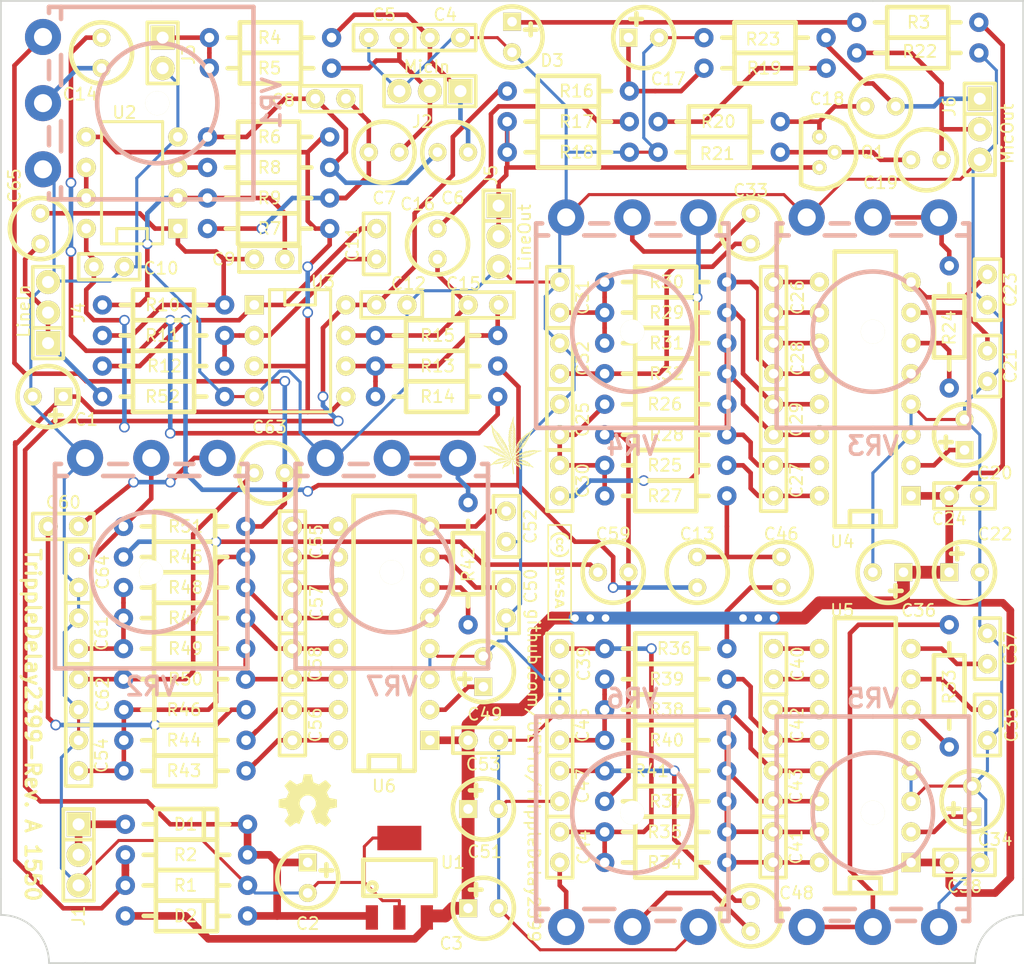
<source format=kicad_pcb>
(kicad_pcb (version 20171130) (host pcbnew "(5.1.12)-1")
  (title_block (title "TripleDelay2399 - Delay using 3 PT2399 delay chips") (rev A) (company "By Róbert Valdimarsson (github.com/UEPro/TrippleDelay2399)") (comment 1 "Licence: CC-BY-SA"))
  (layers (0 F.Cu signal) (31 B.Cu signal) (34 B.Paste user hide) (35 F.Paste user hide) (36 B.SilkS user) (37 F.SilkS user) (38 B.Mask user) (39 F.Mask user) (44 Edge.Cuts user))
  (net 0 "")
  (net 1 +4V5)
  (net 2 +5V)
  (net 3 +9V)
  (net 4 DLY_A-B)
  (net 5 DRY)
  (net 6 GND)
  (net 7 N-000001)
  (net 8 N-0000010)
  (net 9 N-0000011)
  (net 10 N-0000012)
  (net 11 N-0000013)
  (net 12 N-0000014)
  (net 13 N-0000015)
  (net 14 N-0000016)
  (net 15 N-0000017)
  (net 16 N-0000018)
  (net 17 N-0000019)
  (net 18 N-0000020)
  (net 19 N-0000021)
  (net 20 N-0000022)
  (net 21 N-0000023)
  (net 22 N-0000025)
  (net 23 N-0000026)
  (net 24 N-0000027)
  (net 25 N-0000028)
  (net 26 N-0000029)
  (net 27 N-000003)
  (net 28 N-0000030)
  (net 29 N-0000031)
  (net 30 N-0000032)
  (net 31 N-0000033)
  (net 32 N-0000034)
  (net 33 N-0000036)
  (net 34 N-0000037)
  (net 35 N-0000038)
  (net 36 N-0000039)
  (net 37 N-0000041)
  (net 38 N-0000042)
  (net 39 N-0000043)
  (net 40 N-0000046)
  (net 41 N-0000047)
  (net 42 N-0000048)
  (net 43 N-0000049)
  (net 44 N-000005)
  (net 45 N-0000050)
  (net 46 N-0000051)
  (net 47 N-0000052)
  (net 48 N-0000053)
  (net 49 N-0000054)
  (net 50 N-0000055)
  (net 51 N-0000056)
  (net 52 N-0000057)
  (net 53 N-0000058)
  (net 54 N-0000059)
  (net 55 N-000006)
  (net 56 N-0000060)
  (net 57 N-0000061)
  (net 58 N-0000062)
  (net 59 N-0000063)
  (net 60 N-0000064)
  (net 61 N-0000065)
  (net 62 N-0000066)
  (net 63 N-0000067)
  (net 64 N-0000068)
  (net 65 N-0000069)
  (net 66 N-000007)
  (net 67 N-0000070)
  (net 68 N-0000071)
  (net 69 N-0000072)
  (net 70 N-0000073)
  (net 71 N-0000074)
  (net 72 N-0000075)
  (net 73 N-0000077)
  (net 74 N-0000078)
  (net 75 N-0000079)
  (net 76 N-000008)
  (net 77 N-0000081)
  (net 78 N-0000082)
  (net 79 N-0000083)
  (net 80 N-0000084)
  (net 81 N-0000085)
  (net 82 N-0000086)
  (net 83 N-0000087)
  (net 84 N-0000088)
  (net 85 N-0000089)
  (net 86 N-000009)
  (net 87 N-0000090)
  (net 88 N-0000091)
  (net 89 N-0000093)
  (net 90 WET)
  (module Pad-TH-0,8mm-1,6mm (layer F.Cu) (at 148.59 123.825)
    (fp_text reference Des*_14 hide)
    (fp_text value Val* hide)
  )
  (module Pad-TH-0,8mm-1,6mm (layer F.Cu) (at 151.13 128.905)
    (fp_text reference Des*_13 hide)
    (fp_text value Val* hide)
  )
  (module Pad-TH-0,8mm-1,6mm (layer F.Cu) (at 152.4 123.825)
    (fp_text reference Des*_12 hide)
    (fp_text value Val* hide)
  )
  (module Pad-TH-0,8mm-1,6mm (layer F.Cu) (at 154.305 125.73)
    (fp_text reference Des*_11 hide)
    (fp_text value Val* hide)
  )
  (module Pad-TH-0,8mm-1,6mm (layer F.Cu) (at 154.305 123.825)
    (fp_text reference Des*_10 hide)
    (fp_text value Val* hide)
  )
  (module Pad-TH-0,8mm-1,6mm (layer F.Cu) (at 148.59 125.73)
    (fp_text reference Des*_9 hide)
    (fp_text value Val* hide)
  )
  (module MountingHole-3,2mm (layer F.Cu) (at 131 64.5)
    (fp_text reference Des*_8 hide)
    (fp_text value Val* hide)
    (pad "" np_thru_hole circle (at 0 0) (size 2 2) (drill 2) (layers *.Cu *.Mask F.SilkS))
  )
  (module VR_potentiometer-piher-topmount_narrow-pins (layer B.Cu) (at 190.5 83.5)
    (fp_text reference VR3 (at 0 9.5) (layer B.SilkS) (effects (font (size 1.524 1.524) (thickness 0.3)) (justify mirror)))
    (fp_text value "50k lin" hide)
    (pad 1 thru_hole circle (at -5.5 -9.5) (size 3 3) (drill 1.5) (layers *.Cu *.Mask) (net 6 GND))
    (pad 2 thru_hole circle (at 0 -9.5) (size 3 3) (drill 1.5) (layers *.Cu *.Mask) (net 88 N-0000091))
    (pad 3 thru_hole circle (at 5.5 -9.5) (size 3 3) (drill 1.5) (layers *.Cu *.Mask) (net 88 N-0000091))
  )
  (module VR_potentiometer-piher-topmount_narrow-pins (layer B.Cu) (at 190.5 123.5 180)
    (fp_text reference VR5 (at 0 9.5 180) (layer B.SilkS) (effects (font (size 1.524 1.524) (thickness 0.3)) (justify mirror)))
    (fp_text value "50k lin" hide)
    (pad 1 thru_hole circle (at -5.5 -9.5 180) (size 3 3) (drill 1.5) (layers *.Cu *.Mask) (net 6 GND))
    (pad 2 thru_hole circle (at 0 -9.5 180) (size 3 3) (drill 1.5) (layers *.Cu *.Mask) (net 71 N-0000074))
    (pad 3 thru_hole circle (at 5.5 -9.5 180) (size 3 3) (drill 1.5) (layers *.Cu *.Mask) (net 71 N-0000074))
  )
  (module VR_potentiometer-piher-topmount_narrow-pins (layer B.Cu) (at 131 64.5 90)
    (fp_text reference VR1 (at 0 9.5 90) (layer B.SilkS) (effects (font (size 1.524 1.524) (thickness 0.3)) (justify mirror)))
    (fp_text value "50k lin" hide)
    (pad 1 thru_hole circle (at -5.5 -9.5 90) (size 3 3) (drill 1.5) (layers *.Cu *.Mask) (net 6 GND))
    (pad 2 thru_hole circle (at 0 -9.5 90) (size 3 3) (drill 1.5) (layers *.Cu *.Mask) (net 7 N-000001))
    (pad 3 thru_hole circle (at 5.5 -9.5 90) (size 3 3) (drill 1.5) (layers *.Cu *.Mask) (net 90 WET))
  )
  (module VR_potentiometer-piher-topmount_narrow-pins (layer B.Cu) (at 170.5 123.5 180)
    (fp_text reference VR6 (at 0 9.5 180) (layer B.SilkS) (effects (font (size 1.524 1.524) (thickness 0.3)) (justify mirror)))
    (fp_text value "50k lin" hide)
    (pad 1 thru_hole circle (at -5.5 -9.5 180) (size 3 3) (drill 1.5) (layers *.Cu *.Mask) (net 6 GND))
    (pad 2 thru_hole circle (at 0 -9.5 180) (size 3 3) (drill 1.5) (layers *.Cu *.Mask) (net 69 N-0000072))
    (pad 3 thru_hole circle (at 5.5 -9.5 180) (size 3 3) (drill 1.5) (layers *.Cu *.Mask) (net 68 N-0000071))
  )
  (module VR_potentiometer-piher-topmount_narrow-pins (layer B.Cu) (at 130.5 103.5)
    (fp_text reference VR2 (at 0 9.5) (layer B.SilkS) (effects (font (size 1.524 1.524) (thickness 0.3)) (justify mirror)))
    (fp_text value "50k lin" hide)
    (pad 1 thru_hole circle (at -5.5 -9.5) (size 3 3) (drill 1.5) (layers *.Cu *.Mask) (net 6 GND))
    (pad 2 thru_hole circle (at 0 -9.5) (size 3 3) (drill 1.5) (layers *.Cu *.Mask) (net 22 N-0000025))
    (pad 3 thru_hole circle (at 5.5 -9.5) (size 3 3) (drill 1.5) (layers *.Cu *.Mask) (net 23 N-0000026))
  )
  (module VR_potentiometer-piher-topmount_narrow-pins (layer B.Cu) (at 170.5 83.5)
    (fp_text reference VR4 (at 0 9.5) (layer B.SilkS) (effects (font (size 1.524 1.524) (thickness 0.3)) (justify mirror)))
    (fp_text value "50k lin" hide)
    (pad 1 thru_hole circle (at -5.5 -9.5) (size 3 3) (drill 1.5) (layers *.Cu *.Mask) (net 6 GND))
    (pad 2 thru_hole circle (at 0 -9.5) (size 3 3) (drill 1.5) (layers *.Cu *.Mask) (net 60 N-0000064))
    (pad 3 thru_hole circle (at 5.5 -9.5) (size 3 3) (drill 1.5) (layers *.Cu *.Mask) (net 12 N-0000014))
  )
  (module VR_potentiometer-piher-topmount_narrow-pins (layer B.Cu) (at 150.5 103.5)
    (fp_text reference VR7 (at 0 9.5) (layer B.SilkS) (effects (font (size 1.524 1.524) (thickness 0.3)) (justify mirror)))
    (fp_text value "50k lin" hide)
    (pad 1 thru_hole circle (at -5.5 -9.5) (size 3 3) (drill 1.5) (layers *.Cu *.Mask) (net 6 GND))
    (pad 2 thru_hole circle (at 0 -9.5) (size 3 3) (drill 1.5) (layers *.Cu *.Mask) (net 31 N-0000033))
    (pad 3 thru_hole circle (at 5.5 -9.5) (size 3 3) (drill 1.5) (layers *.Cu *.Mask) (net 31 N-0000033))
  )
  (module SOT223-3 (layer F.Cu) (at 151.13 128.905)
    (fp_text reference U1 (at 4.445 -1.27) (layer F.SilkS))
    (fp_text value MCP1755S-5002 hide)
    (pad 4 smd rect (at 0 -3.302) (size 3.6576 2.032) (layers F.Cu F.Paste F.Mask) (net 6 GND))
    (pad 2 smd rect (at 0 3.302) (size 1.016 2.032) (layers F.Cu F.Paste F.Mask) (net 6 GND))
    (pad 3 smd rect (at 2.286 3.302) (size 1.016 2.032) (layers F.Cu F.Paste F.Mask) (net 2 +5V))
    (pad 1 smd rect (at -2.286 3.302) (size 1.016 2.032) (layers F.Cu F.Paste F.Mask) (net 3 +9V))
  )
  (module R_axial_400mil (layer F.Cu) (at 165.1 63.5)
    (fp_text reference R16 (at 0.762 0) (layer F.SilkS))
    (fp_text value 1k hide)
    (pad 1 thru_hole circle (at -5.00126 0) (size 1.6 1.6) (drill 0.8) (layers *.Cu *.Mask) (net 3 +9V))
    (pad 2 thru_hole circle (at 5.15874 0) (size 1.6 1.6) (drill 0.8) (layers *.Cu *.Mask) (net 42 N-0000048))
  )
  (module R_axial_400mil (layer F.Cu) (at 194.158 60.325)
    (fp_text reference R22 (at 0.245 -0.125) (layer F.SilkS))
    (fp_text value 6k8 hide)
    (pad 1 thru_hole circle (at -5.00126 0) (size 1.6 1.6) (drill 0.8) (layers *.Cu *.Mask) (net 45 N-0000050))
    (pad 2 thru_hole circle (at 5.15874 0) (size 1.6 1.6) (drill 0.8) (layers *.Cu *.Mask) (net 6 GND))
  )
  (module R_axial_400mil (layer F.Cu) (at 181.61 59.055 180)
    (fp_text reference R23 (at 0.245 -0.125 180) (layer F.SilkS))
    (fp_text value 6k8 hide)
    (pad 1 thru_hole circle (at -5.00126 0 180) (size 1.6 1.6) (drill 0.8) (layers *.Cu *.Mask) (net 43 N-0000049))
    (pad 2 thru_hole circle (at 5.15874 0 180) (size 1.6 1.6) (drill 0.8) (layers *.Cu *.Mask) (net 6 GND))
  )
  (module R_axial_400mil (layer F.Cu) (at 156.845 102.87 90)
    (fp_text reference R42 (at 0 0 90) (layer F.SilkS))
    (fp_text value 2k7 hide)
    (pad 1 thru_hole circle (at -5.00126 0 90) (size 1.6 1.6) (drill 0.8) (layers *.Cu *.Mask) (net 32 N-0000034))
    (pad 2 thru_hole circle (at 5.15874 0 90) (size 1.6 1.6) (drill 0.8) (layers *.Cu *.Mask) (net 31 N-0000033))
  )
  (module R_axial_400mil (layer F.Cu) (at 177.8 68.58 180)
    (fp_text reference R21 (at 0.245 -0.125 180) (layer F.SilkS))
    (fp_text value 100k hide)
    (pad 1 thru_hole circle (at -5.00126 0 180) (size 1.6 1.6) (drill 0.8) (layers *.Cu *.Mask) (net 15 N-0000017))
    (pad 2 thru_hole circle (at 5.15874 0 180) (size 1.6 1.6) (drill 0.8) (layers *.Cu *.Mask) (net 6 GND))
  )
  (module R_axial_400mil (layer F.Cu) (at 133.35 127)
    (fp_text reference R2 (at 0 0) (layer F.SilkS))
    (fp_text value 10k hide)
    (pad 1 thru_hole circle (at -5.00126 0) (size 1.6 1.6) (drill 0.8) (layers *.Cu *.Mask) (net 1 +4V5))
    (pad 2 thru_hole circle (at 5.15874 0) (size 1.6 1.6) (drill 0.8) (layers *.Cu *.Mask) (net 3 +9V))
  )
  (module R_axial_400mil (layer F.Cu) (at 133.35 102.235 180)
    (fp_text reference R45 (at 0 0 180) (layer F.SilkS))
    (fp_text value 10k hide)
    (pad 1 thru_hole circle (at -5.00126 0 180) (size 1.6 1.6) (drill 0.8) (layers *.Cu *.Mask) (net 36 N-0000039))
    (pad 2 thru_hole circle (at 5.15874 0 180) (size 1.6 1.6) (drill 0.8) (layers *.Cu *.Mask) (net 37 N-0000041))
  )
  (module R_axial_400mil (layer F.Cu) (at 133.35 129.54)
    (fp_text reference R1 (at 0 0) (layer F.SilkS))
    (fp_text value 10k hide)
    (pad 1 thru_hole circle (at -5.00126 0) (size 1.6 1.6) (drill 0.8) (layers *.Cu *.Mask) (net 1 +4V5))
    (pad 2 thru_hole circle (at 5.15874 0) (size 1.6 1.6) (drill 0.8) (layers *.Cu *.Mask) (net 6 GND))
  )
  (module R_axial_400mil (layer F.Cu) (at 133.35 99.695 180)
    (fp_text reference R51 (at 0 0 180) (layer F.SilkS))
    (fp_text value 2k hide)
    (pad 1 thru_hole circle (at -5.00126 0 180) (size 1.6 1.6) (drill 0.8) (layers *.Cu *.Mask) (net 90 WET))
    (pad 2 thru_hole circle (at 5.15874 0 180) (size 1.6 1.6) (drill 0.8) (layers *.Cu *.Mask) (net 22 N-0000025))
  )
  (module R_axial_400mil (layer F.Cu) (at 194.31 57.785 180)
    (fp_text reference R3 (at 0 0 180) (layer F.SilkS))
    (fp_text value 1k hide)
    (pad 1 thru_hole circle (at -5.00126 0 180) (size 1.6 1.6) (drill 0.8) (layers *.Cu *.Mask) (net 2 +5V))
    (pad 2 thru_hole circle (at 5.15874 0 180) (size 1.6 1.6) (drill 0.8) (layers *.Cu *.Mask) (net 10 N-0000012))
  )
  (module R_axial_400mil (layer F.Cu) (at 173.203 125.095)
    (fp_text reference R35 (at 0 0) (layer F.SilkS))
    (fp_text value 10k hide)
    (pad 1 thru_hole circle (at -5.00126 0) (size 1.6 1.6) (drill 0.8) (layers *.Cu *.Mask) (net 67 N-0000070))
    (pad 2 thru_hole circle (at 5.15874 0) (size 1.6 1.6) (drill 0.8) (layers *.Cu *.Mask) (net 65 N-0000069))
  )
  (module R_axial_400mil (layer F.Cu) (at 133.223 120.015)
    (fp_text reference R43 (at 0 0) (layer F.SilkS))
    (fp_text value 10k hide)
    (pad 1 thru_hole circle (at -5.00126 0) (size 1.6 1.6) (drill 0.8) (layers *.Cu *.Mask) (net 36 N-0000039))
    (pad 2 thru_hole circle (at 5.15874 0) (size 1.6 1.6) (drill 0.8) (layers *.Cu *.Mask) (net 18 N-0000020))
  )
  (module R_axial_400mil (layer F.Cu) (at 177.648 66.04)
    (fp_text reference R20 (at 0 0) (layer F.SilkS))
    (fp_text value 43k hide)
    (pad 1 thru_hole circle (at -5.00126 0) (size 1.6 1.6) (drill 0.8) (layers *.Cu *.Mask) (net 40 N-0000046))
    (pad 2 thru_hole circle (at 5.15874 0) (size 1.6 1.6) (drill 0.8) (layers *.Cu *.Mask) (net 14 N-0000016))
  )
  (module R_axial_400mil (layer F.Cu) (at 133.35 112.395 180)
    (fp_text reference R50 (at 0 0 180) (layer F.SilkS))
    (fp_text value 1k hide)
    (pad 1 thru_hole circle (at -5.00126 0 180) (size 1.6 1.6) (drill 0.8) (layers *.Cu *.Mask) (net 20 N-0000022))
    (pad 2 thru_hole circle (at 5.15874 0 180) (size 1.6 1.6) (drill 0.8) (layers *.Cu *.Mask) (net 17 N-0000019))
  )
  (module R_axial_400mil (layer F.Cu) (at 140.335 59.055)
    (fp_text reference R4 (at 0 0) (layer F.SilkS))
    (fp_text value 6k8 hide)
    (pad 1 thru_hole circle (at -5.00126 0) (size 1.6 1.6) (drill 0.8) (layers *.Cu *.Mask) (net 70 N-0000073))
    (pad 2 thru_hole circle (at 5.15874 0) (size 1.6 1.6) (drill 0.8) (layers *.Cu *.Mask) (net 33 N-0000036))
  )
  (module R_axial_400mil (layer F.Cu) (at 165.1 68.58)
    (fp_text reference R18 (at 0.762 0) (layer F.SilkS))
    (fp_text value 10k hide)
    (pad 1 thru_hole circle (at -5.00126 0) (size 1.6 1.6) (drill 0.8) (layers *.Cu *.Mask) (net 41 N-0000047))
    (pad 2 thru_hole circle (at 5.15874 0) (size 1.6 1.6) (drill 0.8) (layers *.Cu *.Mask) (net 6 GND))
  )
  (module R_axial_400mil (layer F.Cu) (at 140.335 61.595)
    (fp_text reference R5 (at 0 0) (layer F.SilkS))
    (fp_text value 6k8 hide)
    (pad 1 thru_hole circle (at -5.00126 0) (size 1.6 1.6) (drill 0.8) (layers *.Cu *.Mask) (net 70 N-0000073))
    (pad 2 thru_hole circle (at 5.15874 0) (size 1.6 1.6) (drill 0.8) (layers *.Cu *.Mask) (net 34 N-0000037))
  )
  (module R_axial_400mil (layer F.Cu) (at 165.252 66.04 180)
    (fp_text reference R17 (at -0.6096 0 180) (layer F.SilkS))
    (fp_text value 100k hide)
    (pad 1 thru_hole circle (at -5.00126 0 180) (size 1.6 1.6) (drill 0.8) (layers *.Cu *.Mask) (net 13 N-0000015))
    (pad 2 thru_hole circle (at 5.15874 0 180) (size 1.6 1.6) (drill 0.8) (layers *.Cu *.Mask) (net 41 N-0000047))
  )
  (module R_axial_400mil (layer F.Cu) (at 140.335 67.31 180)
    (fp_text reference R6 (at 0 0 180) (layer F.SilkS))
    (fp_text value 4k7 hide)
    (pad 1 thru_hole circle (at -5.00126 0 180) (size 1.6 1.6) (drill 0.8) (layers *.Cu *.Mask) (net 1 +4V5))
    (pad 2 thru_hole circle (at 5.15874 0 180) (size 1.6 1.6) (drill 0.8) (layers *.Cu *.Mask) (net 66 N-000007))
  )
  (module R_axial_400mil (layer F.Cu) (at 140.335 74.93 180)
    (fp_text reference R7 (at 0 0 180) (layer F.SilkS))
    (fp_text value 4k7 hide)
    (pad 1 thru_hole circle (at -5.00126 0 180) (size 1.6 1.6) (drill 0.8) (layers *.Cu *.Mask) (net 1 +4V5))
    (pad 2 thru_hole circle (at 5.15874 0 180) (size 1.6 1.6) (drill 0.8) (layers *.Cu *.Mask) (net 76 N-000008))
  )
  (module R_axial_400mil (layer F.Cu) (at 140.335 69.85 180)
    (fp_text reference R8 (at 0 0 180) (layer F.SilkS))
    (fp_text value 10k hide)
    (pad 1 thru_hole circle (at -5.00126 0 180) (size 1.6 1.6) (drill 0.8) (layers *.Cu *.Mask) (net 66 N-000007))
    (pad 2 thru_hole circle (at 5.15874 0 180) (size 1.6 1.6) (drill 0.8) (layers *.Cu *.Mask) (net 86 N-000009))
  )
  (module R_axial_400mil (layer F.Cu) (at 140.335 72.39 180)
    (fp_text reference R9 (at 0 0 180) (layer F.SilkS))
    (fp_text value 10k hide)
    (pad 1 thru_hole circle (at -5.00126 0 180) (size 1.6 1.6) (drill 0.8) (layers *.Cu *.Mask) (net 76 N-000008))
    (pad 2 thru_hole circle (at 5.15874 0 180) (size 1.6 1.6) (drill 0.8) (layers *.Cu *.Mask) (net 8 N-0000010))
  )
  (module R_axial_400mil (layer F.Cu) (at 131.445 81.28)
    (fp_text reference R10 (at 0 0) (layer F.SilkS))
    (fp_text value 180k hide)
    (pad 1 thru_hole circle (at -5.00126 0) (size 1.6 1.6) (drill 0.8) (layers *.Cu *.Mask) (net 8 N-0000010))
    (pad 2 thru_hole circle (at 5.15874 0) (size 1.6 1.6) (drill 0.8) (layers *.Cu *.Mask) (net 9 N-0000011))
  )
  (module R_axial_400mil (layer F.Cu) (at 154.305 83.82 180)
    (fp_text reference R15 (at 0 0 180) (layer F.SilkS))
    (fp_text value 910 hide)
    (pad 1 thru_hole circle (at -5.00126 0 180) (size 1.6 1.6) (drill 0.8) (layers *.Cu *.Mask) (net 44 N-000005))
    (pad 2 thru_hole circle (at 5.15874 0 180) (size 1.6 1.6) (drill 0.8) (layers *.Cu *.Mask) (net 55 N-000006))
  )
  (module R_axial_400mil (layer F.Cu) (at 154.305 88.9 180)
    (fp_text reference R14 (at 0 0 180) (layer F.SilkS))
    (fp_text value 39k hide)
    (pad 1 thru_hole circle (at -5.00126 0 180) (size 1.6 1.6) (drill 0.8) (layers *.Cu *.Mask) (net 27 N-000003))
    (pad 2 thru_hole circle (at 5.15874 0 180) (size 1.6 1.6) (drill 0.8) (layers *.Cu *.Mask) (net 44 N-000005))
  )
  (module R_axial_400mil (layer F.Cu) (at 154.305 86.36 180)
    (fp_text reference R13 (at 0 0 180) (layer F.SilkS))
    (fp_text value 39k hide)
    (pad 1 thru_hole circle (at -5.00126 0 180) (size 1.6 1.6) (drill 0.8) (layers *.Cu *.Mask) (net 49 N-0000054))
    (pad 2 thru_hole circle (at 5.15874 0 180) (size 1.6 1.6) (drill 0.8) (layers *.Cu *.Mask) (net 44 N-000005))
  )
  (module R_axial_400mil (layer F.Cu) (at 196.85 113.03 90)
    (fp_text reference R33 (at 0 0 90) (layer F.SilkS))
    (fp_text value 2k7 hide)
    (pad 1 thru_hole circle (at -5.00126 0 90) (size 1.6 1.6) (drill 0.8) (layers *.Cu *.Mask) (net 72 N-0000075))
    (pad 2 thru_hole circle (at 5.15874 0 90) (size 1.6 1.6) (drill 0.8) (layers *.Cu *.Mask) (net 71 N-0000074))
  )
  (module R_axial_400mil (layer F.Cu) (at 131.445 88.9)
    (fp_text reference R52 (at 0 0) (layer F.SilkS))
    (fp_text value optional hide)
    (pad 1 thru_hole circle (at -5.00126 0) (size 1.6 1.6) (drill 0.8) (layers *.Cu *.Mask) (net 47 N-0000052))
    (pad 2 thru_hole circle (at 5.15874 0) (size 1.6 1.6) (drill 0.8) (layers *.Cu *.Mask) (net 6 GND))
  )
  (module R_axial_400mil (layer F.Cu) (at 131.597 86.36 180)
    (fp_text reference R12 (at 0 0 180) (layer F.SilkS))
    (fp_text value 180k hide)
    (pad 1 thru_hole circle (at -5.00126 0 180) (size 1.6 1.6) (drill 0.8) (layers *.Cu *.Mask) (net 48 N-0000053))
    (pad 2 thru_hole circle (at 5.15874 0 180) (size 1.6 1.6) (drill 0.8) (layers *.Cu *.Mask) (net 49 N-0000054))
  )
  (module R_axial_400mil (layer F.Cu) (at 131.445 83.82)
    (fp_text reference R11 (at 0 0) (layer F.SilkS))
    (fp_text value 10k hide)
    (pad 1 thru_hole circle (at -5.00126 0) (size 1.6 1.6) (drill 0.8) (layers *.Cu *.Mask) (net 9 N-0000011))
    (pad 2 thru_hole circle (at 5.15874 0) (size 1.6 1.6) (drill 0.8) (layers *.Cu *.Mask) (net 48 N-0000053))
  )
  (module R_axial_400mil (layer F.Cu) (at 173.203 89.535)
    (fp_text reference R26 (at 0 0) (layer F.SilkS))
    (fp_text value 10k hide)
    (pad 1 thru_hole circle (at -5.00126 0) (size 1.6 1.6) (drill 0.8) (layers *.Cu *.Mask) (net 11 N-0000013))
    (pad 2 thru_hole circle (at 5.15874 0) (size 1.6 1.6) (drill 0.8) (layers *.Cu *.Mask) (net 84 N-0000088))
  )
  (module R_axial_400mil (layer F.Cu) (at 173.355 81.915 180)
    (fp_text reference R29 (at 0 0 180) (layer F.SilkS))
    (fp_text value 10k hide)
    (pad 1 thru_hole circle (at -5.00126 0 180) (size 1.6 1.6) (drill 0.8) (layers *.Cu *.Mask) (net 83 N-0000087))
    (pad 2 thru_hole circle (at 5.15874 0 180) (size 1.6 1.6) (drill 0.8) (layers *.Cu *.Mask) (net 87 N-0000090))
  )
  (module R_axial_400mil (layer F.Cu) (at 173.355 79.375 180)
    (fp_text reference R30 (at 0 0 180) (layer F.SilkS))
    (fp_text value 10k hide)
    (pad 1 thru_hole circle (at -5.00126 0 180) (size 1.6 1.6) (drill 0.8) (layers *.Cu *.Mask) (net 85 N-0000089))
    (pad 2 thru_hole circle (at 5.15874 0 180) (size 1.6 1.6) (drill 0.8) (layers *.Cu *.Mask) (net 87 N-0000090))
  )
  (module R_axial_400mil (layer F.Cu) (at 173.355 84.455 180)
    (fp_text reference R31 (at 0 0 180) (layer F.SilkS))
    (fp_text value 20k hide)
    (pad 1 thru_hole circle (at -5.00126 0 180) (size 1.6 1.6) (drill 0.8) (layers *.Cu *.Mask) (net 82 N-0000086))
    (pad 2 thru_hole circle (at 5.15874 0 180) (size 1.6 1.6) (drill 0.8) (layers *.Cu *.Mask) (net 87 N-0000090))
  )
  (module R_axial_400mil (layer F.Cu) (at 181.458 61.595)
    (fp_text reference R19 (at 0 0) (layer F.SilkS))
    (fp_text value 56k hide)
    (pad 1 thru_hole circle (at -5.00126 0) (size 1.6 1.6) (drill 0.8) (layers *.Cu *.Mask) (net 42 N-0000048))
    (pad 2 thru_hole circle (at 5.15874 0) (size 1.6 1.6) (drill 0.8) (layers *.Cu *.Mask) (net 40 N-0000046))
  )
  (module R_axial_400mil (layer F.Cu) (at 173.355 92.075 180)
    (fp_text reference R28 (at 0 0 180) (layer F.SilkS))
    (fp_text value 5k1 hide)
    (pad 1 thru_hole circle (at -5.00126 0 180) (size 1.6 1.6) (drill 0.8) (layers *.Cu *.Mask) (net 84 N-0000088))
    (pad 2 thru_hole circle (at 5.15874 0 180) (size 1.6 1.6) (drill 0.8) (layers *.Cu *.Mask) (net 4 DLY_A-B))
  )
  (module R_axial_400mil (layer F.Cu) (at 173.355 86.995 180)
    (fp_text reference R32 (at 0 0 180) (layer F.SilkS))
    (fp_text value 1k hide)
    (pad 1 thru_hole circle (at -5.00126 0 180) (size 1.6 1.6) (drill 0.8) (layers *.Cu *.Mask) (net 82 N-0000086))
    (pad 2 thru_hole circle (at 5.15874 0 180) (size 1.6 1.6) (drill 0.8) (layers *.Cu *.Mask) (net 73 N-0000077))
  )
  (module R_axial_400mil (layer F.Cu) (at 173.203 94.615)
    (fp_text reference R25 (at 0 0) (layer F.SilkS))
    (fp_text value 10k hide)
    (pad 1 thru_hole circle (at -5.00126 0) (size 1.6 1.6) (drill 0.8) (layers *.Cu *.Mask) (net 11 N-0000013))
    (pad 2 thru_hole circle (at 5.15874 0) (size 1.6 1.6) (drill 0.8) (layers *.Cu *.Mask) (net 89 N-0000093))
  )
  (module R_axial_400mil (layer F.Cu) (at 173.203 97.155)
    (fp_text reference R27 (at 0 0) (layer F.SilkS))
    (fp_text value 10k hide)
    (pad 1 thru_hole circle (at -5.00126 0) (size 1.6 1.6) (drill 0.8) (layers *.Cu *.Mask) (net 11 N-0000013))
    (pad 2 thru_hole circle (at 5.15874 0) (size 1.6 1.6) (drill 0.8) (layers *.Cu *.Mask) (net 5 DRY))
  )
  (module R_axial_400mil (layer F.Cu) (at 196.85 83.185 90)
    (fp_text reference R24 (at 0 0 90) (layer F.SilkS))
    (fp_text value 2k7 hide)
    (pad 1 thru_hole circle (at -5.00126 0 90) (size 1.6 1.6) (drill 0.8) (layers *.Cu *.Mask) (net 77 N-0000081))
    (pad 2 thru_hole circle (at 5.15874 0 90) (size 1.6 1.6) (drill 0.8) (layers *.Cu *.Mask) (net 88 N-0000091))
  )
  (module R_axial_400mil (layer F.Cu) (at 173.203 109.855)
    (fp_text reference R36 (at 0.7874 0) (layer F.SilkS))
    (fp_text value 10k hide)
    (pad 1 thru_hole circle (at -5.00126 0) (size 1.6 1.6) (drill 0.8) (layers *.Cu *.Mask) (net 67 N-0000070))
    (pad 2 thru_hole circle (at 5.15874 0) (size 1.6 1.6) (drill 0.8) (layers *.Cu *.Mask) (net 56 N-0000060))
  )
  (module R_axial_400mil (layer F.Cu) (at 173.355 117.475 180)
    (fp_text reference R40 (at 0 0 180) (layer F.SilkS))
    (fp_text value 20k hide)
    (pad 1 thru_hole circle (at -5.00126 0 180) (size 1.6 1.6) (drill 0.8) (layers *.Cu *.Mask) (net 52 N-0000057))
    (pad 2 thru_hole circle (at 5.15874 0 180) (size 1.6 1.6) (drill 0.8) (layers *.Cu *.Mask) (net 53 N-0000058))
  )
  (module R_axial_400mil (layer F.Cu) (at 133.223 114.935)
    (fp_text reference R46 (at 0 0) (layer F.SilkS))
    (fp_text value 5k1 hide)
    (pad 1 thru_hole circle (at -5.00126 0) (size 1.6 1.6) (drill 0.8) (layers *.Cu *.Mask) (net 36 N-0000039))
    (pad 2 thru_hole circle (at 5.15874 0) (size 1.6 1.6) (drill 0.8) (layers *.Cu *.Mask) (net 29 N-0000031))
  )
  (module R_axial_400mil (layer F.Cu) (at 173.355 114.935 180)
    (fp_text reference R38 (at 0 0 180) (layer F.SilkS))
    (fp_text value 10k hide)
    (pad 1 thru_hole circle (at -5.00126 0 180) (size 1.6 1.6) (drill 0.8) (layers *.Cu *.Mask) (net 51 N-0000056))
    (pad 2 thru_hole circle (at 5.15874 0 180) (size 1.6 1.6) (drill 0.8) (layers *.Cu *.Mask) (net 53 N-0000058))
  )
  (module R_axial_400mil (layer F.Cu) (at 133.35 109.855 180)
    (fp_text reference R49 (at 0 0 180) (layer F.SilkS))
    (fp_text value 20k hide)
    (pad 1 thru_hole circle (at -5.00126 0 180) (size 1.6 1.6) (drill 0.8) (layers *.Cu *.Mask) (net 20 N-0000022))
    (pad 2 thru_hole circle (at 5.15874 0 180) (size 1.6 1.6) (drill 0.8) (layers *.Cu *.Mask) (net 21 N-0000023))
  )
  (module R_axial_400mil (layer F.Cu) (at 133.35 104.775 180)
    (fp_text reference R48 (at 0 0 180) (layer F.SilkS))
    (fp_text value 10k hide)
    (pad 1 thru_hole circle (at -5.00126 0 180) (size 1.6 1.6) (drill 0.8) (layers *.Cu *.Mask) (net 24 N-0000027))
    (pad 2 thru_hole circle (at 5.15874 0 180) (size 1.6 1.6) (drill 0.8) (layers *.Cu *.Mask) (net 21 N-0000023))
  )
  (module R_axial_400mil (layer F.Cu) (at 133.35 107.315 180)
    (fp_text reference R47 (at 0 0 180) (layer F.SilkS))
    (fp_text value 10k hide)
    (pad 1 thru_hole circle (at -5.00126 0 180) (size 1.6 1.6) (drill 0.8) (layers *.Cu *.Mask) (net 19 N-0000021))
    (pad 2 thru_hole circle (at 5.15874 0 180) (size 1.6 1.6) (drill 0.8) (layers *.Cu *.Mask) (net 21 N-0000023))
  )
  (module R_axial_400mil (layer F.Cu) (at 133.223 117.475)
    (fp_text reference R44 (at 0 0) (layer F.SilkS))
    (fp_text value 10k hide)
    (pad 1 thru_hole circle (at -5.00126 0) (size 1.6 1.6) (drill 0.8) (layers *.Cu *.Mask) (net 36 N-0000039))
    (pad 2 thru_hole circle (at 5.15874 0) (size 1.6 1.6) (drill 0.8) (layers *.Cu *.Mask) (net 30 N-0000032))
  )
  (module R_axial_400mil (layer F.Cu) (at 173.355 112.395 180)
    (fp_text reference R39 (at 0 0 180) (layer F.SilkS))
    (fp_text value 10k hide)
    (pad 1 thru_hole circle (at -5.00126 0 180) (size 1.6 1.6) (drill 0.8) (layers *.Cu *.Mask) (net 59 N-0000063))
    (pad 2 thru_hole circle (at 5.15874 0 180) (size 1.6 1.6) (drill 0.8) (layers *.Cu *.Mask) (net 53 N-0000058))
  )
  (module R_axial_400mil (layer F.Cu) (at 173.203 127.635)
    (fp_text reference R34 (at 0 0) (layer F.SilkS))
    (fp_text value 10k hide)
    (pad 1 thru_hole circle (at -5.00126 0) (size 1.6 1.6) (drill 0.8) (layers *.Cu *.Mask) (net 67 N-0000070))
    (pad 2 thru_hole circle (at 5.15874 0) (size 1.6 1.6) (drill 0.8) (layers *.Cu *.Mask) (net 54 N-0000059))
  )
  (module R_axial_400mil (layer F.Cu) (at 173.355 122.555 180)
    (fp_text reference R37 (at 0 0 180) (layer F.SilkS))
    (fp_text value 5k1 hide)
    (pad 1 thru_hole circle (at -5.00126 0 180) (size 1.6 1.6) (drill 0.8) (layers *.Cu *.Mask) (net 65 N-0000069))
    (pad 2 thru_hole circle (at 5.15874 0 180) (size 1.6 1.6) (drill 0.8) (layers *.Cu *.Mask) (net 4 DLY_A-B))
  )
  (module R_axial_400mil (layer F.Cu) (at 173.355 120.015 180)
    (fp_text reference R41 (at 1.27 0 180) (layer F.SilkS))
    (fp_text value 1k hide)
    (pad 1 thru_hole circle (at -5.00126 0 180) (size 1.6 1.6) (drill 0.8) (layers *.Cu *.Mask) (net 52 N-0000057))
    (pad 2 thru_hole circle (at 5.15874 0 180) (size 1.6 1.6) (drill 0.8) (layers *.Cu *.Mask) (net 50 N-0000055))
  )
  (module PinArray-100mil-1x3 (layer F.Cu) (at 124.46 127 270)
    (fp_text reference J1 (at 5.08 0 270) (layer F.SilkS))
    (fp_text value DCIn hide)
    (pad 1 thru_hole rect (at -2.54 0 270) (size 2 2) (drill 1) (layers *.Cu *.Mask F.SilkS) (net 16 N-0000018))
    (pad 2 thru_hole circle (at 0 0 270) (size 2 2) (drill 1) (layers *.Cu *.Mask F.SilkS) (net 16 N-0000018))
    (pad 3 thru_hole circle (at 2.54 0 270) (size 2 2) (drill 1) (layers *.Cu *.Mask F.SilkS) (net 6 GND))
  )
  (module PinArray-100mil-1x3 (layer F.Cu) (at 121.92 81.915 90)
    (fp_text reference J4 (at 0 2.54 90) (layer F.SilkS))
    (fp_text value LineIn hide)
    (pad 1 thru_hole rect (at -2.54 0 90) (size 2 2) (drill 1) (layers *.Cu *.Mask F.SilkS) (net 47 N-0000052))
    (pad 2 thru_hole circle (at 0 0 90) (size 2 2) (drill 1) (layers *.Cu *.Mask F.SilkS) (net 47 N-0000052))
    (pad 3 thru_hole circle (at 2.54 0 90) (size 2 2) (drill 1) (layers *.Cu *.Mask F.SilkS) (net 6 GND))
  )
  (module PinArray-100mil-1x3 (layer F.Cu) (at 199.39 66.675 270)
    (fp_text reference J6 (at -1.905 2.54 270) (layer F.SilkS))
    (fp_text value MicOut hide)
    (pad 1 thru_hole rect (at -2.54 0 270) (size 2 2) (drill 1) (layers *.Cu *.Mask F.SilkS) (net 43 N-0000049))
    (pad 2 thru_hole circle (at 0 0 270) (size 2 2) (drill 1) (layers *.Cu *.Mask F.SilkS) (net 45 N-0000050))
    (pad 3 thru_hole circle (at 2.54 0 270) (size 2 2) (drill 1) (layers *.Cu *.Mask F.SilkS) (net 6 GND))
  )
  (module PinArray-100mil-1x3 (layer F.Cu) (at 159.385 75.565 270)
    (fp_text reference J5 (at -5.08 0.635 270) (layer F.SilkS))
    (fp_text value LineOut hide)
    (pad 1 thru_hole rect (at -2.54 0 270) (size 2 2) (drill 1) (layers *.Cu *.Mask F.SilkS) (net 41 N-0000047))
    (pad 2 thru_hole circle (at 0 0 270) (size 2 2) (drill 1) (layers *.Cu *.Mask F.SilkS) (net 41 N-0000047))
    (pad 3 thru_hole circle (at 2.54 0 270) (size 2 2) (drill 1) (layers *.Cu *.Mask F.SilkS) (net 6 GND))
  )
  (module PinArray-100mil-1x3 (layer F.Cu) (at 153.67 63.5 180)
    (fp_text reference J2 (at 0.635 -2.54 180) (layer F.SilkS))
    (fp_text value MicIn hide)
    (pad 1 thru_hole rect (at -2.54 0 180) (size 2 2) (drill 1) (layers *.Cu *.Mask F.SilkS) (net 33 N-0000036))
    (pad 2 thru_hole circle (at 0 0 180) (size 2 2) (drill 1) (layers *.Cu *.Mask F.SilkS) (net 34 N-0000037))
    (pad 3 thru_hole circle (at 2.54 0 180) (size 2 2) (drill 1) (layers *.Cu *.Mask F.SilkS) (net 6 GND))
  )
  (module PinArray-100mil-1x2 (layer F.Cu) (at 131.445 60.325 270)
    (fp_text reference J3 (at 0.127 -2.159 270) (layer F.SilkS))
    (fp_text value P48 hide)
    (pad 1 thru_hole rect (at -1.27 0 270) (size 2 2) (drill 1) (layers *.Cu *.Mask F.SilkS) (net 70 N-0000073))
    (pad 2 thru_hole circle (at 1.27 0 270) (size 2 2) (drill 1) (layers *.Cu *.Mask F.SilkS) (net 6 GND))
  )
  (module DIP-8_300 (layer F.Cu) (at 128.905 71.12 90)
    (fp_text reference U2 (at 5.842 -0.635 180) (layer F.SilkS))
    (fp_text value NE5532 hide)
    (pad 1 thru_hole rect (at -3.81 3.81 90) (size 1.6 1.6) (drill 0.8) (layers *.Cu *.Mask F.SilkS) (net 9 N-0000011))
    (pad 2 thru_hole circle (at -1.27 3.81 90) (size 1.6 1.6) (drill 0.8) (layers *.Cu *.Mask F.SilkS) (net 8 N-0000010))
    (pad 3 thru_hole circle (at 1.27 3.81 90) (size 1.6 1.6) (drill 0.8) (layers *.Cu *.Mask F.SilkS) (net 86 N-000009))
    (pad 4 thru_hole circle (at 3.81 3.81 90) (size 1.6 1.6) (drill 0.8) (layers *.Cu *.Mask F.SilkS) (net 6 GND))
    (pad 5 thru_hole circle (at 3.81 -3.81 90) (size 1.6 1.6) (drill 0.8) (layers *.Cu *.Mask F.SilkS) (net 1 +4V5))
    (pad 6 thru_hole circle (at 1.27 -3.81 90) (size 1.6 1.6) (drill 0.8) (layers *.Cu *.Mask F.SilkS) (net 46 N-0000051))
    (pad 7 thru_hole circle (at -1.27 -3.81 90) (size 1.6 1.6) (drill 0.8) (layers *.Cu *.Mask F.SilkS) (net 46 N-0000051))
    (pad 8 thru_hole circle (at -3.81 -3.81 90) (size 1.6 1.6) (drill 0.8) (layers *.Cu *.Mask F.SilkS) (net 3 +9V))
  )
  (module DIP-8_300 (layer F.Cu) (at 142.875 85.09 270)
    (fp_text reference U3 (at -5.715 -1.905) (layer F.SilkS))
    (fp_text value NE5532 hide)
    (pad 1 thru_hole rect (at -3.81 3.81 270) (size 1.6 1.6) (drill 0.8) (layers *.Cu *.Mask F.SilkS) (net 49 N-0000054))
    (pad 2 thru_hole circle (at -1.27 3.81 270) (size 1.6 1.6) (drill 0.8) (layers *.Cu *.Mask F.SilkS) (net 48 N-0000053))
    (pad 3 thru_hole circle (at 1.27 3.81 270) (size 1.6 1.6) (drill 0.8) (layers *.Cu *.Mask F.SilkS) (net 1 +4V5))
    (pad 4 thru_hole circle (at 3.81 3.81 270) (size 1.6 1.6) (drill 0.8) (layers *.Cu *.Mask F.SilkS) (net 6 GND))
    (pad 5 thru_hole circle (at 3.81 -3.81 270) (size 1.6 1.6) (drill 0.8) (layers *.Cu *.Mask F.SilkS) (net 1 +4V5))
    (pad 6 thru_hole circle (at 1.27 -3.81 270) (size 1.6 1.6) (drill 0.8) (layers *.Cu *.Mask F.SilkS) (net 44 N-000005))
    (pad 7 thru_hole circle (at -1.27 -3.81 270) (size 1.6 1.6) (drill 0.8) (layers *.Cu *.Mask F.SilkS) (net 55 N-000006))
    (pad 8 thru_hole circle (at -3.81 -3.81 270) (size 1.6 1.6) (drill 0.8) (layers *.Cu *.Mask F.SilkS) (net 3 +9V))
  )
  (module DIP-16_300 (layer F.Cu) (at 189.865 88.265 90)
    (fp_text reference U4 (at -12.7 -1.905 180) (layer F.SilkS))
    (fp_text value PT2399 hide)
    (pad 1 thru_hole rect (at -8.89 3.81 90) (size 1.6 1.6) (drill 0.8) (layers *.Cu *.Mask F.SilkS) (net 2 +5V))
    (pad 2 thru_hole circle (at -6.35 3.81 90) (size 1.6 1.6) (drill 0.8) (layers *.Cu *.Mask F.SilkS) (net 75 N-0000079))
    (pad 3 thru_hole circle (at -3.81 3.81 90) (size 1.6 1.6) (drill 0.8) (layers *.Cu *.Mask F.SilkS) (net 6 GND))
    (pad 4 thru_hole circle (at -1.27 3.81 90) (size 1.6 1.6) (drill 0.8) (layers *.Cu *.Mask F.SilkS) (net 6 GND))
    (pad 5 thru_hole circle (at 1.27 3.81 90) (size 1.6 1.6) (drill 0.8) (layers *.Cu *.Mask F.SilkS))
    (pad 6 thru_hole circle (at 3.81 3.81 90) (size 1.6 1.6) (drill 0.8) (layers *.Cu *.Mask F.SilkS) (net 77 N-0000081))
    (pad 7 thru_hole circle (at 6.35 3.81 90) (size 1.6 1.6) (drill 0.8) (layers *.Cu *.Mask F.SilkS) (net 74 N-0000078))
    (pad 8 thru_hole circle (at 8.89 3.81 90) (size 1.6 1.6) (drill 0.8) (layers *.Cu *.Mask F.SilkS) (net 78 N-0000082))
    (pad 9 thru_hole circle (at 8.89 -3.81 90) (size 1.6 1.6) (drill 0.8) (layers *.Cu *.Mask F.SilkS) (net 79 N-0000083))
    (pad 10 thru_hole circle (at 6.35 -3.81 90) (size 1.6 1.6) (drill 0.8) (layers *.Cu *.Mask F.SilkS) (net 80 N-0000084))
    (pad 11 thru_hole circle (at 3.81 -3.81 90) (size 1.6 1.6) (drill 0.8) (layers *.Cu *.Mask F.SilkS) (net 81 N-0000085))
    (pad 12 thru_hole circle (at 1.27 -3.81 90) (size 1.6 1.6) (drill 0.8) (layers *.Cu *.Mask F.SilkS) (net 85 N-0000089))
    (pad 13 thru_hole circle (at -1.27 -3.81 90) (size 1.6 1.6) (drill 0.8) (layers *.Cu *.Mask F.SilkS) (net 83 N-0000087))
    (pad 14 thru_hole circle (at -3.81 -3.81 90) (size 1.6 1.6) (drill 0.8) (layers *.Cu *.Mask F.SilkS) (net 82 N-0000086))
    (pad 15 thru_hole circle (at -6.35 -3.81 90) (size 1.6 1.6) (drill 0.8) (layers *.Cu *.Mask F.SilkS) (net 84 N-0000088))
    (pad 16 thru_hole circle (at -8.89 -3.81 90) (size 1.6 1.6) (drill 0.8) (layers *.Cu *.Mask F.SilkS) (net 89 N-0000093))
  )
  (module DIP-16_300 (layer F.Cu) (at 189.865 118.745 90)
    (fp_text reference U5 (at 12.065 -1.905 180) (layer F.SilkS))
    (fp_text value PT2399 hide)
    (pad 1 thru_hole rect (at -8.89 3.81 90) (size 1.6 1.6) (drill 0.8) (layers *.Cu *.Mask F.SilkS) (net 2 +5V))
    (pad 2 thru_hole circle (at -6.35 3.81 90) (size 1.6 1.6) (drill 0.8) (layers *.Cu *.Mask F.SilkS) (net 57 N-0000061))
    (pad 3 thru_hole circle (at -3.81 3.81 90) (size 1.6 1.6) (drill 0.8) (layers *.Cu *.Mask F.SilkS) (net 6 GND))
    (pad 4 thru_hole circle (at -1.27 3.81 90) (size 1.6 1.6) (drill 0.8) (layers *.Cu *.Mask F.SilkS) (net 6 GND))
    (pad 5 thru_hole circle (at 1.27 3.81 90) (size 1.6 1.6) (drill 0.8) (layers *.Cu *.Mask F.SilkS))
    (pad 6 thru_hole circle (at 3.81 3.81 90) (size 1.6 1.6) (drill 0.8) (layers *.Cu *.Mask F.SilkS) (net 72 N-0000075))
    (pad 7 thru_hole circle (at 6.35 3.81 90) (size 1.6 1.6) (drill 0.8) (layers *.Cu *.Mask F.SilkS) (net 58 N-0000062))
    (pad 8 thru_hole circle (at 8.89 3.81 90) (size 1.6 1.6) (drill 0.8) (layers *.Cu *.Mask F.SilkS) (net 64 N-0000068))
    (pad 9 thru_hole circle (at 8.89 -3.81 90) (size 1.6 1.6) (drill 0.8) (layers *.Cu *.Mask F.SilkS) (net 61 N-0000065))
    (pad 10 thru_hole circle (at 6.35 -3.81 90) (size 1.6 1.6) (drill 0.8) (layers *.Cu *.Mask F.SilkS) (net 62 N-0000066))
    (pad 11 thru_hole circle (at 3.81 -3.81 90) (size 1.6 1.6) (drill 0.8) (layers *.Cu *.Mask F.SilkS) (net 63 N-0000067))
    (pad 12 thru_hole circle (at 1.27 -3.81 90) (size 1.6 1.6) (drill 0.8) (layers *.Cu *.Mask F.SilkS) (net 59 N-0000063))
    (pad 13 thru_hole circle (at -1.27 -3.81 90) (size 1.6 1.6) (drill 0.8) (layers *.Cu *.Mask F.SilkS) (net 51 N-0000056))
    (pad 14 thru_hole circle (at -3.81 -3.81 90) (size 1.6 1.6) (drill 0.8) (layers *.Cu *.Mask F.SilkS) (net 52 N-0000057))
    (pad 15 thru_hole circle (at -6.35 -3.81 90) (size 1.6 1.6) (drill 0.8) (layers *.Cu *.Mask F.SilkS) (net 65 N-0000069))
    (pad 16 thru_hole circle (at -8.89 -3.81 90) (size 1.6 1.6) (drill 0.8) (layers *.Cu *.Mask F.SilkS) (net 54 N-0000059))
  )
  (module DIP-16_300 (layer F.Cu) (at 149.86 108.585 90)
    (fp_text reference U6 (at -12.7 0 180) (layer F.SilkS))
    (fp_text value PT2399 hide)
    (pad 1 thru_hole rect (at -8.89 3.81 90) (size 1.6 1.6) (drill 0.8) (layers *.Cu *.Mask F.SilkS) (net 2 +5V))
    (pad 2 thru_hole circle (at -6.35 3.81 90) (size 1.6 1.6) (drill 0.8) (layers *.Cu *.Mask F.SilkS) (net 38 N-0000042))
    (pad 3 thru_hole circle (at -3.81 3.81 90) (size 1.6 1.6) (drill 0.8) (layers *.Cu *.Mask F.SilkS) (net 6 GND))
    (pad 4 thru_hole circle (at -1.27 3.81 90) (size 1.6 1.6) (drill 0.8) (layers *.Cu *.Mask F.SilkS) (net 6 GND))
    (pad 5 thru_hole circle (at 1.27 3.81 90) (size 1.6 1.6) (drill 0.8) (layers *.Cu *.Mask F.SilkS))
    (pad 6 thru_hole circle (at 3.81 3.81 90) (size 1.6 1.6) (drill 0.8) (layers *.Cu *.Mask F.SilkS) (net 32 N-0000034))
    (pad 7 thru_hole circle (at 6.35 3.81 90) (size 1.6 1.6) (drill 0.8) (layers *.Cu *.Mask F.SilkS) (net 35 N-0000038))
    (pad 8 thru_hole circle (at 8.89 3.81 90) (size 1.6 1.6) (drill 0.8) (layers *.Cu *.Mask F.SilkS) (net 39 N-0000043))
    (pad 9 thru_hole circle (at 8.89 -3.81 90) (size 1.6 1.6) (drill 0.8) (layers *.Cu *.Mask F.SilkS) (net 25 N-0000028))
    (pad 10 thru_hole circle (at 6.35 -3.81 90) (size 1.6 1.6) (drill 0.8) (layers *.Cu *.Mask F.SilkS) (net 26 N-0000029))
    (pad 11 thru_hole circle (at 3.81 -3.81 90) (size 1.6 1.6) (drill 0.8) (layers *.Cu *.Mask F.SilkS) (net 28 N-0000030))
    (pad 12 thru_hole circle (at 1.27 -3.81 90) (size 1.6 1.6) (drill 0.8) (layers *.Cu *.Mask F.SilkS) (net 24 N-0000027))
    (pad 13 thru_hole circle (at -1.27 -3.81 90) (size 1.6 1.6) (drill 0.8) (layers *.Cu *.Mask F.SilkS) (net 19 N-0000021))
    (pad 14 thru_hole circle (at -3.81 -3.81 90) (size 1.6 1.6) (drill 0.8) (layers *.Cu *.Mask F.SilkS) (net 20 N-0000022))
    (pad 15 thru_hole circle (at -6.35 -3.81 90) (size 1.6 1.6) (drill 0.8) (layers *.Cu *.Mask F.SilkS) (net 30 N-0000032))
    (pad 16 thru_hole circle (at -8.89 -3.81 90) (size 1.6 1.6) (drill 0.8) (layers *.Cu *.Mask F.SilkS) (net 18 N-0000020))
  )
  (module D_axial_400mil (layer F.Cu) (at 133.35 132.08)
    (fp_text reference D2 (at 0 0) (layer F.SilkS))
    (fp_text value 1N4001 hide)
    (pad 1 thru_hole circle (at -5.00126 0) (size 1.6 1.6) (drill 0.8) (layers *.Cu *.Mask) (net 2 +5V))
    (pad 2 thru_hole circle (at 5.15874 0) (size 1.6 1.6) (drill 0.8) (layers *.Cu *.Mask) (net 3 +9V))
  )
  (module D_axial_400mil (layer F.Cu) (at 133.35 124.46)
    (fp_text reference D1 (at 0 0) (layer F.SilkS))
    (fp_text value 1N4001 hide)
    (pad 1 thru_hole circle (at -5.00126 0) (size 1.6 1.6) (drill 0.8) (layers *.Cu *.Mask) (net 16 N-0000018))
    (pad 2 thru_hole circle (at 5.15874 0) (size 1.6 1.6) (drill 0.8) (layers *.Cu *.Mask) (net 3 +9V))
  )
  (module C_round-radial-polar-2,5mm-5mm (layer F.Cu) (at 171.45 59.055)
    (fp_text reference C17 (at 2.032 3.429) (layer F.SilkS))
    (fp_text value 47µ hide)
    (pad 2 thru_hole circle (at 1.27 0) (size 1.5 1.5) (drill 0.8) (layers *.Cu *.Mask F.SilkS) (net 6 GND))
    (pad 1 thru_hole rect (at -1.27 0) (size 1.5 1.5) (drill 0.8) (layers *.Cu *.Mask F.SilkS) (net 42 N-0000048))
  )
  (module C_round-radial-polar-2,5mm-5mm (layer F.Cu) (at 191.77 103.505 180)
    (fp_text reference C36 (at -2.54 -3.175 180) (layer F.SilkS))
    (fp_text value 47µ hide)
    (pad 2 thru_hole circle (at 1.27 0 180) (size 1.5 1.5) (drill 0.8) (layers *.Cu *.Mask F.SilkS) (net 6 GND))
    (pad 1 thru_hole rect (at -1.27 0 180) (size 1.5 1.5) (drill 0.8) (layers *.Cu *.Mask F.SilkS) (net 2 +5V))
  )
  (module C_round-radial-polar-2,5mm-5mm (layer F.Cu) (at 198.12 92.075 90)
    (fp_text reference C20 (at -3.175 2.54 180) (layer F.SilkS))
    (fp_text value 47µ hide)
    (pad 2 thru_hole circle (at 1.27 0 90) (size 1.5 1.5) (drill 0.8) (layers *.Cu *.Mask F.SilkS) (net 6 GND))
    (pad 1 thru_hole rect (at -1.27 0 90) (size 1.5 1.5) (drill 0.8) (layers *.Cu *.Mask F.SilkS) (net 75 N-0000079))
  )
  (module C_round-radial-polar-2,5mm-5mm (layer F.Cu) (at 160.5 59 270)
    (fp_text reference D3 (at 1.96 -3.33) (layer F.SilkS))
    (fp_text value blue hide)
    (pad 2 thru_hole circle (at 1.27 0 270) (size 1.5 1.5) (drill 0.8) (layers *.Cu *.Mask F.SilkS) (net 6 GND))
    (pad 1 thru_hole rect (at -1.27 0 270) (size 1.5 1.5) (drill 0.8) (layers *.Cu *.Mask F.SilkS) (net 10 N-0000012))
  )
  (module C_round-radial-polar-2,5mm-5mm (layer F.Cu) (at 158.115 131.445)
    (fp_text reference C3 (at -2.667 2.921) (layer F.SilkS))
    (fp_text value 47µ hide)
    (pad 2 thru_hole circle (at 1.27 0) (size 1.5 1.5) (drill 0.8) (layers *.Cu *.Mask F.SilkS) (net 6 GND))
    (pad 1 thru_hole rect (at -1.27 0) (size 1.5 1.5) (drill 0.8) (layers *.Cu *.Mask F.SilkS) (net 2 +5V))
  )
  (module C_round-radial-polar-2,5mm-5mm (layer F.Cu) (at 121.92 88.9 180)
    (fp_text reference C1 (at -3.175 -1.905 180) (layer F.SilkS))
    (fp_text value 47µ hide)
    (pad 2 thru_hole circle (at 1.27 0 180) (size 1.5 1.5) (drill 0.8) (layers *.Cu *.Mask F.SilkS) (net 6 GND))
    (pad 1 thru_hole rect (at -1.27 0 180) (size 1.5 1.5) (drill 0.8) (layers *.Cu *.Mask F.SilkS) (net 1 +4V5))
  )
  (module C_round-radial-polar-2,5mm-5mm (layer F.Cu) (at 198.755 122.555 90)
    (fp_text reference C34 (at -3.175 1.905 180) (layer F.SilkS))
    (fp_text value 47µ hide)
    (pad 2 thru_hole circle (at 1.27 0 90) (size 1.5 1.5) (drill 0.8) (layers *.Cu *.Mask F.SilkS) (net 6 GND))
    (pad 1 thru_hole rect (at -1.27 0 90) (size 1.5 1.5) (drill 0.8) (layers *.Cu *.Mask F.SilkS) (net 57 N-0000061))
  )
  (module C_round-radial-polar-2,5mm-5mm (layer F.Cu) (at 143.51 128.905 270)
    (fp_text reference C2 (at 3.81 0) (layer F.SilkS))
    (fp_text value 100µ hide)
    (pad 2 thru_hole circle (at 1.27 0 270) (size 1.5 1.5) (drill 0.8) (layers *.Cu *.Mask F.SilkS) (net 6 GND))
    (pad 1 thru_hole rect (at -1.27 0 270) (size 1.5 1.5) (drill 0.8) (layers *.Cu *.Mask F.SilkS) (net 3 +9V))
  )
  (module C_round-radial-polar-2,5mm-5mm (layer F.Cu) (at 158.115 111.76 90)
    (fp_text reference C49 (at -3.556 0.127 180) (layer F.SilkS))
    (fp_text value 47µ hide)
    (pad 2 thru_hole circle (at 1.27 0 90) (size 1.5 1.5) (drill 0.8) (layers *.Cu *.Mask F.SilkS) (net 6 GND))
    (pad 1 thru_hole rect (at -1.27 0 90) (size 1.5 1.5) (drill 0.8) (layers *.Cu *.Mask F.SilkS) (net 38 N-0000042))
  )
  (module C_round-radial-polar-2,5mm-5mm (layer F.Cu) (at 158.115 123.19)
    (fp_text reference C51 (at 0.127 3.556) (layer F.SilkS))
    (fp_text value 47µ hide)
    (pad 2 thru_hole circle (at 1.27 0) (size 1.5 1.5) (drill 0.8) (layers *.Cu *.Mask F.SilkS) (net 6 GND))
    (pad 1 thru_hole rect (at -1.27 0) (size 1.5 1.5) (drill 0.8) (layers *.Cu *.Mask F.SilkS) (net 2 +5V))
  )
  (module C_round-radial-polar-2,5mm-5mm (layer F.Cu) (at 198.12 103.505)
    (fp_text reference C22 (at 2.54 -3.175) (layer F.SilkS))
    (fp_text value 47µ hide)
    (pad 2 thru_hole circle (at 1.27 0) (size 1.5 1.5) (drill 0.8) (layers *.Cu *.Mask F.SilkS) (net 6 GND))
    (pad 1 thru_hole rect (at -1.27 0) (size 1.5 1.5) (drill 0.8) (layers *.Cu *.Mask F.SilkS) (net 2 +5V))
  )
  (module C_round-radial-bipolar-2,5mm-5mm (layer F.Cu) (at 126.365 60.325 270)
    (fp_text reference C14 (at 3.429 1.778) (layer F.SilkS))
    (fp_text value 1µ hide)
    (pad 2 thru_hole circle (at 1.27 0 270) (size 1.5 1.5) (drill 0.8) (layers *.Cu *.Mask F.SilkS) (net 7 N-000001))
    (pad 1 thru_hole circle (at -1.27 0 270) (size 1.5 1.5) (drill 0.8) (layers *.Cu *.Mask F.SilkS) (net 27 N-000003))
  )
  (module C_round-radial-bipolar-2,5mm-5mm (layer F.Cu) (at 175.895 103.505 90)
    (fp_text reference C13 (at 3.175 0 180) (layer F.SilkS))
    (fp_text value 1µ hide)
    (pad 2 thru_hole circle (at 1.27 0 90) (size 1.5 1.5) (drill 0.8) (layers *.Cu *.Mask F.SilkS) (net 5 DRY))
    (pad 1 thru_hole circle (at -1.27 0 90) (size 1.5 1.5) (drill 0.8) (layers *.Cu *.Mask F.SilkS) (net 49 N-0000054))
  )
  (module C_round-radial-bipolar-2,5mm-5mm (layer F.Cu) (at 180.34 74.93 90)
    (fp_text reference C33 (at 3.175 0 180) (layer F.SilkS))
    (fp_text value 1µ hide)
    (pad 2 thru_hole circle (at 1.27 0 90) (size 1.5 1.5) (drill 0.8) (layers *.Cu *.Mask F.SilkS) (net 60 N-0000064))
    (pad 1 thru_hole circle (at -1.27 0 90) (size 1.5 1.5) (drill 0.8) (layers *.Cu *.Mask F.SilkS) (net 73 N-0000077))
  )
  (module C_round-radial-bipolar-2,5mm-5mm (layer F.Cu) (at 121.285 74.93 90)
    (fp_text reference C65 (at 3.556 -2.159 90) (layer F.SilkS))
    (fp_text value optional hide)
    (pad 2 thru_hole circle (at 1.27 0 90) (size 1.5 1.5) (drill 0.8) (layers *.Cu *.Mask F.SilkS) (net 9 N-0000011))
    (pad 1 thru_hole circle (at -1.27 0 90) (size 1.5 1.5) (drill 0.8) (layers *.Cu *.Mask F.SilkS) (net 47 N-0000052))
  )
  (module C_round-radial-bipolar-2,5mm-5mm (layer F.Cu) (at 180.34 132.08 270)
    (fp_text reference C48 (at -1.905 -3.81) (layer F.SilkS))
    (fp_text value 1µ hide)
    (pad 2 thru_hole circle (at 1.27 0 270) (size 1.5 1.5) (drill 0.8) (layers *.Cu *.Mask F.SilkS) (net 69 N-0000072))
    (pad 1 thru_hole circle (at -1.27 0 270) (size 1.5 1.5) (drill 0.8) (layers *.Cu *.Mask F.SilkS) (net 50 N-0000055))
  )
  (module C_round-radial-bipolar-2,5mm-5mm (layer F.Cu) (at 140.335 95.25)
    (fp_text reference C63 (at 0 -3.81) (layer F.SilkS))
    (fp_text value 1µ hide)
    (pad 2 thru_hole circle (at 1.27 0) (size 1.5 1.5) (drill 0.8) (layers *.Cu *.Mask F.SilkS) (net 90 WET))
    (pad 1 thru_hole circle (at -1.27 0) (size 1.5 1.5) (drill 0.8) (layers *.Cu *.Mask F.SilkS) (net 17 N-0000019))
  )
  (module C_round-radial-bipolar-2,5mm-5mm (layer F.Cu) (at 154.305 76.2 90)
    (fp_text reference C16 (at 3.302 -1.651 180) (layer F.SilkS))
    (fp_text value 4µ7 hide)
    (pad 2 thru_hole circle (at 1.27 0 90) (size 1.5 1.5) (drill 0.8) (layers *.Cu *.Mask F.SilkS) (net 13 N-0000015))
    (pad 1 thru_hole circle (at -1.27 0 90) (size 1.5 1.5) (drill 0.8) (layers *.Cu *.Mask F.SilkS) (net 55 N-000006))
  )
  (module C_round-radial-bipolar-2,5mm-5mm (layer F.Cu) (at 168.91 103.505)
    (fp_text reference C59 (at 0 -3.175) (layer F.SilkS))
    (fp_text value 1µ hide)
    (pad 2 thru_hole circle (at 1.27 0) (size 1.5 1.5) (drill 0.8) (layers *.Cu *.Mask F.SilkS) (net 4 DLY_A-B))
    (pad 1 thru_hole circle (at -1.27 0) (size 1.5 1.5) (drill 0.8) (layers *.Cu *.Mask F.SilkS) (net 37 N-0000041))
  )
  (module C_round-radial-bipolar-2,5mm-5mm (layer F.Cu) (at 182.88 103.505 90)
    (fp_text reference C46 (at 3.175 0 180) (layer F.SilkS))
    (fp_text value 1µ hide)
    (pad 2 thru_hole circle (at 1.27 0 90) (size 1.5 1.5) (drill 0.8) (layers *.Cu *.Mask F.SilkS) (net 5 DRY))
    (pad 1 thru_hole circle (at -1.27 0 90) (size 1.5 1.5) (drill 0.8) (layers *.Cu *.Mask F.SilkS) (net 56 N-0000060))
  )
  (module C_rect-radial-bipolar-100mil-2x5mm (layer F.Cu) (at 198.12 97.155 180)
    (fp_text reference C24 (at 1.27 -1.905 180) (layer F.SilkS))
    (fp_text value 100n hide)
    (pad 1 thru_hole circle (at -1.27 0 180) (size 1.6 1.6) (drill 0.8) (layers *.Cu *.Mask F.SilkS) (net 6 GND))
    (pad 2 thru_hole circle (at 1.27 0 180) (size 1.6 1.6) (drill 0.8) (layers *.Cu *.Mask F.SilkS) (net 2 +5V))
  )
  (module C_rect-radial-bipolar-100mil-2x5mm (layer F.Cu) (at 200.025 116.205 270)
    (fp_text reference C35 (at 0 -2 270) (layer F.SilkS))
    (fp_text value 100n hide)
    (pad 1 thru_hole circle (at -1.27 0 270) (size 1.6 1.6) (drill 0.8) (layers *.Cu *.Mask F.SilkS) (net 58 N-0000062))
    (pad 2 thru_hole circle (at 1.27 0 270) (size 1.6 1.6) (drill 0.8) (layers *.Cu *.Mask F.SilkS) (net 6 GND))
  )
  (module C_rect-radial-bipolar-100mil-2x5mm (layer F.Cu) (at 200.025 109.855 90)
    (fp_text reference C37 (at 0 1.905 90) (layer F.SilkS))
    (fp_text value 100n hide)
    (pad 1 thru_hole circle (at -1.27 0 90) (size 1.6 1.6) (drill 0.8) (layers *.Cu *.Mask F.SilkS) (net 64 N-0000068))
    (pad 2 thru_hole circle (at 1.27 0 90) (size 1.6 1.6) (drill 0.8) (layers *.Cu *.Mask F.SilkS) (net 6 GND))
  )
  (module C_rect-radial-bipolar-100mil-2x5mm (layer F.Cu) (at 164.465 85.725 90)
    (fp_text reference C32 (at 0 1.905 90) (layer F.SilkS))
    (fp_text value 10n hide)
    (pad 1 thru_hole circle (at -1.27 0 90) (size 1.6 1.6) (drill 0.8) (layers *.Cu *.Mask F.SilkS) (net 73 N-0000077))
    (pad 2 thru_hole circle (at 1.27 0 90) (size 1.6 1.6) (drill 0.8) (layers *.Cu *.Mask F.SilkS) (net 6 GND))
  )
  (module C_rect-radial-bipolar-100mil-2x5mm (layer F.Cu) (at 200.025 86.36 270)
    (fp_text reference C21 (at 0 -1.905 270) (layer F.SilkS))
    (fp_text value 100n hide)
    (pad 1 thru_hole circle (at -1.27 0 270) (size 1.6 1.6) (drill 0.8) (layers *.Cu *.Mask F.SilkS) (net 74 N-0000078))
    (pad 2 thru_hole circle (at 1.27 0 270) (size 1.6 1.6) (drill 0.8) (layers *.Cu *.Mask F.SilkS) (net 6 GND))
  )
  (module C_rect-radial-bipolar-100mil-2x5mm (layer F.Cu) (at 198.12 127.635 180)
    (fp_text reference C38 (at 0 -2 180) (layer F.SilkS))
    (fp_text value 100n hide)
    (pad 1 thru_hole circle (at -1.27 0 180) (size 1.6 1.6) (drill 0.8) (layers *.Cu *.Mask F.SilkS) (net 6 GND))
    (pad 2 thru_hole circle (at 1.27 0 180) (size 1.6 1.6) (drill 0.8) (layers *.Cu *.Mask F.SilkS) (net 2 +5V))
  )
  (module C_rect-radial-bipolar-100mil-2x5mm (layer F.Cu) (at 164.465 111.125 270)
    (fp_text reference C39 (at 0 -2 270) (layer F.SilkS))
    (fp_text value 4n7 hide)
    (pad 1 thru_hole circle (at -1.27 0 270) (size 1.6 1.6) (drill 0.8) (layers *.Cu *.Mask F.SilkS) (net 67 N-0000070))
    (pad 2 thru_hole circle (at 1.27 0 270) (size 1.6 1.6) (drill 0.8) (layers *.Cu *.Mask F.SilkS) (net 6 GND))
  )
  (module C_rect-radial-bipolar-100mil-2x5mm (layer F.Cu) (at 200.025 80.01 270)
    (fp_text reference C23 (at 0 -1.905 270) (layer F.SilkS))
    (fp_text value 100n hide)
    (pad 1 thru_hole circle (at -1.27 0 270) (size 1.6 1.6) (drill 0.8) (layers *.Cu *.Mask F.SilkS) (net 78 N-0000082))
    (pad 2 thru_hole circle (at 1.27 0 270) (size 1.6 1.6) (drill 0.8) (layers *.Cu *.Mask F.SilkS) (net 6 GND))
  )
  (module C_rect-radial-bipolar-100mil-2x5mm (layer F.Cu) (at 182.245 80.645 270)
    (fp_text reference C26 (at 0 -2 270) (layer F.SilkS))
    (fp_text value 100n hide)
    (pad 1 thru_hole circle (at -1.27 0 270) (size 1.6 1.6) (drill 0.8) (layers *.Cu *.Mask F.SilkS) (net 79 N-0000083))
    (pad 2 thru_hole circle (at 1.27 0 270) (size 1.6 1.6) (drill 0.8) (layers *.Cu *.Mask F.SilkS) (net 80 N-0000084))
  )
  (module C_rect-radial-bipolar-100mil-2x5mm (layer F.Cu) (at 164.465 95.885 270)
    (fp_text reference C30 (at 0 -1.905 270) (layer F.SilkS))
    (fp_text value 22n hide)
    (pad 1 thru_hole circle (at -1.27 0 270) (size 1.6 1.6) (drill 0.8) (layers *.Cu *.Mask F.SilkS) (net 11 N-0000013))
    (pad 2 thru_hole circle (at 1.27 0 270) (size 1.6 1.6) (drill 0.8) (layers *.Cu *.Mask F.SilkS) (net 12 N-0000014))
  )
  (module C_rect-radial-bipolar-100mil-2x5mm (layer F.Cu) (at 164.465 80.645 90)
    (fp_text reference C31 (at 0 1.905 90) (layer F.SilkS))
    (fp_text value 47n hide)
    (pad 1 thru_hole circle (at -1.27 0 90) (size 1.6 1.6) (drill 0.8) (layers *.Cu *.Mask F.SilkS) (net 87 N-0000090))
    (pad 2 thru_hole circle (at 1.27 0 90) (size 1.6 1.6) (drill 0.8) (layers *.Cu *.Mask F.SilkS) (net 6 GND))
  )
  (module C_rect-radial-bipolar-100mil-2x5mm (layer F.Cu) (at 182.245 95.885 90)
    (fp_text reference C27 (at 0 1.905 90) (layer F.SilkS))
    (fp_text value 1n hide)
    (pad 1 thru_hole circle (at -1.27 0 90) (size 1.6 1.6) (drill 0.8) (layers *.Cu *.Mask F.SilkS) (net 89 N-0000093))
    (pad 2 thru_hole circle (at 1.27 0 90) (size 1.6 1.6) (drill 0.8) (layers *.Cu *.Mask F.SilkS) (net 84 N-0000088))
  )
  (module C_rect-radial-bipolar-100mil-2x5mm (layer F.Cu) (at 150.495 81.28)
    (fp_text reference C12 (at 1.397 -1.778) (layer F.SilkS))
    (fp_text value 100n hide)
    (pad 1 thru_hole circle (at -1.27 0) (size 1.6 1.6) (drill 0.8) (layers *.Cu *.Mask F.SilkS) (net 3 +9V))
    (pad 2 thru_hole circle (at 1.27 0) (size 1.6 1.6) (drill 0.8) (layers *.Cu *.Mask F.SilkS) (net 6 GND))
  )
  (module C_rect-radial-bipolar-100mil-2x5mm (layer F.Cu) (at 182.245 90.805 90)
    (fp_text reference C29 (at 0 1.905 90) (layer F.SilkS))
    (fp_text value 1n hide)
    (pad 1 thru_hole circle (at -1.27 0 90) (size 1.6 1.6) (drill 0.8) (layers *.Cu *.Mask F.SilkS) (net 82 N-0000086))
    (pad 2 thru_hole circle (at 1.27 0 90) (size 1.6 1.6) (drill 0.8) (layers *.Cu *.Mask F.SilkS) (net 83 N-0000087))
  )
  (module C_rect-radial-bipolar-100mil-2x5mm (layer F.Cu) (at 182.245 85.725 270)
    (fp_text reference C28 (at 0 -2 270) (layer F.SilkS))
    (fp_text value 100n hide)
    (pad 1 thru_hole circle (at -1.27 0 270) (size 1.6 1.6) (drill 0.8) (layers *.Cu *.Mask F.SilkS) (net 81 N-0000085))
    (pad 2 thru_hole circle (at 1.27 0 270) (size 1.6 1.6) (drill 0.8) (layers *.Cu *.Mask F.SilkS) (net 85 N-0000089))
  )
  (module C_rect-radial-bipolar-100mil-2x5mm (layer F.Cu) (at 149.225 76.2 90)
    (fp_text reference C11 (at 0 -2 90) (layer F.SilkS))
    (fp_text value optional hide)
    (pad 1 thru_hole circle (at -1.27 0 90) (size 1.6 1.6) (drill 0.8) (layers *.Cu *.Mask F.SilkS) (net 48 N-0000053))
    (pad 2 thru_hole circle (at 1.27 0 90) (size 1.6 1.6) (drill 0.8) (layers *.Cu *.Mask F.SilkS) (net 49 N-0000054))
  )
  (module C_rect-radial-bipolar-100mil-2x5mm (layer F.Cu) (at 124.46 113.665 270)
    (fp_text reference C62 (at 0 -2 270) (layer F.SilkS))
    (fp_text value 10n hide)
    (pad 1 thru_hole circle (at -1.27 0 270) (size 1.6 1.6) (drill 0.8) (layers *.Cu *.Mask F.SilkS) (net 17 N-0000019))
    (pad 2 thru_hole circle (at 1.27 0 270) (size 1.6 1.6) (drill 0.8) (layers *.Cu *.Mask F.SilkS) (net 6 GND))
  )
  (module C_rect-radial-bipolar-100mil-2x5mm (layer F.Cu) (at 127 78.105)
    (fp_text reference C10 (at 4.318 0.127) (layer F.SilkS))
    (fp_text value 100n hide)
    (pad 1 thru_hole circle (at -1.27 0) (size 1.6 1.6) (drill 0.8) (layers *.Cu *.Mask F.SilkS) (net 3 +9V))
    (pad 2 thru_hole circle (at 1.27 0) (size 1.6 1.6) (drill 0.8) (layers *.Cu *.Mask F.SilkS) (net 6 GND))
  )
  (module C_rect-radial-bipolar-100mil-2x5mm (layer F.Cu) (at 140.335 77.47 180)
    (fp_text reference C9 (at 3.81 0 180) (layer F.SilkS))
    (fp_text value optional hide)
    (pad 1 thru_hole circle (at -1.27 0 180) (size 1.6 1.6) (drill 0.8) (layers *.Cu *.Mask F.SilkS) (net 8 N-0000010))
    (pad 2 thru_hole circle (at 1.27 0 180) (size 1.6 1.6) (drill 0.8) (layers *.Cu *.Mask F.SilkS) (net 9 N-0000011))
  )
  (module C_rect-radial-bipolar-100mil-2x5mm (layer F.Cu) (at 158.115 81.28 180)
    (fp_text reference C15 (at 1.651 1.778 180) (layer F.SilkS))
    (fp_text value optional hide)
    (pad 1 thru_hole circle (at -1.27 0 180) (size 1.6 1.6) (drill 0.8) (layers *.Cu *.Mask F.SilkS) (net 44 N-000005))
    (pad 2 thru_hole circle (at 1.27 0 180) (size 1.6 1.6) (drill 0.8) (layers *.Cu *.Mask F.SilkS) (net 55 N-000006))
  )
  (module C_rect-radial-bipolar-100mil-2x5mm (layer F.Cu) (at 145.415 64.135)
    (fp_text reference C8 (at -3.937 0.127) (layer F.SilkS))
    (fp_text value 470p hide)
    (pad 1 thru_hole circle (at -1.27 0) (size 1.6 1.6) (drill 0.8) (layers *.Cu *.Mask F.SilkS) (net 66 N-000007))
    (pad 2 thru_hole circle (at 1.27 0) (size 1.6 1.6) (drill 0.8) (layers *.Cu *.Mask F.SilkS) (net 76 N-000008))
  )
  (module C_rect-radial-bipolar-100mil-2x5mm (layer F.Cu) (at 149.86 59.055 180)
    (fp_text reference C5 (at 0 1.905 180) (layer F.SilkS))
    (fp_text value 100p hide)
    (pad 1 thru_hole circle (at -1.27 0 180) (size 1.6 1.6) (drill 0.8) (layers *.Cu *.Mask F.SilkS) (net 34 N-0000037))
    (pad 2 thru_hole circle (at 1.27 0 180) (size 1.6 1.6) (drill 0.8) (layers *.Cu *.Mask F.SilkS) (net 6 GND))
  )
  (module C_rect-radial-bipolar-100mil-2x5mm (layer F.Cu) (at 154.94 59.055)
    (fp_text reference C4 (at 0 -1.905) (layer F.SilkS))
    (fp_text value 100p hide)
    (pad 1 thru_hole circle (at -1.27 0) (size 1.6 1.6) (drill 0.8) (layers *.Cu *.Mask F.SilkS) (net 33 N-0000036))
    (pad 2 thru_hole circle (at 1.27 0) (size 1.6 1.6) (drill 0.8) (layers *.Cu *.Mask F.SilkS) (net 6 GND))
  )
  (module C_rect-radial-bipolar-100mil-2x5mm (layer F.Cu) (at 158.115 117.475 180)
    (fp_text reference C53 (at 0 -2 180) (layer F.SilkS))
    (fp_text value 100n hide)
    (pad 1 thru_hole circle (at -1.27 0 180) (size 1.6 1.6) (drill 0.8) (layers *.Cu *.Mask F.SilkS) (net 6 GND))
    (pad 2 thru_hole circle (at 1.27 0 180) (size 1.6 1.6) (drill 0.8) (layers *.Cu *.Mask F.SilkS) (net 2 +5V))
  )
  (module C_rect-radial-bipolar-100mil-2x5mm (layer F.Cu) (at 160.02 106.045 270)
    (fp_text reference C50 (at -1.397 -2.032 270) (layer F.SilkS))
    (fp_text value 100n hide)
    (pad 1 thru_hole circle (at -1.27 0 270) (size 1.6 1.6) (drill 0.8) (layers *.Cu *.Mask F.SilkS) (net 35 N-0000038))
    (pad 2 thru_hole circle (at 1.27 0 270) (size 1.6 1.6) (drill 0.8) (layers *.Cu *.Mask F.SilkS) (net 6 GND))
  )
  (module C_rect-radial-bipolar-100mil-2x5mm (layer F.Cu) (at 160.02 99.695 270)
    (fp_text reference C52 (at 0 -2 270) (layer F.SilkS))
    (fp_text value 100n hide)
    (pad 1 thru_hole circle (at -1.27 0 270) (size 1.6 1.6) (drill 0.8) (layers *.Cu *.Mask F.SilkS) (net 39 N-0000043))
    (pad 2 thru_hole circle (at 1.27 0 270) (size 1.6 1.6) (drill 0.8) (layers *.Cu *.Mask F.SilkS) (net 6 GND))
  )
  (module C_rect-radial-bipolar-100mil-2x5mm (layer F.Cu) (at 124.46 103.505 270)
    (fp_text reference C64 (at 0 -2 270) (layer F.SilkS))
    (fp_text value 47n hide)
    (pad 1 thru_hole circle (at -1.27 0 270) (size 1.6 1.6) (drill 0.8) (layers *.Cu *.Mask F.SilkS) (net 22 N-0000025))
    (pad 2 thru_hole circle (at 1.27 0 270) (size 1.6 1.6) (drill 0.8) (layers *.Cu *.Mask F.SilkS) (net 6 GND))
  )
  (module C_rect-radial-bipolar-100mil-2x5mm (layer F.Cu) (at 124.46 118.745 90)
    (fp_text reference C54 (at 0 1.905 90) (layer F.SilkS))
    (fp_text value 4n7 hide)
    (pad 1 thru_hole circle (at -1.27 0 90) (size 1.6 1.6) (drill 0.8) (layers *.Cu *.Mask F.SilkS) (net 36 N-0000039))
    (pad 2 thru_hole circle (at 1.27 0 90) (size 1.6 1.6) (drill 0.8) (layers *.Cu *.Mask F.SilkS) (net 6 GND))
  )
  (module C_rect-radial-bipolar-100mil-2x5mm (layer F.Cu) (at 164.465 90.805 90)
    (fp_text reference C25 (at 0 1.905 90) (layer F.SilkS))
    (fp_text value 4n7 hide)
    (pad 1 thru_hole circle (at -1.27 0 90) (size 1.6 1.6) (drill 0.8) (layers *.Cu *.Mask F.SilkS) (net 11 N-0000013))
    (pad 2 thru_hole circle (at 1.27 0 90) (size 1.6 1.6) (drill 0.8) (layers *.Cu *.Mask F.SilkS) (net 6 GND))
  )
  (module C_rect-radial-bipolar-100mil-2x5mm (layer F.Cu) (at 164.465 121.285 270)
    (fp_text reference C47 (at 0 -1.905 270) (layer F.SilkS))
    (fp_text value 10n hide)
    (pad 1 thru_hole circle (at -1.27 0 270) (size 1.6 1.6) (drill 0.8) (layers *.Cu *.Mask F.SilkS) (net 50 N-0000055))
    (pad 2 thru_hole circle (at 1.27 0 270) (size 1.6 1.6) (drill 0.8) (layers *.Cu *.Mask F.SilkS) (net 6 GND))
  )
  (module C_rect-radial-bipolar-100mil-2x5mm (layer F.Cu) (at 182.245 111.125 270)
    (fp_text reference C40 (at 0 -2 270) (layer F.SilkS))
    (fp_text value 100n hide)
    (pad 1 thru_hole circle (at -1.27 0 270) (size 1.6 1.6) (drill 0.8) (layers *.Cu *.Mask F.SilkS) (net 61 N-0000065))
    (pad 2 thru_hole circle (at 1.27 0 270) (size 1.6 1.6) (drill 0.8) (layers *.Cu *.Mask F.SilkS) (net 62 N-0000066))
  )
  (module C_rect-radial-bipolar-100mil-2x5mm (layer F.Cu) (at 182.207 116.192 270)
    (fp_text reference C42 (at 0 -2 270) (layer F.SilkS))
    (fp_text value 100n hide)
    (pad 1 thru_hole circle (at -1.27 0 270) (size 1.6 1.6) (drill 0.8) (layers *.Cu *.Mask F.SilkS) (net 63 N-0000067))
    (pad 2 thru_hole circle (at 1.27 0 270) (size 1.6 1.6) (drill 0.8) (layers *.Cu *.Mask F.SilkS) (net 59 N-0000063))
  )
  (module C_rect-radial-bipolar-100mil-2x5mm (layer F.Cu) (at 182.207 121.272 90)
    (fp_text reference C43 (at 0 1.905 90) (layer F.SilkS))
    (fp_text value 1n hide)
    (pad 1 thru_hole circle (at -1.27 0 90) (size 1.6 1.6) (drill 0.8) (layers *.Cu *.Mask F.SilkS) (net 52 N-0000057))
    (pad 2 thru_hole circle (at 1.27 0 90) (size 1.6 1.6) (drill 0.8) (layers *.Cu *.Mask F.SilkS) (net 51 N-0000056))
  )
  (module C_rect-radial-bipolar-100mil-2x5mm (layer F.Cu) (at 182.207 126.352 90)
    (fp_text reference C41 (at 0 1.905 90) (layer F.SilkS))
    (fp_text value 1n hide)
    (pad 1 thru_hole circle (at -1.27 0 90) (size 1.6 1.6) (drill 0.8) (layers *.Cu *.Mask F.SilkS) (net 54 N-0000059))
    (pad 2 thru_hole circle (at 1.27 0 90) (size 1.6 1.6) (drill 0.8) (layers *.Cu *.Mask F.SilkS) (net 65 N-0000069))
  )
  (module C_rect-radial-bipolar-100mil-2x5mm (layer F.Cu) (at 123.19 99.695)
    (fp_text reference C60 (at 0 -2) (layer F.SilkS))
    (fp_text value 22n hide)
    (pad 1 thru_hole circle (at -1.27 0) (size 1.6 1.6) (drill 0.8) (layers *.Cu *.Mask F.SilkS) (net 29 N-0000031))
    (pad 2 thru_hole circle (at 1.27 0) (size 1.6 1.6) (drill 0.8) (layers *.Cu *.Mask F.SilkS) (net 23 N-0000026))
  )
  (module C_rect-radial-bipolar-100mil-2x5mm (layer F.Cu) (at 124.46 108.585 90)
    (fp_text reference C61 (at 0 1.905 90) (layer F.SilkS))
    (fp_text value 47n hide)
    (pad 1 thru_hole circle (at -1.27 0 90) (size 1.6 1.6) (drill 0.8) (layers *.Cu *.Mask F.SilkS) (net 21 N-0000023))
    (pad 2 thru_hole circle (at 1.27 0 90) (size 1.6 1.6) (drill 0.8) (layers *.Cu *.Mask F.SilkS) (net 6 GND))
  )
  (module C_rect-radial-bipolar-100mil-2x5mm (layer F.Cu) (at 142.24 116.205 90)
    (fp_text reference C56 (at 0 1.905 90) (layer F.SilkS))
    (fp_text value 1n hide)
    (pad 1 thru_hole circle (at -1.27 0 90) (size 1.6 1.6) (drill 0.8) (layers *.Cu *.Mask F.SilkS) (net 18 N-0000020))
    (pad 2 thru_hole circle (at 1.27 0 90) (size 1.6 1.6) (drill 0.8) (layers *.Cu *.Mask F.SilkS) (net 30 N-0000032))
  )
  (module C_rect-radial-bipolar-100mil-2x5mm (layer F.Cu) (at 142.24 111.125 90)
    (fp_text reference C58 (at 0 1.905 90) (layer F.SilkS))
    (fp_text value 1n hide)
    (pad 1 thru_hole circle (at -1.27 0 90) (size 1.6 1.6) (drill 0.8) (layers *.Cu *.Mask F.SilkS) (net 20 N-0000022))
    (pad 2 thru_hole circle (at 1.27 0 90) (size 1.6 1.6) (drill 0.8) (layers *.Cu *.Mask F.SilkS) (net 19 N-0000021))
  )
  (module C_rect-radial-bipolar-100mil-2x5mm (layer F.Cu) (at 164.465 116.205 90)
    (fp_text reference C45 (at 0 1.905 90) (layer F.SilkS))
    (fp_text value 47n hide)
    (pad 1 thru_hole circle (at -1.27 0 90) (size 1.6 1.6) (drill 0.8) (layers *.Cu *.Mask F.SilkS) (net 53 N-0000058))
    (pad 2 thru_hole circle (at 1.27 0 90) (size 1.6 1.6) (drill 0.8) (layers *.Cu *.Mask F.SilkS) (net 6 GND))
  )
  (module C_rect-radial-bipolar-100mil-2x5mm (layer F.Cu) (at 142.24 106.045 270)
    (fp_text reference C57 (at 0 -2 270) (layer F.SilkS))
    (fp_text value 100n hide)
    (pad 1 thru_hole circle (at -1.27 0 270) (size 1.6 1.6) (drill 0.8) (layers *.Cu *.Mask F.SilkS) (net 28 N-0000030))
    (pad 2 thru_hole circle (at 1.27 0 270) (size 1.6 1.6) (drill 0.8) (layers *.Cu *.Mask F.SilkS) (net 24 N-0000027))
  )
  (module C_rect-radial-bipolar-100mil-2x5mm (layer F.Cu) (at 142.24 100.965 270)
    (fp_text reference C55 (at 0 -2 270) (layer F.SilkS))
    (fp_text value 100n hide)
    (pad 1 thru_hole circle (at -1.27 0 270) (size 1.6 1.6) (drill 0.8) (layers *.Cu *.Mask F.SilkS) (net 25 N-0000028))
    (pad 2 thru_hole circle (at 1.27 0 270) (size 1.6 1.6) (drill 0.8) (layers *.Cu *.Mask F.SilkS) (net 26 N-0000029))
  )
  (module C_rect-radial-bipolar-100mil-2x5mm (layer F.Cu) (at 164.465 126.365 270)
    (fp_text reference C44 (at 0 -2 270) (layer F.SilkS))
    (fp_text value 22n hide)
    (pad 1 thru_hole circle (at -1.27 0 270) (size 1.6 1.6) (drill 0.8) (layers *.Cu *.Mask F.SilkS) (net 67 N-0000070))
    (pad 2 thru_hole circle (at 1.27 0 270) (size 1.6 1.6) (drill 0.8) (layers *.Cu *.Mask F.SilkS) (net 68 N-0000071))
  )
  (module MountingHole-3,2mm (layer F.Cu) (at 170.5 123.5)
    (fp_text reference Des*_7 hide)
    (fp_text value Val* hide)
    (pad "" np_thru_hole circle (at 0 0) (size 2 2) (drill 2) (layers *.Cu *.Mask F.SilkS))
  )
  (module MountingHole-3,2mm (layer F.Cu) (at 190.5 123.5)
    (fp_text reference Des*_6 hide)
    (fp_text value Val* hide)
    (pad "" np_thru_hole circle (at 0 0) (size 2 2) (drill 2) (layers *.Cu *.Mask F.SilkS))
  )
  (module MountingHole-3,2mm (layer F.Cu) (at 130.5 103.5)
    (fp_text reference Des*_5 hide)
    (fp_text value Val* hide)
    (pad "" np_thru_hole circle (at 0 0) (size 2 2) (drill 2) (layers *.Cu *.Mask F.SilkS))
  )
  (module MountingHole-3,2mm (layer F.Cu) (at 150.5 103.5)
    (fp_text reference Des*_4 hide)
    (fp_text value Val* hide)
    (pad "" np_thru_hole circle (at 0 0) (size 2 2) (drill 2) (layers *.Cu *.Mask F.SilkS))
  )
  (module MountingHole-3,2mm (layer F.Cu) (at 190.5 83.5 180)
    (fp_text reference Des*_3 hide)
    (fp_text value Val* hide)
    (pad "" np_thru_hole circle (at 0 0 180) (size 2 2) (drill 2) (layers *.Cu *.Mask F.SilkS))
  )
  (module MountingHole-3,2mm (layer F.Cu) (at 170.5 83.5 180)
    (fp_text reference Des*_2 hide)
    (fp_text value Val* hide)
    (pad "" np_thru_hole circle (at 0 0 180) (size 2 2) (drill 2) (layers *.Cu *.Mask F.SilkS))
  )
  (module Pad-TH-0,8mm-1,6mm (layer F.Cu) (at 150.495 123.825)
    (fp_text reference Des* hide)
    (fp_text value Val* hide)
  )
  (module TO-92_staggered-narrow (layer F.Cu) (at 186.055 68.58)
    (fp_text reference Q1 (at 4.445 0) (layer F.SilkS))
    (fp_text value J112 hide)
    (pad 2 thru_hole circle (at 1.27 0) (size 1.2 1.2) (drill 0.6) (layers *.Cu *.Mask F.SilkS) (net 15 N-0000017))
    (pad 3 thru_hole circle (at 0 1.27) (size 1.2 1.2) (drill 0.6) (layers *.Cu *.Mask F.SilkS) (net 41 N-0000047))
    (pad 1 thru_hole circle (at 0 -1.27) (size 1.2 1.2) (drill 0.6) (layers *.Cu *.Mask F.SilkS) (net 14 N-0000016))
  )
  (module C_round-radial-bipolar-2,5mm-5mm (layer F.Cu) (at 155.575 68.58 180)
    (fp_text reference C6 (at 0 -3.81 180) (layer F.SilkS))
    (fp_text value 10µ hide)
    (pad 2 thru_hole circle (at 1.27 0 180) (size 1.5 1.5) (drill 0.8) (layers *.Cu *.Mask F.SilkS) (net 66 N-000007))
    (pad 1 thru_hole circle (at -1.27 0 180) (size 1.5 1.5) (drill 0.8) (layers *.Cu *.Mask F.SilkS) (net 33 N-0000036))
  )
  (module C_round-radial-bipolar-2,5mm-5mm (layer F.Cu) (at 149.86 68.58 180)
    (fp_text reference C7 (at 0 -3.81 180) (layer F.SilkS))
    (fp_text value 10µ hide)
    (pad 2 thru_hole circle (at 1.27 0 180) (size 1.5 1.5) (drill 0.8) (layers *.Cu *.Mask F.SilkS) (net 76 N-000008))
    (pad 1 thru_hole circle (at -1.27 0 180) (size 1.5 1.5) (drill 0.8) (layers *.Cu *.Mask F.SilkS) (net 34 N-0000037))
  )
  (module C_round-radial-bipolar-2,5mm-5mm (layer F.Cu) (at 194.945 69.215)
    (fp_text reference C19 (at -3.81 1.905) (layer F.SilkS))
    (fp_text value 10µ hide)
    (pad 2 thru_hole circle (at 1.27 0) (size 1.5 1.5) (drill 0.8) (layers *.Cu *.Mask F.SilkS) (net 45 N-0000050))
    (pad 1 thru_hole circle (at -1.27 0) (size 1.5 1.5) (drill 0.8) (layers *.Cu *.Mask F.SilkS) (net 15 N-0000017))
  )
  (module C_round-radial-bipolar-2,5mm-5mm (layer F.Cu) (at 191.135 64.77)
    (fp_text reference C18 (at -4.445 -0.635) (layer F.SilkS))
    (fp_text value 10µ hide)
    (pad 2 thru_hole circle (at 1.27 0) (size 1.5 1.5) (drill 0.8) (layers *.Cu *.Mask F.SilkS) (net 43 N-0000049))
    (pad 1 thru_hole circle (at -1.27 0) (size 1.5 1.5) (drill 0.8) (layers *.Cu *.Mask F.SilkS) (net 14 N-0000016))
  )
  (module oshw5mm (layer F.Cu) (at 143.51 122.555)
    (fp_text reference VAL_3 hide)
    (fp_text value REF hide)
  )
  (module hempleaf5mm.mod (layer F.Cu) (at 160.528 92.964)
    (fp_text reference VAL_2 hide)
    (fp_text value REF hide)
  )
  (module CC-BY-SA08mm (layer F.Cu) (at 164.465 103.505 270)
    (fp_text reference VAL hide)
    (fp_text value REF hide)
  )
  (gr_text github.com/UEPro/TrippleDelay2399 (at 162.306 120.396 270) (layer F.SilkS) (effects (font (size 1 1))))
  (gr_text LineOut (at 161.544 75.692 90) (layer F.SilkS) (effects (font (size 1 1))))
  (gr_text LineIn (at 119.888 81.788 90) (layer F.SilkS) (effects (font (size 1 1))))
  (gr_text MicOut (at 201.676 67.056 90) (layer F.SilkS) (effects (font (size 1 1))))
  (gr_text MicIn (at 153.416 61.468) (layer F.SilkS) (effects (font (size 1 1))))
  (gr_text "TrippleDelay2399-Rev. A 1550" (at 120.65 116.205 270) (layer F.SilkS) (effects (font (size 1.25 1.25) (thickness 0.25))))
  (gr_line (start 118 132) (end 118 129) (angle 90) (layer Edge.Cuts) (width 0.15))
  (gr_line (start 125 136) (end 122 136) (angle 90) (layer Edge.Cuts) (width 0.15))
  (gr_line (start 199 136) (end 196 136) (angle 90) (layer Edge.Cuts) (width 0.15))
  (gr_line (start 203 129) (end 203 132) (angle 90) (layer Edge.Cuts) (width 0.15))
  (gr_line (start 170.5 56) (end 190.5 56) (angle 90) (layer Edge.Cuts) (width 0.15))
  (gr_line (start 130.5 56) (end 150.5 56) (angle 90) (layer Edge.Cuts) (width 0.15))
  (gr_line (start 118 129) (end 118 56) (angle 90) (layer Edge.Cuts) (width 0.15))
  (gr_line (start 203 56) (end 203 129) (angle 90) (layer Edge.Cuts) (width 0.15))
  (gr_line (start 125 136) (end 196 136) (angle 90) (layer Edge.Cuts) (width 0.15))
  (gr_line (start 190.5 56) (end 203 56) (angle 90) (layer Edge.Cuts) (width 0.15))
  (gr_line (start 150.5 56) (end 170.5 56) (angle 90) (layer Edge.Cuts) (width 0.15))
  (gr_line (start 130.5 56) (end 118 56) (angle 90) (layer Edge.Cuts) (width 0.15))
  (gr_arc (start 118 136) (end 118 132) (angle 90) (layer Edge.Cuts) (width 0.15))
  (gr_arc (start 203 136) (end 199 136) (angle 90) (layer Edge.Cuts) (width 0.15))
  (segment (start 128.349 128.27) (end 128.3487 128.2697) (width 0.254) (layer F.Cu) (net 1))
  (segment (start 128.3487 128.2697) (end 128.3487 127) (width 0.254) (layer F.Cu) (net 1))
  (segment (start 128.349 128.27) (end 128.349 129.54) (width 0.635) (layer F.Cu) (net 1))
  (segment (start 128.349 127) (end 128.349 128.27) (width 0.635) (layer F.Cu) (net 1))
  (segment (start 145.336 67.3493) (end 145.3363 67.349) (width 0.254) (layer F.Cu) (net 1))
  (segment (start 145.3363 67.349) (end 145.3363 67.31) (width 0.254) (layer F.Cu) (net 1))
  (segment (start 145.336 67.3493) (end 145.336 67.31) (width 0.381) (layer F.Cu) (net 1))
  (segment (start 145.336 67.31) (end 144.78 67.31) (width 0.381) (layer F.Cu) (net 1))
  (segment (start 144.78 67.31) (end 144.701 67.3887) (width 0.381) (layer F.Cu) (net 1))
  (segment (start 144.701 67.3887) (end 143.51 68.58) (width 0.381) (layer F.Cu) (net 1))
  (segment (start 145.336 67.3887) (end 145.336 67.3493) (width 0.381) (layer F.Cu) (net 1))
  (segment (start 144.7405 74.93) (end 145.336 74.93) (width 0.381) (layer F.Cu) (net 1))
  (segment (start 145.336 74.93) (end 145.336 76.2787) (width 0.381) (layer F.Cu) (net 1))
  (segment (start 145.336 76.2787) (end 143.51 78.105) (width 0.381) (layer F.Cu) (net 1))
  (segment (start 143.51 68.58) (end 143.51 74.295) (width 0.381) (layer F.Cu) (net 1))
  (segment (start 143.51 74.295) (end 144.145 74.93) (width 0.381) (layer F.Cu) (net 1))
  (segment (start 144.145 74.93) (end 144.7405 74.93) (width 0.381) (layer F.Cu) (net 1))
  (segment (start 144.7405 74.93) (end 145.3363 74.93) (width 0.254) (layer F.Cu) (net 1))
  (segment (start 119.19 92.9005) (end 119.38 92.71) (width 0.381) (layer F.Cu) (net 1))
  (segment (start 123.19 88.9) (end 120.015 92.075) (width 0.381) (layer F.Cu) (net 1))
  (segment (start 120.015 92.075) (end 119.19 92.9005) (width 0.381) (layer F.Cu) (net 1))
  (segment (start 119.19 92.9005) (end 119.19 92.71) (width 0.381) (layer F.Cu) (net 1))
  (segment (start 128.3487 129.54) (end 128.27 129.54) (width 0.381) (layer F.Cu) (net 1))
  (segment (start 128.27 129.54) (end 126.365 131.445) (width 0.381) (layer F.Cu) (net 1))
  (segment (start 126.365 131.445) (end 123.19 131.445) (width 0.381) (layer F.Cu) (net 1))
  (segment (start 123.19 131.445) (end 119.19 127.444) (width 0.381) (layer F.Cu) (net 1))
  (segment (start 119.19 127.444) (end 119.19 92.9005) (width 0.381) (layer F.Cu) (net 1))
  (segment (start 128.349 129.54) (end 128.3487 129.54) (width 0.381) (layer F.Cu) (net 1))
  (segment (start 143.51 86.36) (end 143.51 90.17) (width 0.381) (layer F.Cu) (net 1))
  (segment (start 139.065 86.36) (end 143.51 86.36) (width 0.381) (layer F.Cu) (net 1))
  (segment (start 143.51 90.17) (end 145.415 90.17) (width 0.381) (layer F.Cu) (net 1))
  (segment (start 145.415 90.17) (end 146.685 88.9) (width 0.381) (layer F.Cu) (net 1))
  (segment (start 143.51 68.58) (end 127.635 68.58) (width 0.381) (layer F.Cu) (net 1))
  (segment (start 127.635 68.58) (end 126.365 67.31) (width 0.381) (layer F.Cu) (net 1))
  (segment (start 126.365 67.31) (end 125.095 67.31) (width 0.381) (layer F.Cu) (net 1))
  (segment (start 143.51 78.105) (end 143.51 81.915) (width 0.381) (layer B.Cu) (net 1))
  (segment (start 143.51 81.915) (end 143.51 86.36) (width 0.381) (layer F.Cu) (net 1))
  (segment (start 143.51 90.17) (end 125.73 90.17) (width 0.381) (layer F.Cu) (net 1))
  (segment (start 125.73 90.17) (end 124.46 88.9) (width 0.381) (layer F.Cu) (net 1))
  (segment (start 124.46 88.9) (end 123.19 88.9) (width 0.381) (layer F.Cu) (net 1))
  (via (at 143.51 78.105) (size 0.889) (layers F.Cu B.Cu) (net 1))
  (via (at 143.51 81.915) (size 0.889) (layers F.Cu B.Cu) (net 1))
  (segment (start 128.349 132.08) (end 128.3487 132.08) (width 0.254) (layer F.Cu) (net 2))
  (segment (start 128.349 132.08) (end 133.35 132.08) (width 0.635) (layer F.Cu) (net 2))
  (segment (start 133.35 132.08) (end 135.255 133.985) (width 0.635) (layer F.Cu) (net 2))
  (segment (start 135.255 133.985) (end 152.4 133.985) (width 0.635) (layer F.Cu) (net 2))
  (segment (start 152.4 133.985) (end 153.416 132.969) (width 0.635) (layer F.Cu) (net 2))
  (segment (start 153.416 132.969) (end 153.416 132.207) (width 0.635) (layer F.Cu) (net 2))
  (segment (start 199.3113 57.785) (end 199.311 57.785) (width 0.381) (layer F.Cu) (net 2))
  (segment (start 196.85 97.155) (end 198.755 95.25) (width 0.381) (layer F.Cu) (net 2))
  (segment (start 198.755 95.25) (end 200.66 95.25) (width 0.381) (layer F.Cu) (net 2))
  (segment (start 200.66 95.25) (end 201.295 94.615) (width 0.381) (layer F.Cu) (net 2))
  (segment (start 201.295 94.615) (end 201.295 59.69) (width 0.381) (layer F.Cu) (net 2))
  (segment (start 201.295 59.69) (end 199.39 57.785) (width 0.381) (layer F.Cu) (net 2))
  (segment (start 199.39 57.785) (end 199.3113 57.785) (width 0.381) (layer F.Cu) (net 2))
  (segment (start 196.85 97.155) (end 193.675 97.155) (width 0.635) (layer F.Cu) (net 2))
  (segment (start 196.85 103.505) (end 196.85 97.155) (width 0.635) (layer F.Cu) (net 2))
  (segment (start 165.735 107.315) (end 163.83 107.315) (width 1.0668) (layer F.Cu) (net 2))
  (segment (start 163.83 107.315) (end 162.56 108.585) (width 1.0668) (layer F.Cu) (net 2))
  (segment (start 162.56 108.585) (end 162.56 113.665) (width 1.0668) (layer F.Cu) (net 2))
  (segment (start 162.56 113.665) (end 161.29 114.935) (width 1.0668) (layer F.Cu) (net 2))
  (segment (start 161.29 114.935) (end 158.115 114.935) (width 1.0668) (layer F.Cu) (net 2))
  (segment (start 158.115 114.935) (end 156.845 116.205) (width 1.0668) (layer F.Cu) (net 2))
  (segment (start 156.845 116.205) (end 156.845 117.475) (width 1.0668) (layer F.Cu) (net 2))
  (segment (start 167.005 107.315) (end 165.735 107.315) (width 1.0668) (layer F.Cu) (net 2))
  (segment (start 168.275 107.315) (end 167.005 107.315) (width 1.0668) (layer F.Cu) (net 2))
  (segment (start 182.245 107.315) (end 180.975 107.315) (width 1.0668) (layer F.Cu) (net 2))
  (segment (start 193.04 106.045) (end 186.055 106.045) (width 1.0668) (layer F.Cu) (net 2))
  (segment (start 186.055 106.045) (end 184.785 107.315) (width 1.0668) (layer F.Cu) (net 2))
  (segment (start 184.785 107.315) (end 182.245 107.315) (width 1.0668) (layer F.Cu) (net 2))
  (segment (start 180.975 107.315) (end 179.705 107.315) (width 1.0668) (layer F.Cu) (net 2))
  (segment (start 153.543 132.08) (end 153.416 132.207) (width 0.635) (layer F.Cu) (net 2))
  (segment (start 156.845 131.445) (end 155.575 131.445) (width 1.0668) (layer F.Cu) (net 2))
  (segment (start 155.575 131.445) (end 154.94 132.08) (width 1.0668) (layer F.Cu) (net 2))
  (segment (start 154.94 132.08) (end 153.543 132.08) (width 1.0668) (layer F.Cu) (net 2))
  (segment (start 156.845 131.445) (end 156.845 123.19) (width 1.0668) (layer F.Cu) (net 2))
  (segment (start 156.845 117.475) (end 156.845 123.19) (width 1.0668) (layer F.Cu) (net 2))
  (segment (start 153.67 117.475) (end 156.845 117.475) (width 0.635) (layer F.Cu) (net 2))
  (segment (start 193.04 103.505) (end 196.85 103.505) (width 1.0668) (layer F.Cu) (net 2))
  (segment (start 196.85 127.635) (end 193.675 127.635) (width 0.635) (layer F.Cu) (net 2))
  (segment (start 179.705 107.315) (end 168.275 107.315) (width 1.0668) (layer B.Cu) (net 2))
  (segment (start 193.04 103.505) (end 193.04 106.045) (width 1.0668) (layer F.Cu) (net 2))
  (segment (start 193.04 106.045) (end 201.295 106.045) (width 0.635) (layer F.Cu) (net 2))
  (segment (start 201.295 106.045) (end 201.93 106.68) (width 0.635) (layer F.Cu) (net 2))
  (segment (start 201.93 106.68) (end 201.93 128.905) (width 0.635) (layer F.Cu) (net 2))
  (segment (start 201.93 128.905) (end 200.66 130.175) (width 0.635) (layer F.Cu) (net 2))
  (segment (start 200.66 130.175) (end 197.485 130.175) (width 0.635) (layer F.Cu) (net 2))
  (segment (start 197.485 130.175) (end 196.85 129.54) (width 0.635) (layer F.Cu) (net 2))
  (segment (start 196.85 129.54) (end 196.85 127.635) (width 0.635) (layer F.Cu) (net 2))
  (segment (start 168.275 107.315) (end 167.005 107.315) (width 1.0668) (layer B.Cu) (net 2))
  (segment (start 167.005 107.315) (end 165.735 107.315) (width 1.0668) (layer F.Cu) (net 2))
  (segment (start 167.005 107.315) (end 165.735 107.315) (width 1.0668) (layer B.Cu) (net 2))
  (segment (start 179.705 107.315) (end 180.975 107.315) (width 1.0668) (layer B.Cu) (net 2))
  (segment (start 180.975 107.315) (end 182.245 107.315) (width 1.0668) (layer F.Cu) (net 2))
  (segment (start 182.245 107.315) (end 180.975 107.315) (width 1.0668) (layer B.Cu) (net 2))
  (via (at 179.705 107.315) (size 0.889) (layers F.Cu B.Cu) (net 2))
  (via (at 168.275 107.315) (size 0.889) (layers F.Cu B.Cu) (net 2))
  (via (at 165.735 107.315) (size 0.889) (layers F.Cu B.Cu) (net 2))
  (via (at 167.005 107.315) (size 0.889) (layers F.Cu B.Cu) (net 2))
  (via (at 182.245 107.315) (size 0.889) (layers F.Cu B.Cu) (net 2))
  (via (at 180.975 107.315) (size 0.889) (layers F.Cu B.Cu) (net 2))
  (segment (start 139.422 127) (end 138.509 127) (width 0.635) (layer F.Cu) (net 3))
  (segment (start 138.509 127) (end 138.509 124.46) (width 0.635) (layer F.Cu) (net 3))
  (segment (start 140.97 127.635) (end 140.335 127) (width 0.635) (layer F.Cu) (net 3))
  (segment (start 140.335 127) (end 139.422 127) (width 0.635) (layer F.Cu) (net 3))
  (segment (start 139.422 127) (end 138.5087 127) (width 0.254) (layer F.Cu) (net 3))
  (segment (start 138.509 132.08) (end 138.5087 132.08) (width 0.254) (layer F.Cu) (net 3))
  (segment (start 138.509 132.08) (end 140.97 132.08) (width 0.635) (layer F.Cu) (net 3))
  (segment (start 160.0987 63.5) (end 159.385 63.5) (width 0.381) (layer F.Cu) (net 3))
  (segment (start 159.385 63.5) (end 155.575 67.31) (width 0.381) (layer F.Cu) (net 3))
  (segment (start 155.575 67.31) (end 155.575 70.485) (width 0.381) (layer F.Cu) (net 3))
  (segment (start 155.575 70.485) (end 152.4 73.66) (width 0.381) (layer F.Cu) (net 3))
  (segment (start 152.4 73.66) (end 152.4 78.105) (width 0.381) (layer F.Cu) (net 3))
  (segment (start 152.4 78.105) (end 149.225 81.28) (width 0.381) (layer F.Cu) (net 3))
  (segment (start 160.099 63.5) (end 160.0987 63.5) (width 0.381) (layer F.Cu) (net 3))
  (segment (start 140.97 132.08) (end 148.717 132.08) (width 0.635) (layer F.Cu) (net 3))
  (segment (start 148.717 132.08) (end 148.844 132.207) (width 0.635) (layer F.Cu) (net 3))
  (segment (start 138.5087 124.46) (end 132.08 124.46) (width 0.381) (layer F.Cu) (net 3))
  (segment (start 132.08 124.46) (end 130.175 122.555) (width 0.381) (layer F.Cu) (net 3))
  (segment (start 130.175 122.555) (end 121.285 122.555) (width 0.381) (layer F.Cu) (net 3))
  (segment (start 121.285 122.555) (end 120.015 121.285) (width 0.381) (layer F.Cu) (net 3))
  (segment (start 120.015 121.285) (end 120.015 93.345) (width 0.381) (layer F.Cu) (net 3))
  (segment (start 120.015 93.345) (end 122.428 90.932) (width 0.381) (layer F.Cu) (net 3))
  (segment (start 122.428 90.932) (end 128.27 90.932) (width 0.381) (layer F.Cu) (net 3))
  (segment (start 138.509 124.46) (end 138.5087 124.46) (width 0.381) (layer F.Cu) (net 3))
  (segment (start 128.27 90.932) (end 146.05 90.932) (width 0.381) (layer F.Cu) (net 3))
  (segment (start 140.97 132.08) (end 140.97 127.635) (width 0.635) (layer F.Cu) (net 3))
  (segment (start 140.97 127.635) (end 143.51 127.635) (width 0.635) (layer F.Cu) (net 3))
  (segment (start 146.685 81.28) (end 149.225 81.28) (width 0.381) (layer F.Cu) (net 3))
  (segment (start 125.73 78.105) (end 125.73 77.47) (width 0.381) (layer F.Cu) (net 3))
  (segment (start 125.73 77.47) (end 125.095 76.835) (width 0.381) (layer F.Cu) (net 3))
  (segment (start 125.095 76.835) (end 125.095 74.93) (width 0.381) (layer F.Cu) (net 3))
  (segment (start 146.05 90.932) (end 144.78 89.662) (width 0.381) (layer B.Cu) (net 3))
  (segment (start 144.78 89.662) (end 144.78 88.9) (width 0.381) (layer B.Cu) (net 3))
  (segment (start 144.78 88.9) (end 144.78 83.185) (width 0.381) (layer F.Cu) (net 3))
  (segment (start 144.78 83.185) (end 146.685 81.28) (width 0.381) (layer F.Cu) (net 3))
  (segment (start 128.27 91.44) (end 128.27 82.55) (width 0.381) (layer B.Cu) (net 3))
  (segment (start 128.27 82.55) (end 125.73 82.55) (width 0.381) (layer F.Cu) (net 3))
  (segment (start 125.73 82.55) (end 125.095 81.915) (width 0.381) (layer F.Cu) (net 3))
  (segment (start 125.095 81.915) (end 125.095 80.01) (width 0.381) (layer F.Cu) (net 3))
  (segment (start 125.095 80.01) (end 125.73 79.375) (width 0.381) (layer F.Cu) (net 3))
  (segment (start 125.73 79.375) (end 125.73 78.105) (width 0.381) (layer F.Cu) (net 3))
  (segment (start 128.27 90.932) (end 128.27 91.44) (width 0.381) (layer F.Cu) (net 3))
  (via (at 146.05 90.932) (size 0.889) (layers F.Cu B.Cu) (net 3))
  (via (at 144.78 88.9) (size 0.889) (layers F.Cu B.Cu) (net 3))
  (via (at 128.27 91.44) (size 0.889) (layers F.Cu B.Cu) (net 3))
  (via (at 128.27 82.55) (size 0.889) (layers F.Cu B.Cu) (net 3))
  (segment (start 168.1963 122.5547) (end 168.1963 122.555) (width 0.254) (layer F.Cu) (net 4))
  (segment (start 170.18 103.505) (end 170.18 120.571) (width 0.381) (layer F.Cu) (net 4))
  (segment (start 170.18 120.571) (end 168.1963 122.5547) (width 0.381) (layer F.Cu) (net 4))
  (segment (start 168.1963 122.5547) (end 168.196 122.555) (width 0.381) (layer F.Cu) (net 4))
  (segment (start 168.1963 92.075) (end 169.545 92.075) (width 0.381) (layer F.Cu) (net 4))
  (segment (start 169.545 92.075) (end 170.18 92.71) (width 0.381) (layer F.Cu) (net 4))
  (segment (start 170.18 92.71) (end 170.18 103.505) (width 0.381) (layer F.Cu) (net 4))
  (segment (start 168.196 92.075) (end 168.1963 92.075) (width 0.381) (layer F.Cu) (net 4))
  (segment (start 178.361 99.695) (end 178.3617 99.6943) (width 0.254) (layer F.Cu) (net 5))
  (segment (start 178.3617 99.6943) (end 178.3617 97.155) (width 0.254) (layer F.Cu) (net 5))
  (segment (start 178.361 99.695) (end 178.361 102.235) (width 0.381) (layer F.Cu) (net 5))
  (segment (start 178.361 97.155) (end 178.361 99.695) (width 0.381) (layer F.Cu) (net 5))
  (segment (start 178.435 102.235) (end 182.88 102.235) (width 0.381) (layer F.Cu) (net 5))
  (segment (start 178.361 102.235) (end 178.435 102.235) (width 0.381) (layer F.Cu) (net 5))
  (segment (start 175.895 102.235) (end 178.361 102.235) (width 0.381) (layer F.Cu) (net 5))
  (segment (start 178.361 102.235) (end 178.435 102.235) (width 0.381) (layer F.Cu) (net 5))
  (segment (start 185 74) (end 183.1045 72.1045) (width 0.254) (layer F.Cu) (net 6))
  (segment (start 183.1045 72.1045) (end 166.8955 72.1045) (width 0.254) (layer F.Cu) (net 6))
  (segment (start 166.8955 72.1045) (end 165 74) (width 0.254) (layer F.Cu) (net 6))
  (segment (start 199.39 69.215) (end 197.7738 70.8312) (width 0.254) (layer F.Cu) (net 6))
  (segment (start 197.7738 70.8312) (end 188.1688 70.8312) (width 0.254) (layer F.Cu) (net 6))
  (segment (start 188.1688 70.8312) (end 185 74) (width 0.254) (layer F.Cu) (net 6))
  (segment (start 129.2961 78.105) (end 129.2961 70.7289) (width 0.254) (layer B.Cu) (net 6))
  (segment (start 129.2961 70.7289) (end 132.715 67.31) (width 0.254) (layer B.Cu) (net 6))
  (segment (start 132.715 67.31) (end 132.715 62.865) (width 0.254) (layer B.Cu) (net 6))
  (segment (start 132.715 62.865) (end 131.445 61.595) (width 0.254) (layer B.Cu) (net 6))
  (segment (start 129.2961 78.105) (end 128.27 78.105) (width 0.254) (layer B.Cu) (net 6))
  (segment (start 136.6037 88.9) (end 134.5316 86.8279) (width 0.254) (layer B.Cu) (net 6))
  (segment (start 134.5316 86.8279) (end 134.5316 82.55) (width 0.254) (layer B.Cu) (net 6))
  (segment (start 134.5316 82.55) (end 130.0866 78.105) (width 0.254) (layer B.Cu) (net 6))
  (segment (start 130.0866 78.105) (end 129.2961 78.105) (width 0.254) (layer B.Cu) (net 6))
  (segment (start 176 133) (end 174.1057 134.8943) (width 0.254) (layer F.Cu) (net 6))
  (segment (start 174.1057 134.8943) (end 162.8343 134.8943) (width 0.254) (layer F.Cu) (net 6))
  (segment (start 162.8343 134.8943) (end 159.385 131.445) (width 0.254) (layer F.Cu) (net 6))
  (segment (start 120.65 88.9) (end 120.4897 88.7397) (width 0.254) (layer B.Cu) (net 6))
  (segment (start 120.4897 88.7397) (end 120.4897 80.8053) (width 0.254) (layer B.Cu) (net 6))
  (segment (start 120.4897 80.8053) (end 121.92 79.375) (width 0.254) (layer B.Cu) (net 6))
  (segment (start 120.65 88.9) (end 120.65 89.65) (width 0.254) (layer B.Cu) (net 6))
  (segment (start 120.65 89.65) (end 125 94) (width 0.254) (layer B.Cu) (net 6))
  (segment (start 151.765 81.28) (end 151.765 88.0093) (width 0.254) (layer B.Cu) (net 6))
  (segment (start 151.765 88.0093) (end 145.7743 94) (width 0.254) (layer B.Cu) (net 6))
  (segment (start 145.7743 94) (end 145 94) (width 0.254) (layer B.Cu) (net 6))
  (segment (start 159.385 78.105) (end 157.3912 80.0988) (width 0.254) (layer B.Cu) (net 6))
  (segment (start 157.3912 80.0988) (end 152.9462 80.0988) (width 0.254) (layer B.Cu) (net 6))
  (segment (start 152.9462 80.0988) (end 151.765 81.28) (width 0.254) (layer B.Cu) (net 6))
  (segment (start 145 94) (end 142.8792 91.8792) (width 0.254) (layer B.Cu) (net 6))
  (segment (start 142.8792 91.8792) (end 142.8792 87.6886) (width 0.254) (layer B.Cu) (net 6))
  (segment (start 142.8792 87.6886) (end 141.972 86.7814) (width 0.254) (layer B.Cu) (net 6))
  (segment (start 141.972 86.7814) (end 141.1836 86.7814) (width 0.254) (layer B.Cu) (net 6))
  (segment (start 141.1836 86.7814) (end 139.065 88.9) (width 0.254) (layer B.Cu) (net 6))
  (segment (start 138.5087 129.54) (end 134.7764 125.8077) (width 0.254) (layer F.Cu) (net 6))
  (segment (start 134.7764 125.8077) (end 127.7949 125.8077) (width 0.254) (layer F.Cu) (net 6))
  (segment (start 127.7949 125.8077) (end 124.46 129.1426) (width 0.254) (layer F.Cu) (net 6))
  (segment (start 124.46 129.1426) (end 124.46 129.54) (width 0.254) (layer F.Cu) (net 6))
  (segment (start 151.13 125.603) (end 148.9201 125.603) (width 0.254) (layer F.Cu) (net 6))
  (segment (start 151.13 132.207) (end 151.13 130.8099) (width 0.254) (layer F.Cu) (net 6))
  (segment (start 148.2196 129.2966) (end 144.3884 129.2966) (width 0.254) (layer F.Cu) (net 6))
  (segment (start 144.3884 129.2966) (end 143.51 130.175) (width 0.254) (layer F.Cu) (net 6))
  (segment (start 151.13 130.8099) (end 149.7329 130.8099) (width 0.254) (layer F.Cu) (net 6))
  (segment (start 149.7329 130.8099) (end 148.2196 129.2966) (width 0.254) (layer F.Cu) (net 6))
  (segment (start 148.2196 129.2966) (end 148.2196 126.3035) (width 0.254) (layer F.Cu) (net 6))
  (segment (start 148.2196 126.3035) (end 148.9201 125.603) (width 0.254) (layer F.Cu) (net 6))
  (segment (start 199.39 69.215) (end 198.8359 69.7691) (width 0.254) (layer B.Cu) (net 6))
  (segment (start 198.8359 69.7691) (end 198.8359 80.0909) (width 0.254) (layer B.Cu) (net 6))
  (segment (start 198.8359 80.0909) (end 200.025 81.28) (width 0.254) (layer B.Cu) (net 6))
  (segment (start 199.3167 60.325) (end 200.7712 61.7795) (width 0.254) (layer B.Cu) (net 6))
  (segment (start 200.7712 61.7795) (end 200.7712 67.8338) (width 0.254) (layer B.Cu) (net 6))
  (segment (start 200.7712 67.8338) (end 199.39 69.215) (width 0.254) (layer B.Cu) (net 6))
  (segment (start 172.72 59.055) (end 171.45 60.325) (width 0.254) (layer B.Cu) (net 6))
  (segment (start 171.45 60.325) (end 171.45 67.3887) (width 0.254) (layer B.Cu) (net 6))
  (segment (start 171.45 67.3887) (end 172.6413 68.58) (width 0.254) (layer B.Cu) (net 6))
  (segment (start 165 68.58) (end 165 74) (width 0.254) (layer B.Cu) (net 6))
  (segment (start 160.5 60.27) (end 165 64.77) (width 0.254) (layer B.Cu) (net 6))
  (segment (start 165 64.77) (end 165 68.58) (width 0.254) (layer B.Cu) (net 6))
  (segment (start 170.2587 68.58) (end 165 68.58) (width 0.254) (layer B.Cu) (net 6))
  (segment (start 170.2587 68.58) (end 172.6413 68.58) (width 0.254) (layer F.Cu) (net 6))
  (segment (start 124.46 129.54) (end 123.0269 128.1069) (width 0.254) (layer B.Cu) (net 6))
  (segment (start 123.0269 128.1069) (end 123.0269 118.9081) (width 0.254) (layer B.Cu) (net 6))
  (segment (start 123.0269 118.9081) (end 124.46 117.475) (width 0.254) (layer B.Cu) (net 6))
  (segment (start 122.4201 79.2956) (end 122.4201 70.9201) (width 0.254) (layer B.Cu) (net 6))
  (segment (start 122.4201 70.9201) (end 121.5 70) (width 0.254) (layer B.Cu) (net 6))
  (segment (start 121.92 79.375) (end 122.3407 79.375) (width 0.254) (layer B.Cu) (net 6))
  (segment (start 122.3407 79.375) (end 122.4201 79.2956) (width 0.254) (layer B.Cu) (net 6))
  (segment (start 128.27 78.105) (end 127.0794 79.2956) (width 0.254) (layer B.Cu) (net 6))
  (segment (start 127.0794 79.2956) (end 122.4201 79.2956) (width 0.254) (layer B.Cu) (net 6))
  (segment (start 164.465 79.375) (end 164.465 74.535) (width 0.254) (layer B.Cu) (net 6))
  (segment (start 164.465 74.535) (end 165 74) (width 0.254) (layer B.Cu) (net 6))
  (segment (start 164.465 84.455) (end 163.2584 83.2484) (width 0.254) (layer B.Cu) (net 6))
  (segment (start 163.2584 83.2484) (end 163.2584 80.5816) (width 0.254) (layer B.Cu) (net 6))
  (segment (start 163.2584 80.5816) (end 164.465 79.375) (width 0.254) (layer B.Cu) (net 6))
  (segment (start 139.065 88.9) (end 136.6037 88.9) (width 0.254) (layer F.Cu) (net 6))
  (segment (start 200.025 108.585) (end 201.2139 109.7739) (width 0.254) (layer B.Cu) (net 6))
  (segment (start 201.2139 109.7739) (end 201.2139 116.2861) (width 0.254) (layer B.Cu) (net 6))
  (segment (start 201.2139 116.2861) (end 200.025 117.475) (width 0.254) (layer B.Cu) (net 6))
  (segment (start 199.39 103.505) (end 199.39 107.95) (width 0.254) (layer B.Cu) (net 6))
  (segment (start 199.39 107.95) (end 200.025 108.585) (width 0.254) (layer B.Cu) (net 6))
  (segment (start 193.675 89.535) (end 193.675 92.075) (width 0.254) (layer B.Cu) (net 6))
  (segment (start 199.39 127.635) (end 196 131.025) (width 0.254) (layer B.Cu) (net 6))
  (segment (start 196 131.025) (end 196 133) (width 0.254) (layer B.Cu) (net 6))
  (segment (start 198.755 121.285) (end 199.8862 122.4162) (width 0.254) (layer B.Cu) (net 6))
  (segment (start 199.8862 122.4162) (end 199.8862 127.1388) (width 0.254) (layer B.Cu) (net 6))
  (segment (start 199.8862 127.1388) (end 199.39 127.635) (width 0.254) (layer B.Cu) (net 6))
  (segment (start 193.675 120.015) (end 193.675 122.555) (width 0.254) (layer B.Cu) (net 6))
  (segment (start 161.2089 100.965) (end 161.2089 92.7911) (width 0.254) (layer B.Cu) (net 6))
  (segment (start 161.2089 92.7911) (end 164.465 89.535) (width 0.254) (layer B.Cu) (net 6))
  (segment (start 160.02 107.315) (end 161.2089 106.1261) (width 0.254) (layer B.Cu) (net 6))
  (segment (start 161.2089 106.1261) (end 161.2089 100.965) (width 0.254) (layer B.Cu) (net 6))
  (segment (start 160.02 100.965) (end 161.2089 100.965) (width 0.254) (layer B.Cu) (net 6))
  (segment (start 153.67 109.855) (end 153.67 112.395) (width 0.254) (layer B.Cu) (net 6))
  (segment (start 172.72 59.055) (end 176.4513 59.055) (width 0.254) (layer F.Cu) (net 6))
  (segment (start 190.5 103.505) (end 190.5 95.25) (width 0.254) (layer B.Cu) (net 6))
  (segment (start 190.5 95.25) (end 193.675 92.075) (width 0.254) (layer B.Cu) (net 6))
  (segment (start 198.12 90.805) (end 194.945 90.805) (width 0.254) (layer F.Cu) (net 6))
  (segment (start 194.945 90.805) (end 193.675 89.535) (width 0.254) (layer F.Cu) (net 6))
  (segment (start 156.21 59.055) (end 155.575 59.055) (width 0.254) (layer B.Cu) (net 6))
  (segment (start 155.575 59.055) (end 151.13 63.5) (width 0.254) (layer B.Cu) (net 6))
  (segment (start 164.465 112.395) (end 163.195 112.395) (width 0.254) (layer B.Cu) (net 6))
  (segment (start 163.195 112.395) (end 160.02 109.22) (width 0.254) (layer B.Cu) (net 6))
  (segment (start 164.465 114.935) (end 164.465 112.395) (width 0.254) (layer B.Cu) (net 6))
  (segment (start 160.02 109.22) (end 160.02 107.315) (width 0.254) (layer B.Cu) (net 6))
  (segment (start 160.02 109.22) (end 159.385 109.22) (width 0.254) (layer B.Cu) (net 6))
  (segment (start 159.385 109.22) (end 158.115 110.49) (width 0.254) (layer B.Cu) (net 6))
  (segment (start 124.46 104.775) (end 123.2694 103.5844) (width 0.254) (layer B.Cu) (net 6))
  (segment (start 123.2694 103.5844) (end 123.2694 95.7306) (width 0.254) (layer B.Cu) (net 6))
  (segment (start 123.2694 95.7306) (end 125 94) (width 0.254) (layer B.Cu) (net 6))
  (segment (start 198.755 121.285) (end 194.945 121.285) (width 0.254) (layer F.Cu) (net 6))
  (segment (start 194.945 121.285) (end 193.675 122.555) (width 0.254) (layer F.Cu) (net 6))
  (segment (start 143.51 130.175) (end 139.1437 130.175) (width 0.254) (layer B.Cu) (net 6))
  (segment (start 139.1437 130.175) (end 138.5087 129.54) (width 0.254) (layer B.Cu) (net 6))
  (segment (start 158.115 110.49) (end 154.305 110.49) (width 0.254) (layer F.Cu) (net 6))
  (segment (start 154.305 110.49) (end 153.67 109.855) (width 0.254) (layer F.Cu) (net 6))
  (segment (start 159.385 123.19) (end 159.385 131.445) (width 0.254) (layer B.Cu) (net 6))
  (segment (start 159.385 117.475) (end 159.385 123.19) (width 0.254) (layer B.Cu) (net 6))
  (segment (start 199.39 97.155) (end 199.39 92.075) (width 0.254) (layer B.Cu) (net 6))
  (segment (start 199.39 92.075) (end 198.12 90.805) (width 0.254) (layer B.Cu) (net 6))
  (segment (start 199.39 103.505) (end 199.39 97.155) (width 0.254) (layer B.Cu) (net 6))
  (segment (start 200.025 117.475) (end 200.025 120.015) (width 0.254) (layer B.Cu) (net 6))
  (segment (start 200.025 120.015) (end 198.755 121.285) (width 0.254) (layer B.Cu) (net 6))
  (segment (start 164.465 89.535) (end 165.6539 88.3461) (width 0.254) (layer B.Cu) (net 6))
  (segment (start 165.6539 88.3461) (end 165.6539 85.6439) (width 0.254) (layer B.Cu) (net 6))
  (segment (start 165.6539 85.6439) (end 164.465 84.455) (width 0.254) (layer B.Cu) (net 6))
  (segment (start 200.025 87.63) (end 198.12 89.535) (width 0.254) (layer B.Cu) (net 6))
  (segment (start 198.12 89.535) (end 198.12 90.805) (width 0.254) (layer B.Cu) (net 6))
  (segment (start 200.025 81.28) (end 201.2139 82.4689) (width 0.254) (layer B.Cu) (net 6))
  (segment (start 201.2139 82.4689) (end 201.2139 86.4411) (width 0.254) (layer B.Cu) (net 6))
  (segment (start 201.2139 86.4411) (end 200.025 87.63) (width 0.254) (layer B.Cu) (net 6))
  (segment (start 164.465 114.935) (end 161.925 117.475) (width 0.254) (layer F.Cu) (net 6))
  (segment (start 161.925 117.475) (end 159.385 117.475) (width 0.254) (layer F.Cu) (net 6))
  (segment (start 164.465 79.375) (end 160.655 79.375) (width 0.254) (layer F.Cu) (net 6))
  (segment (start 160.655 79.375) (end 159.385 78.105) (width 0.254) (layer F.Cu) (net 6))
  (segment (start 124.46 107.315) (end 124.46 104.775) (width 0.254) (layer B.Cu) (net 6))
  (segment (start 148.59 59.055) (end 148.59 60.96) (width 0.254) (layer B.Cu) (net 6))
  (segment (start 148.59 60.96) (end 151.13 63.5) (width 0.254) (layer B.Cu) (net 6))
  (segment (start 156.21 59.055) (end 159.285 59.055) (width 0.254) (layer F.Cu) (net 6))
  (segment (start 159.285 59.055) (end 160.5 60.27) (width 0.254) (layer F.Cu) (net 6))
  (segment (start 124.46 107.315) (end 123.271 108.504) (width 0.254) (layer B.Cu) (net 6))
  (segment (start 123.271 108.504) (end 123.271 113.746) (width 0.254) (layer B.Cu) (net 6))
  (segment (start 123.271 113.746) (end 124.46 114.935) (width 0.254) (layer B.Cu) (net 6))
  (segment (start 124.46 117.475) (end 124.46 114.935) (width 0.254) (layer F.Cu) (net 6))
  (segment (start 164.465 122.555) (end 160.02 122.555) (width 0.254) (layer F.Cu) (net 6))
  (segment (start 160.02 122.555) (end 159.385 123.19) (width 0.254) (layer F.Cu) (net 6))
  (segment (start 126.365 61.595) (end 124.405 61.595) (width 0.381) (layer B.Cu) (net 7))
  (segment (start 124.405 61.595) (end 121.5 64.5) (width 0.381) (layer B.Cu) (net 7))
  (segment (start 126.444 81.28) (end 126.4437 81.28) (width 0.254) (layer F.Cu) (net 8))
  (segment (start 130.175 76.2) (end 130.175 80.645) (width 0.381) (layer F.Cu) (net 8))
  (segment (start 130.175 80.645) (end 129.54 81.28) (width 0.381) (layer F.Cu) (net 8))
  (segment (start 129.54 81.28) (end 126.444 81.28) (width 0.381) (layer F.Cu) (net 8))
  (segment (start 135.1763 72.39) (end 140.335 72.39) (width 0.381) (layer F.Cu) (net 8))
  (segment (start 140.335 72.39) (end 141.605 73.66) (width 0.381) (layer F.Cu) (net 8))
  (segment (start 141.605 73.66) (end 141.605 77.47) (width 0.381) (layer F.Cu) (net 8))
  (segment (start 132.715 72.39) (end 135.1763 72.39) (width 0.381) (layer F.Cu) (net 8))
  (segment (start 132.715 72.39) (end 131.445 72.39) (width 0.381) (layer B.Cu) (net 8))
  (segment (start 131.445 72.39) (end 130.175 73.66) (width 0.381) (layer B.Cu) (net 8))
  (segment (start 130.175 73.66) (end 130.175 76.2) (width 0.381) (layer B.Cu) (net 8))
  (via (at 130.175 76.2) (size 0.889) (layers F.Cu B.Cu) (net 8))
  (segment (start 126.444 83.82) (end 126.4437 83.82) (width 0.254) (layer F.Cu) (net 9))
  (segment (start 126.444 83.82) (end 128.905 83.82) (width 0.381) (layer F.Cu) (net 9))
  (segment (start 128.905 83.82) (end 131.445 81.28) (width 0.381) (layer F.Cu) (net 9))
  (segment (start 131.445 81.28) (end 136.6037 81.28) (width 0.381) (layer F.Cu) (net 9))
  (segment (start 136.6037 81.28) (end 136.604 81.28) (width 0.381) (layer F.Cu) (net 9))
  (segment (start 136.604 81.28) (end 136.525 81.2013) (width 0.381) (layer F.Cu) (net 9))
  (segment (start 136.525 81.2013) (end 136.525 77.47) (width 0.381) (layer F.Cu) (net 9))
  (segment (start 136.525 77.47) (end 135.89 76.835) (width 0.381) (layer F.Cu) (net 9))
  (segment (start 135.89 76.835) (end 133.35 76.835) (width 0.381) (layer F.Cu) (net 9))
  (segment (start 133.35 76.835) (end 132.715 76.2) (width 0.381) (layer F.Cu) (net 9))
  (segment (start 132.715 76.2) (end 132.715 74.93) (width 0.381) (layer F.Cu) (net 9))
  (segment (start 136.525 77.47) (end 139.065 77.47) (width 0.381) (layer F.Cu) (net 9))
  (segment (start 121.285 73.66) (end 129.54 73.66) (width 0.381) (layer F.Cu) (net 9))
  (segment (start 129.54 73.66) (end 130.81 74.93) (width 0.381) (layer F.Cu) (net 9))
  (segment (start 130.81 74.93) (end 132.715 74.93) (width 0.381) (layer F.Cu) (net 9))
  (segment (start 189.151 57.785) (end 189.1513 57.785) (width 0.254) (layer F.Cu) (net 10))
  (segment (start 189.151 57.785) (end 160.555 57.785) (width 0.381) (layer F.Cu) (net 10))
  (segment (start 160.555 57.785) (end 160.5 57.73) (width 0.381) (layer F.Cu) (net 10))
  (segment (start 168.201 89.5718) (end 168.2017 89.5711) (width 0.254) (layer F.Cu) (net 11))
  (segment (start 168.2017 89.5711) (end 168.2017 89.535) (width 0.254) (layer F.Cu) (net 11))
  (segment (start 168.201 89.5718) (end 168.201 89.6087) (width 0.381) (layer F.Cu) (net 11))
  (segment (start 168.201 89.6087) (end 165.735 92.075) (width 0.381) (layer F.Cu) (net 11))
  (segment (start 165.735 92.075) (end 164.465 92.075) (width 0.381) (layer F.Cu) (net 11))
  (segment (start 168.201 89.535) (end 168.201 89.5718) (width 0.381) (layer F.Cu) (net 11))
  (segment (start 168.201 95.25) (end 168.2017 95.2493) (width 0.254) (layer F.Cu) (net 11))
  (segment (start 168.2017 95.2493) (end 168.2017 94.615) (width 0.254) (layer F.Cu) (net 11))
  (segment (start 168.201 95.25) (end 168.201 94.615) (width 0.381) (layer F.Cu) (net 11))
  (segment (start 168.201 94.615) (end 164.465 94.615) (width 0.381) (layer F.Cu) (net 11))
  (segment (start 168.201 95.885) (end 168.201 95.25) (width 0.381) (layer F.Cu) (net 11))
  (segment (start 168.201 95.885) (end 168.2017 95.8857) (width 0.254) (layer F.Cu) (net 11))
  (segment (start 168.2017 95.8857) (end 168.2017 97.155) (width 0.254) (layer F.Cu) (net 11))
  (segment (start 168.201 97.155) (end 168.201 95.885) (width 0.381) (layer F.Cu) (net 11))
  (segment (start 164.465 92.075) (end 164.465 94.615) (width 0.381) (layer F.Cu) (net 11))
  (segment (start 171.45 95.885) (end 167.005 95.885) (width 0.381) (layer B.Cu) (net 12))
  (segment (start 167.005 95.885) (end 165.735 97.155) (width 0.381) (layer B.Cu) (net 12))
  (segment (start 165.735 97.155) (end 164.465 97.155) (width 0.381) (layer B.Cu) (net 12))
  (segment (start 175.895 80.645) (end 175.895 95.25) (width 0.381) (layer F.Cu) (net 12))
  (segment (start 175.895 95.25) (end 175.26 95.885) (width 0.381) (layer F.Cu) (net 12))
  (segment (start 175.26 95.885) (end 171.45 95.885) (width 0.381) (layer F.Cu) (net 12))
  (segment (start 176 74) (end 176 80.54) (width 0.381) (layer B.Cu) (net 12))
  (segment (start 176 80.54) (end 175.895 80.645) (width 0.381) (layer B.Cu) (net 12))
  (via (at 171.45 95.885) (size 0.889) (layers F.Cu B.Cu) (net 12))
  (via (at 175.895 80.645) (size 0.889) (layers F.Cu B.Cu) (net 12))
  (segment (start 170.2533 66.04) (end 167.64 66.04) (width 0.381) (layer F.Cu) (net 13))
  (segment (start 167.64 66.04) (end 166.37 64.77) (width 0.381) (layer F.Cu) (net 13))
  (segment (start 166.37 64.77) (end 159.385 64.77) (width 0.381) (layer F.Cu) (net 13))
  (segment (start 159.385 64.77) (end 158.75 65.405) (width 0.381) (layer F.Cu) (net 13))
  (segment (start 158.75 65.405) (end 158.75 70.485) (width 0.381) (layer F.Cu) (net 13))
  (segment (start 158.75 70.485) (end 154.305 74.93) (width 0.381) (layer F.Cu) (net 13))
  (segment (start 170.254 66.04) (end 170.2533 66.04) (width 0.381) (layer F.Cu) (net 13))
  (segment (start 182.8067 66.04) (end 186.055 66.04) (width 0.381) (layer F.Cu) (net 14))
  (segment (start 182.806 66.04) (end 182.8067 66.04) (width 0.381) (layer F.Cu) (net 14))
  (segment (start 186.055 66.04) (end 187.325 64.77) (width 0.381) (layer F.Cu) (net 14))
  (segment (start 187.325 64.77) (end 189.865 64.77) (width 0.381) (layer F.Cu) (net 14))
  (segment (start 186.055 67.31) (end 186.055 66.04) (width 0.381) (layer F.Cu) (net 14))
  (segment (start 182.8013 68.58) (end 187.325 68.58) (width 0.381) (layer F.Cu) (net 15))
  (segment (start 182.801 68.58) (end 182.8013 68.58) (width 0.381) (layer F.Cu) (net 15))
  (segment (start 187.325 68.58) (end 190.5 68.58) (width 0.381) (layer F.Cu) (net 15))
  (segment (start 190.5 68.58) (end 191.135 69.215) (width 0.381) (layer F.Cu) (net 15))
  (segment (start 191.135 69.215) (end 193.675 69.215) (width 0.381) (layer F.Cu) (net 15))
  (segment (start 128.3487 124.46) (end 128.349 124.46) (width 0.635) (layer F.Cu) (net 16))
  (segment (start 124.46 124.46) (end 128.3487 124.46) (width 0.635) (layer F.Cu) (net 16))
  (segment (start 124.46 127) (end 124.46 124.46) (width 0.635) (layer F.Cu) (net 16))
  (segment (start 128.1913 112.395) (end 133.35 112.395) (width 0.381) (layer F.Cu) (net 17))
  (segment (start 133.35 112.395) (end 133.985 111.76) (width 0.381) (layer F.Cu) (net 17))
  (segment (start 133.985 111.76) (end 133.985 100.33) (width 0.381) (layer F.Cu) (net 17))
  (segment (start 133.985 100.33) (end 139.065 95.25) (width 0.381) (layer F.Cu) (net 17))
  (segment (start 124.46 112.395) (end 128.1913 112.395) (width 0.381) (layer F.Cu) (net 17))
  (segment (start 139.3155 119.2085) (end 139.1882 119.2085) (width 0.254) (layer F.Cu) (net 18))
  (segment (start 139.1882 119.2085) (end 138.3817 120.015) (width 0.254) (layer F.Cu) (net 18))
  (segment (start 139.3155 119.2085) (end 138.509 120.015) (width 0.381) (layer F.Cu) (net 18))
  (segment (start 142.24 117.475) (end 141.049 117.475) (width 0.381) (layer F.Cu) (net 18))
  (segment (start 141.049 117.475) (end 139.3155 119.2085) (width 0.381) (layer F.Cu) (net 18))
  (segment (start 146.05 117.475) (end 142.24 117.475) (width 0.381) (layer F.Cu) (net 18))
  (segment (start 138.3513 107.3153) (end 138.3513 107.315) (width 0.254) (layer F.Cu) (net 19))
  (segment (start 142.24 109.855) (end 140.891 109.855) (width 0.381) (layer F.Cu) (net 19))
  (segment (start 140.891 109.855) (end 138.3513 107.3153) (width 0.381) (layer F.Cu) (net 19))
  (segment (start 138.3513 107.3153) (end 138.351 107.315) (width 0.381) (layer F.Cu) (net 19))
  (segment (start 142.24 109.855) (end 146.05 109.855) (width 0.381) (layer F.Cu) (net 19))
  (segment (start 138.351 111.125) (end 138.3513 111.1247) (width 0.254) (layer F.Cu) (net 20))
  (segment (start 138.3513 111.1247) (end 138.3513 109.855) (width 0.254) (layer F.Cu) (net 20))
  (segment (start 138.351 111.125) (end 138.351 109.855) (width 0.381) (layer F.Cu) (net 20))
  (segment (start 138.3513 112.395) (end 138.351 112.395) (width 0.381) (layer F.Cu) (net 20))
  (segment (start 138.351 112.395) (end 138.351 111.125) (width 0.381) (layer F.Cu) (net 20))
  (segment (start 142.24 112.395) (end 138.3513 112.395) (width 0.381) (layer F.Cu) (net 20))
  (segment (start 146.05 112.395) (end 142.24 112.395) (width 0.381) (layer F.Cu) (net 20))
  (segment (start 126.789 109.855) (end 128.191 109.855) (width 0.381) (layer F.Cu) (net 21))
  (segment (start 128.191 109.855) (end 128.191 107.315) (width 0.381) (layer F.Cu) (net 21))
  (segment (start 124.46 109.855) (end 126.789 109.855) (width 0.381) (layer F.Cu) (net 21))
  (segment (start 126.789 109.855) (end 128.1913 109.855) (width 0.254) (layer F.Cu) (net 21))
  (segment (start 128.191 106.045) (end 128.1913 106.0447) (width 0.254) (layer F.Cu) (net 21))
  (segment (start 128.1913 106.0447) (end 128.1913 104.775) (width 0.254) (layer F.Cu) (net 21))
  (segment (start 128.191 106.045) (end 128.191 104.775) (width 0.381) (layer F.Cu) (net 21))
  (segment (start 128.191 107.315) (end 128.191 106.045) (width 0.381) (layer F.Cu) (net 21))
  (segment (start 128.191 107.315) (end 128.1913 107.315) (width 0.254) (layer F.Cu) (net 21))
  (segment (start 127.3845 100.5015) (end 127.3848 100.5015) (width 0.254) (layer F.Cu) (net 22))
  (segment (start 127.3848 100.5015) (end 128.1913 99.695) (width 0.254) (layer F.Cu) (net 22))
  (segment (start 127.3845 100.5015) (end 125.651 102.235) (width 0.381) (layer F.Cu) (net 22))
  (segment (start 125.651 102.235) (end 124.46 102.235) (width 0.381) (layer F.Cu) (net 22))
  (segment (start 130.5 94) (end 130.5 97.3863) (width 0.381) (layer F.Cu) (net 22))
  (segment (start 130.5 97.3863) (end 128.191 99.695) (width 0.381) (layer F.Cu) (net 22))
  (segment (start 128.191 99.695) (end 127.3845 100.5015) (width 0.381) (layer F.Cu) (net 22))
  (segment (start 136 94.505) (end 136 94) (width 0.381) (layer F.Cu) (net 23))
  (segment (start 136 94) (end 134.092 94) (width 0.381) (layer F.Cu) (net 23))
  (segment (start 134.092 94) (end 132.08 96.012) (width 0.381) (layer F.Cu) (net 23))
  (segment (start 129.032 96.012) (end 124.46 99.695) (width 0.381) (layer F.Cu) (net 23))
  (segment (start 129.032 96.012) (end 132.08 96.012) (width 0.381) (layer B.Cu) (net 23))
  (via (at 132.08 96.012) (size 0.889) (layers F.Cu B.Cu) (net 23))
  (via (at 129.032 96.012) (size 0.889) (layers F.Cu B.Cu) (net 23))
  (segment (start 138.3513 104.7753) (end 138.3513 104.775) (width 0.254) (layer F.Cu) (net 24))
  (segment (start 142.24 107.315) (end 140.891 107.315) (width 0.381) (layer F.Cu) (net 24))
  (segment (start 140.891 107.315) (end 138.3513 104.7753) (width 0.381) (layer F.Cu) (net 24))
  (segment (start 138.3513 104.7753) (end 138.351 104.775) (width 0.381) (layer F.Cu) (net 24))
  (segment (start 146.05 107.315) (end 142.24 107.315) (width 0.381) (layer F.Cu) (net 24))
  (segment (start 146.05 99.695) (end 142.24 99.695) (width 0.381) (layer F.Cu) (net 25))
  (segment (start 146.05 102.235) (end 142.24 102.235) (width 0.381) (layer F.Cu) (net 26))
  (segment (start 159.306 89.6378) (end 159.3063 89.6375) (width 0.254) (layer F.Cu) (net 27))
  (segment (start 159.3063 89.6375) (end 159.3063 88.9) (width 0.254) (layer F.Cu) (net 27))
  (segment (start 159.306 89.6378) (end 159.306 88.9) (width 0.381) (layer F.Cu) (net 27))
  (segment (start 132.08 91.948) (end 157.734 91.948) (width 0.381) (layer F.Cu) (net 27))
  (segment (start 157.734 91.948) (end 159.306 90.3757) (width 0.381) (layer F.Cu) (net 27))
  (segment (start 159.306 90.3757) (end 159.306 89.6378) (width 0.381) (layer F.Cu) (net 27))
  (segment (start 132.08 82.55) (end 132.08 91.948) (width 0.381) (layer B.Cu) (net 27))
  (segment (start 126.365 59.055) (end 125.095 59.055) (width 0.381) (layer F.Cu) (net 27))
  (segment (start 125.095 59.055) (end 123.825 60.325) (width 0.381) (layer F.Cu) (net 27))
  (segment (start 123.825 60.325) (end 123.825 71.12) (width 0.381) (layer F.Cu) (net 27))
  (segment (start 123.825 71.12) (end 123.825 76.835) (width 0.381) (layer B.Cu) (net 27))
  (segment (start 123.825 76.835) (end 123.825 83.82) (width 0.381) (layer F.Cu) (net 27))
  (segment (start 123.825 83.82) (end 125.095 85.09) (width 0.381) (layer F.Cu) (net 27))
  (segment (start 125.095 85.09) (end 129.54 85.09) (width 0.381) (layer F.Cu) (net 27))
  (segment (start 129.54 85.09) (end 132.08 82.55) (width 0.381) (layer F.Cu) (net 27))
  (via (at 132.08 91.948) (size 0.889) (layers F.Cu B.Cu) (net 27))
  (via (at 132.08 82.55) (size 0.889) (layers F.Cu B.Cu) (net 27))
  (via (at 123.825 71.12) (size 0.889) (layers F.Cu B.Cu) (net 27))
  (via (at 123.825 76.835) (size 0.889) (layers F.Cu B.Cu) (net 27))
  (segment (start 146.05 104.775) (end 142.24 104.775) (width 0.381) (layer F.Cu) (net 28))
  (segment (start 138.3817 114.935) (end 137.16 114.935) (width 0.381) (layer F.Cu) (net 29))
  (segment (start 137.16 114.935) (end 135.89 116.205) (width 0.381) (layer F.Cu) (net 29))
  (segment (start 135.89 116.205) (end 130.81 116.205) (width 0.381) (layer F.Cu) (net 29))
  (segment (start 138.382 114.935) (end 138.3817 114.935) (width 0.381) (layer F.Cu) (net 29))
  (segment (start 130.81 116.205) (end 122.555 116.205) (width 0.381) (layer B.Cu) (net 29))
  (segment (start 122.555 116.205) (end 121.92 115.57) (width 0.381) (layer F.Cu) (net 29))
  (segment (start 121.92 115.57) (end 121.92 99.695) (width 0.381) (layer F.Cu) (net 29))
  (via (at 130.81 116.205) (size 0.889) (layers F.Cu B.Cu) (net 29))
  (via (at 122.555 116.205) (size 0.889) (layers F.Cu B.Cu) (net 29))
  (segment (start 139.3155 116.6685) (end 139.1882 116.6685) (width 0.254) (layer F.Cu) (net 30))
  (segment (start 139.1882 116.6685) (end 138.3817 117.475) (width 0.254) (layer F.Cu) (net 30))
  (segment (start 139.3155 116.6685) (end 138.509 117.475) (width 0.381) (layer F.Cu) (net 30))
  (segment (start 142.24 114.935) (end 141.049 114.935) (width 0.381) (layer F.Cu) (net 30))
  (segment (start 141.049 114.935) (end 139.3155 116.6685) (width 0.381) (layer F.Cu) (net 30))
  (segment (start 146.05 114.935) (end 142.24 114.935) (width 0.381) (layer F.Cu) (net 30))
  (segment (start 156 94) (end 150.5 94) (width 0.381) (layer F.Cu) (net 31))
  (segment (start 156 94) (end 156 95.675) (width 0.381) (layer B.Cu) (net 31))
  (segment (start 156 95.675) (end 156.845 96.52) (width 0.381) (layer B.Cu) (net 31))
  (segment (start 156.845 96.52) (end 156.845 97.7113) (width 0.381) (layer B.Cu) (net 31))
  (segment (start 156.845 107.871) (end 156.845 107.8713) (width 0.254) (layer F.Cu) (net 32))
  (segment (start 153.67 104.775) (end 156.21 104.775) (width 0.381) (layer F.Cu) (net 32))
  (segment (start 156.21 104.775) (end 156.845 105.41) (width 0.381) (layer F.Cu) (net 32))
  (segment (start 156.845 105.41) (end 156.845 107.871) (width 0.381) (layer F.Cu) (net 32))
  (segment (start 146.4465 58.1025) (end 146.4462 58.1025) (width 0.254) (layer F.Cu) (net 33))
  (segment (start 146.4462 58.1025) (end 145.4937 59.055) (width 0.254) (layer F.Cu) (net 33))
  (segment (start 146.4465 58.1025) (end 145.494 59.055) (width 0.381) (layer F.Cu) (net 33))
  (segment (start 153.67 59.055) (end 151.765 57.15) (width 0.381) (layer F.Cu) (net 33))
  (segment (start 151.765 57.15) (end 147.399 57.15) (width 0.381) (layer F.Cu) (net 33))
  (segment (start 147.399 57.15) (end 146.4465 58.1025) (width 0.381) (layer F.Cu) (net 33))
  (segment (start 156.21 63.5) (end 156.21 66.04) (width 0.381) (layer B.Cu) (net 33))
  (segment (start 156.21 66.04) (end 156.845 66.675) (width 0.381) (layer B.Cu) (net 33))
  (segment (start 156.845 66.675) (end 156.845 68.58) (width 0.381) (layer B.Cu) (net 33))
  (segment (start 156.21 63.5) (end 153.67 60.96) (width 0.381) (layer F.Cu) (net 33))
  (segment (start 153.67 60.96) (end 153.67 59.055) (width 0.381) (layer F.Cu) (net 33))
  (segment (start 145.494 61.595) (end 145.4937 61.595) (width 0.254) (layer F.Cu) (net 34))
  (segment (start 145.494 61.595) (end 148.59 61.595) (width 0.381) (layer F.Cu) (net 34))
  (segment (start 148.59 61.595) (end 149.225 60.96) (width 0.381) (layer F.Cu) (net 34))
  (segment (start 149.225 60.96) (end 151.13 60.96) (width 0.381) (layer F.Cu) (net 34))
  (segment (start 151.13 60.96) (end 151.13 59.055) (width 0.381) (layer F.Cu) (net 34))
  (segment (start 153.67 63.5) (end 151.13 60.96) (width 0.381) (layer F.Cu) (net 34))
  (segment (start 153.67 63.5) (end 153.67 66.04) (width 0.381) (layer F.Cu) (net 34))
  (segment (start 153.67 66.04) (end 151.13 68.58) (width 0.381) (layer F.Cu) (net 34))
  (segment (start 153.67 102.235) (end 154.94 102.235) (width 0.381) (layer F.Cu) (net 35))
  (segment (start 154.94 102.235) (end 157.48 104.775) (width 0.381) (layer F.Cu) (net 35))
  (segment (start 157.48 104.775) (end 160.02 104.775) (width 0.381) (layer F.Cu) (net 35))
  (segment (start 128.222 115.1096) (end 128.349 114.9826) (width 0.254) (layer F.Cu) (net 36))
  (segment (start 128.349 114.9826) (end 128.349 114.935) (width 0.254) (layer F.Cu) (net 36))
  (segment (start 128.222 115.1096) (end 128.222 115.2842) (width 0.381) (layer F.Cu) (net 36))
  (segment (start 128.222 114.935) (end 128.222 115.1096) (width 0.381) (layer F.Cu) (net 36))
  (segment (start 128.222 117.475) (end 128.222 120.015) (width 0.381) (layer F.Cu) (net 36))
  (segment (start 128.222 120.015) (end 128.2217 120.015) (width 0.381) (layer F.Cu) (net 36))
  (segment (start 128.222 115.2842) (end 128.222 117.475) (width 0.381) (layer F.Cu) (net 36))
  (segment (start 128.2217 117.475) (end 128.222 117.475) (width 0.254) (layer F.Cu) (net 36))
  (segment (start 138.351 102.235) (end 138.3513 102.235) (width 0.254) (layer F.Cu) (net 36))
  (segment (start 138.351 102.235) (end 136.525 102.235) (width 0.381) (layer F.Cu) (net 36))
  (segment (start 136.525 102.235) (end 135.89 102.87) (width 0.381) (layer F.Cu) (net 36))
  (segment (start 135.89 102.87) (end 135.89 114.3) (width 0.381) (layer F.Cu) (net 36))
  (segment (start 135.89 114.3) (end 135.255 114.935) (width 0.381) (layer F.Cu) (net 36))
  (segment (start 135.255 114.935) (end 128.349 114.935) (width 0.381) (layer F.Cu) (net 36))
  (segment (start 128.222 115.2842) (end 128.2217 115.2839) (width 0.254) (layer F.Cu) (net 36))
  (segment (start 128.2217 115.2839) (end 128.2217 114.935) (width 0.254) (layer F.Cu) (net 36))
  (segment (start 128.2217 120.015) (end 124.46 120.015) (width 0.381) (layer F.Cu) (net 36))
  (segment (start 128.1913 102.2347) (end 128.1913 102.235) (width 0.254) (layer B.Cu) (net 37))
  (segment (start 135.89 100.965) (end 129.461 100.965) (width 0.381) (layer B.Cu) (net 37))
  (segment (start 129.461 100.965) (end 128.1913 102.2347) (width 0.381) (layer B.Cu) (net 37))
  (segment (start 128.1913 102.2347) (end 128.191 102.235) (width 0.381) (layer B.Cu) (net 37))
  (segment (start 167.64 103.505) (end 167.005 102.87) (width 0.381) (layer F.Cu) (net 37))
  (segment (start 167.005 102.87) (end 158.115 102.87) (width 0.381) (layer F.Cu) (net 37))
  (segment (start 158.115 102.87) (end 156.21 100.965) (width 0.381) (layer F.Cu) (net 37))
  (segment (start 156.21 100.965) (end 135.89 100.965) (width 0.381) (layer F.Cu) (net 37))
  (via (at 135.89 100.965) (size 0.889) (layers F.Cu B.Cu) (net 37))
  (segment (start 158.115 113.03) (end 156.845 113.03) (width 0.381) (layer F.Cu) (net 38))
  (segment (start 156.845 113.03) (end 154.94 114.935) (width 0.381) (layer F.Cu) (net 38))
  (segment (start 154.94 114.935) (end 153.67 114.935) (width 0.381) (layer F.Cu) (net 38))
  (segment (start 160.02 98.425) (end 158.75 98.425) (width 0.381) (layer F.Cu) (net 39))
  (segment (start 158.75 98.425) (end 157.48 99.695) (width 0.381) (layer F.Cu) (net 39))
  (segment (start 157.48 99.695) (end 153.67 99.695) (width 0.381) (layer F.Cu) (net 39))
  (segment (start 186.616 61.595) (end 186.6167 61.595) (width 0.254) (layer F.Cu) (net 40))
  (segment (start 186.616 61.595) (end 180.975 61.595) (width 0.381) (layer F.Cu) (net 40))
  (segment (start 180.975 61.595) (end 176.53 66.04) (width 0.381) (layer F.Cu) (net 40))
  (segment (start 176.53 66.04) (end 172.6467 66.04) (width 0.381) (layer F.Cu) (net 40))
  (segment (start 172.6467 66.04) (end 172.646 66.04) (width 0.381) (layer F.Cu) (net 40))
  (segment (start 160.0933 66.04) (end 160.0987 66.0454) (width 0.254) (layer B.Cu) (net 41))
  (segment (start 160.0987 66.0454) (end 160.0987 68.58) (width 0.254) (layer B.Cu) (net 41))
  (segment (start 160.099 69.1756) (end 160.0987 69.1753) (width 0.254) (layer F.Cu) (net 41))
  (segment (start 160.0987 69.1753) (end 160.0987 68.58) (width 0.254) (layer F.Cu) (net 41))
  (segment (start 160.099 69.1756) (end 160.099 68.58) (width 0.381) (layer F.Cu) (net 41))
  (segment (start 160.099 68.58) (end 160.094 68.5749) (width 0.381) (layer F.Cu) (net 41))
  (segment (start 160.094 68.5749) (end 160.094 66.04) (width 0.381) (layer F.Cu) (net 41))
  (segment (start 160.02 69.85) (end 160.099 69.7713) (width 0.381) (layer F.Cu) (net 41))
  (segment (start 160.099 69.7713) (end 160.099 69.1756) (width 0.381) (layer F.Cu) (net 41))
  (segment (start 159.385 75.565) (end 159.385 73.025) (width 0.381) (layer F.Cu) (net 41))
  (segment (start 186.055 69.85) (end 160.02 69.85) (width 0.381) (layer F.Cu) (net 41))
  (segment (start 160.02 69.85) (end 160.02 70.485) (width 0.381) (layer F.Cu) (net 41))
  (segment (start 160.02 70.485) (end 159.385 71.12) (width 0.381) (layer F.Cu) (net 41))
  (segment (start 159.385 71.12) (end 159.385 73.025) (width 0.381) (layer F.Cu) (net 41))
  (segment (start 176.4567 61.595) (end 176.456 61.595) (width 0.254) (layer F.Cu) (net 42))
  (segment (start 172.405 63.5) (end 174.551 63.5) (width 0.381) (layer F.Cu) (net 42))
  (segment (start 174.551 63.5) (end 176.456 61.595) (width 0.381) (layer F.Cu) (net 42))
  (segment (start 170.18 59.055) (end 170.18 63.4213) (width 0.381) (layer F.Cu) (net 42))
  (segment (start 170.18 63.4213) (end 170.259 63.5) (width 0.381) (layer F.Cu) (net 42))
  (segment (start 170.259 63.5) (end 172.405 63.5) (width 0.381) (layer F.Cu) (net 42))
  (segment (start 172.405 63.5) (end 170.2587 63.5) (width 0.254) (layer F.Cu) (net 42))
  (segment (start 186.611 59.3331) (end 186.6113 59.3328) (width 0.254) (layer F.Cu) (net 43))
  (segment (start 186.6113 59.3328) (end 186.6113 59.055) (width 0.254) (layer F.Cu) (net 43))
  (segment (start 186.611 59.3331) (end 186.611 59.6113) (width 0.381) (layer F.Cu) (net 43))
  (segment (start 186.611 59.6113) (end 187.96 60.96) (width 0.381) (layer F.Cu) (net 43))
  (segment (start 187.96 60.96) (end 189.865 62.865) (width 0.381) (layer F.Cu) (net 43))
  (segment (start 189.865 62.865) (end 190.5 62.865) (width 0.381) (layer F.Cu) (net 43))
  (segment (start 190.5 62.865) (end 192.405 64.77) (width 0.381) (layer F.Cu) (net 43))
  (segment (start 186.611 59.055) (end 186.611 59.3331) (width 0.381) (layer F.Cu) (net 43))
  (segment (start 192.405 64.77) (end 195.58 64.77) (width 0.381) (layer B.Cu) (net 43))
  (segment (start 195.58 64.77) (end 196.215 64.135) (width 0.381) (layer B.Cu) (net 43))
  (segment (start 196.215 64.135) (end 199.39 64.135) (width 0.381) (layer B.Cu) (net 43))
  (segment (start 158.0755 83.82) (end 159.306 83.82) (width 0.381) (layer F.Cu) (net 44))
  (segment (start 159.306 83.82) (end 159.306 81.3587) (width 0.381) (layer F.Cu) (net 44))
  (segment (start 159.306 81.3587) (end 159.385 81.28) (width 0.381) (layer F.Cu) (net 44))
  (segment (start 149.1463 86.36) (end 154.305 86.36) (width 0.381) (layer F.Cu) (net 44))
  (segment (start 154.305 86.36) (end 156.845 83.82) (width 0.381) (layer F.Cu) (net 44))
  (segment (start 156.845 83.82) (end 158.0755 83.82) (width 0.381) (layer F.Cu) (net 44))
  (segment (start 158.0755 83.82) (end 159.3063 83.82) (width 0.254) (layer F.Cu) (net 44))
  (segment (start 149.146 87.63) (end 149.1463 87.6303) (width 0.254) (layer F.Cu) (net 44))
  (segment (start 149.1463 87.6303) (end 149.1463 88.9) (width 0.254) (layer F.Cu) (net 44))
  (segment (start 149.146 87.63) (end 149.146 88.9) (width 0.381) (layer F.Cu) (net 44))
  (segment (start 149.146 86.36) (end 149.146 87.63) (width 0.381) (layer F.Cu) (net 44))
  (segment (start 149.146 86.36) (end 149.1463 86.36) (width 0.381) (layer F.Cu) (net 44))
  (segment (start 146.685 86.36) (end 149.146 86.36) (width 0.381) (layer F.Cu) (net 44))
  (segment (start 196.215 66.675) (end 196.215 69.215) (width 0.381) (layer F.Cu) (net 45))
  (segment (start 189.1567 60.325) (end 193.675 60.325) (width 0.381) (layer F.Cu) (net 45))
  (segment (start 193.675 60.325) (end 196.215 62.865) (width 0.381) (layer F.Cu) (net 45))
  (segment (start 196.215 62.865) (end 196.215 66.675) (width 0.381) (layer F.Cu) (net 45))
  (segment (start 189.156 60.325) (end 189.1567 60.325) (width 0.381) (layer F.Cu) (net 45))
  (segment (start 199.39 66.675) (end 196.215 66.675) (width 0.381) (layer F.Cu) (net 45))
  (segment (start 125.095 69.85) (end 125.095 72.39) (width 0.381) (layer F.Cu) (net 46))
  (segment (start 126.4437 88.8997) (end 126.4437 88.9) (width 0.254) (layer B.Cu) (net 47))
  (segment (start 126.4437 88.8997) (end 126.444 88.9) (width 0.381) (layer B.Cu) (net 47))
  (segment (start 121.92 84.455) (end 121.999 84.455) (width 0.381) (layer B.Cu) (net 47))
  (segment (start 121.999 84.455) (end 126.4437 88.8997) (width 0.381) (layer B.Cu) (net 47))
  (segment (start 121.92 81.915) (end 120.015 80.01) (width 0.381) (layer F.Cu) (net 47))
  (segment (start 120.015 80.01) (end 120.015 77.47) (width 0.381) (layer F.Cu) (net 47))
  (segment (start 120.015 77.47) (end 121.285 76.2) (width 0.381) (layer F.Cu) (net 47))
  (segment (start 121.92 81.915) (end 121.92 84.455) (width 0.381) (layer F.Cu) (net 47))
  (segment (start 136.599 85.0925) (end 136.5983 85.0932) (width 0.254) (layer F.Cu) (net 48))
  (segment (start 136.5983 85.0932) (end 136.5983 86.36) (width 0.254) (layer F.Cu) (net 48))
  (segment (start 136.599 85.0925) (end 136.599 83.8251) (width 0.381) (layer F.Cu) (net 48))
  (segment (start 136.599 83.8251) (end 136.604 83.82) (width 0.381) (layer F.Cu) (net 48))
  (segment (start 136.604 83.82) (end 137.8345 83.82) (width 0.381) (layer F.Cu) (net 48))
  (segment (start 136.599 86.36) (end 136.599 85.0925) (width 0.381) (layer F.Cu) (net 48))
  (segment (start 137.8345 83.82) (end 139.065 83.82) (width 0.381) (layer F.Cu) (net 48))
  (segment (start 137.8345 83.82) (end 136.6037 83.82) (width 0.254) (layer F.Cu) (net 48))
  (segment (start 149.225 77.47) (end 146.685 77.47) (width 0.381) (layer F.Cu) (net 48))
  (segment (start 146.685 77.47) (end 140.335 83.82) (width 0.381) (layer F.Cu) (net 48))
  (segment (start 140.335 83.82) (end 139.065 83.82) (width 0.381) (layer F.Cu) (net 48))
  (segment (start 143.383 96.647) (end 143.51 96.774) (width 0.254) (layer B.Cu) (net 49))
  (segment (start 143.383 96.647) (end 143.51 96.647) (width 0.381) (layer B.Cu) (net 49))
  (segment (start 133.35 82.55) (end 133.35 95.25) (width 0.381) (layer B.Cu) (net 49))
  (segment (start 133.35 95.25) (end 134.747 96.647) (width 0.381) (layer B.Cu) (net 49))
  (segment (start 134.747 96.647) (end 143.383 96.647) (width 0.381) (layer B.Cu) (net 49))
  (segment (start 126.439 86.36) (end 126.4383 86.36) (width 0.254) (layer F.Cu) (net 49))
  (segment (start 133.35 82.55) (end 129.54 86.36) (width 0.381) (layer F.Cu) (net 49))
  (segment (start 129.54 86.36) (end 126.439 86.36) (width 0.381) (layer F.Cu) (net 49))
  (segment (start 161.036 96.266) (end 161.036 88.0897) (width 0.381) (layer F.Cu) (net 49))
  (segment (start 161.036 88.0897) (end 159.8827 86.9366) (width 0.381) (layer F.Cu) (net 49))
  (segment (start 159.8827 86.9366) (end 159.3063 86.3602) (width 0.254) (layer F.Cu) (net 49))
  (segment (start 159.3063 86.3602) (end 159.3063 86.36) (width 0.254) (layer F.Cu) (net 49))
  (segment (start 159.8827 86.9366) (end 159.306 86.36) (width 0.381) (layer F.Cu) (net 49))
  (segment (start 143.51 96.774) (end 144.399 96.266) (width 0.381) (layer F.Cu) (net 49))
  (segment (start 144.399 96.266) (end 161.036 96.266) (width 0.381) (layer F.Cu) (net 49))
  (segment (start 139.065 81.28) (end 137.795 82.55) (width 0.381) (layer F.Cu) (net 49))
  (segment (start 137.795 82.55) (end 133.35 82.55) (width 0.381) (layer F.Cu) (net 49))
  (segment (start 149.225 74.93) (end 147.955 74.93) (width 0.381) (layer F.Cu) (net 49))
  (segment (start 147.955 74.93) (end 141.605 81.28) (width 0.381) (layer F.Cu) (net 49))
  (segment (start 141.605 81.28) (end 139.065 81.28) (width 0.381) (layer F.Cu) (net 49))
  (segment (start 161.036 96.266) (end 165.735 100.965) (width 0.381) (layer F.Cu) (net 49))
  (segment (start 165.735 100.965) (end 167.64 100.965) (width 0.381) (layer F.Cu) (net 49))
  (segment (start 167.64 100.965) (end 168.91 102.235) (width 0.381) (layer F.Cu) (net 49))
  (segment (start 168.91 102.235) (end 168.91 104.775) (width 0.381) (layer F.Cu) (net 49))
  (segment (start 175.895 104.775) (end 168.91 104.775) (width 0.381) (layer B.Cu) (net 49))
  (via (at 168.91 104.775) (size 0.889) (layers F.Cu B.Cu) (net 49))
  (via (at 133.35 82.55) (size 0.889) (layers F.Cu B.Cu) (net 49))
  (via (at 143.51 96.774) (size 0.889) (layers F.Cu B.Cu) (net 49))
  (segment (start 168.1963 120.015) (end 168.196 120.015) (width 0.254) (layer F.Cu) (net 50))
  (segment (start 168.1963 120.015) (end 168.196 120.015) (width 0.381) (layer B.Cu) (net 50))
  (segment (start 173.99 120.015) (end 168.1963 120.015) (width 0.381) (layer B.Cu) (net 50))
  (segment (start 164.465 120.015) (end 168.196 120.015) (width 0.381) (layer F.Cu) (net 50))
  (segment (start 180.34 130.81) (end 179.07 130.81) (width 0.381) (layer F.Cu) (net 50))
  (segment (start 179.07 130.81) (end 173.99 125.73) (width 0.381) (layer F.Cu) (net 50))
  (segment (start 173.99 125.73) (end 173.99 120.015) (width 0.381) (layer F.Cu) (net 50))
  (via (at 173.99 120.015) (size 0.889) (layers F.Cu B.Cu) (net 50))
  (segment (start 178.3563 114.935) (end 178.435 114.935) (width 0.381) (layer F.Cu) (net 51))
  (segment (start 178.435 114.935) (end 180.34 116.84) (width 0.381) (layer F.Cu) (net 51))
  (segment (start 180.34 116.84) (end 180.34 118.136) (width 0.381) (layer F.Cu) (net 51))
  (segment (start 180.34 118.136) (end 182.207 120.002) (width 0.381) (layer F.Cu) (net 51))
  (segment (start 178.356 114.935) (end 178.3563 114.935) (width 0.381) (layer F.Cu) (net 51))
  (segment (start 186.055 120.015) (end 182.22 120.015) (width 0.381) (layer F.Cu) (net 51))
  (segment (start 182.22 120.015) (end 182.207 120.002) (width 0.381) (layer F.Cu) (net 51))
  (segment (start 178.356 118.11) (end 178.3563 118.1097) (width 0.254) (layer F.Cu) (net 52))
  (segment (start 178.3563 118.1097) (end 178.3563 117.475) (width 0.254) (layer F.Cu) (net 52))
  (segment (start 178.356 118.11) (end 178.356 117.475) (width 0.381) (layer F.Cu) (net 52))
  (segment (start 178.356 118.745) (end 178.356 118.11) (width 0.381) (layer F.Cu) (net 52))
  (segment (start 178.356 118.745) (end 178.3563 118.7453) (width 0.254) (layer F.Cu) (net 52))
  (segment (start 178.3563 118.7453) (end 178.3563 120.015) (width 0.254) (layer F.Cu) (net 52))
  (segment (start 182.207 122.542) (end 180.884 122.542) (width 0.381) (layer F.Cu) (net 52))
  (segment (start 180.884 122.542) (end 178.356 120.015) (width 0.381) (layer F.Cu) (net 52))
  (segment (start 178.356 120.015) (end 178.356 118.745) (width 0.381) (layer F.Cu) (net 52))
  (segment (start 182.207 122.542) (end 186.042 122.542) (width 0.381) (layer F.Cu) (net 52))
  (segment (start 186.042 122.542) (end 186.055 122.555) (width 0.381) (layer F.Cu) (net 52))
  (segment (start 166.794 117.475) (end 168.196 117.475) (width 0.381) (layer F.Cu) (net 53))
  (segment (start 168.196 117.475) (end 168.196 113.665) (width 0.381) (layer F.Cu) (net 53))
  (segment (start 164.465 117.475) (end 166.794 117.475) (width 0.381) (layer F.Cu) (net 53))
  (segment (start 166.794 117.475) (end 168.1963 117.475) (width 0.254) (layer F.Cu) (net 53))
  (segment (start 168.1963 113.665) (end 168.1963 112.395) (width 0.254) (layer F.Cu) (net 53))
  (segment (start 168.1963 114.935) (end 168.1963 113.665) (width 0.254) (layer F.Cu) (net 53))
  (segment (start 168.196 113.665) (end 168.1963 113.665) (width 0.254) (layer F.Cu) (net 53))
  (segment (start 168.196 113.665) (end 168.196 112.395) (width 0.381) (layer F.Cu) (net 53))
  (segment (start 178.3617 127.6343) (end 178.3617 127.635) (width 0.254) (layer F.Cu) (net 54))
  (segment (start 182.207 127.622) (end 178.374 127.622) (width 0.381) (layer F.Cu) (net 54))
  (segment (start 178.374 127.622) (end 178.3617 127.6343) (width 0.381) (layer F.Cu) (net 54))
  (segment (start 178.3617 127.6343) (end 178.361 127.635) (width 0.381) (layer F.Cu) (net 54))
  (segment (start 186.055 127.635) (end 182.22 127.635) (width 0.381) (layer F.Cu) (net 54))
  (segment (start 182.22 127.635) (end 182.207 127.622) (width 0.381) (layer F.Cu) (net 54))
  (segment (start 149.1463 83.82) (end 154.305 83.82) (width 0.381) (layer F.Cu) (net 55))
  (segment (start 154.305 83.82) (end 156.845 81.28) (width 0.381) (layer F.Cu) (net 55))
  (segment (start 146.685 83.82) (end 149.1463 83.82) (width 0.381) (layer F.Cu) (net 55))
  (segment (start 156.845 81.28) (end 154.305 78.74) (width 0.381) (layer F.Cu) (net 55))
  (segment (start 154.305 78.74) (end 154.305 77.47) (width 0.381) (layer F.Cu) (net 55))
  (segment (start 178.361 108.9152) (end 178.3617 108.9159) (width 0.254) (layer F.Cu) (net 56))
  (segment (start 178.3617 108.9159) (end 178.3617 109.855) (width 0.254) (layer F.Cu) (net 56))
  (segment (start 178.361 108.9152) (end 178.361 106.754) (width 0.381) (layer F.Cu) (net 56))
  (segment (start 178.361 106.754) (end 180.34 104.775) (width 0.381) (layer F.Cu) (net 56))
  (segment (start 180.34 104.775) (end 182.88 104.775) (width 0.381) (layer F.Cu) (net 56))
  (segment (start 178.361 109.855) (end 178.361 108.9152) (width 0.381) (layer F.Cu) (net 56))
  (segment (start 198.755 123.825) (end 196.85 123.825) (width 0.381) (layer F.Cu) (net 57))
  (segment (start 196.85 123.825) (end 195.58 125.095) (width 0.381) (layer F.Cu) (net 57))
  (segment (start 195.58 125.095) (end 193.675 125.095) (width 0.381) (layer F.Cu) (net 57))
  (segment (start 193.675 112.395) (end 196.215 112.395) (width 0.381) (layer F.Cu) (net 58))
  (segment (start 196.215 112.395) (end 198.755 114.935) (width 0.381) (layer F.Cu) (net 58))
  (segment (start 198.755 114.935) (end 200.025 114.935) (width 0.381) (layer F.Cu) (net 58))
  (segment (start 178.3563 112.395) (end 178.356 112.395) (width 0.381) (layer F.Cu) (net 59))
  (segment (start 182.207 117.462) (end 180.975 116.23) (width 0.381) (layer F.Cu) (net 59))
  (segment (start 180.975 116.23) (end 180.975 116.205) (width 0.381) (layer F.Cu) (net 59))
  (segment (start 180.975 116.205) (end 180.34 115.57) (width 0.381) (layer F.Cu) (net 59))
  (segment (start 180.34 115.57) (end 180.34 113.03) (width 0.381) (layer F.Cu) (net 59))
  (segment (start 180.34 113.03) (end 179.705 112.395) (width 0.381) (layer F.Cu) (net 59))
  (segment (start 179.705 112.395) (end 178.3563 112.395) (width 0.381) (layer F.Cu) (net 59))
  (segment (start 186.055 117.475) (end 182.22 117.475) (width 0.381) (layer F.Cu) (net 59))
  (segment (start 182.22 117.475) (end 182.207 117.462) (width 0.381) (layer F.Cu) (net 59))
  (segment (start 180.34 73.66) (end 177.165 76.835) (width 0.381) (layer F.Cu) (net 60))
  (segment (start 177.165 76.835) (end 171.45 76.835) (width 0.381) (layer F.Cu) (net 60))
  (segment (start 171.45 76.835) (end 170.5 75.885) (width 0.381) (layer F.Cu) (net 60))
  (segment (start 170.5 75.885) (end 170.5 74) (width 0.381) (layer F.Cu) (net 60))
  (segment (start 182.245 109.855) (end 186.055 109.855) (width 0.381) (layer F.Cu) (net 61))
  (segment (start 186.055 112.395) (end 182.245 112.395) (width 0.381) (layer F.Cu) (net 62))
  (segment (start 182.207 114.922) (end 186.042 114.922) (width 0.381) (layer F.Cu) (net 63))
  (segment (start 186.042 114.922) (end 186.055 114.935) (width 0.381) (layer F.Cu) (net 63))
  (segment (start 193.675 109.855) (end 196.215 109.855) (width 0.381) (layer F.Cu) (net 64))
  (segment (start 196.215 109.855) (end 197.485 111.125) (width 0.381) (layer F.Cu) (net 64))
  (segment (start 197.485 111.125) (end 200.025 111.125) (width 0.381) (layer F.Cu) (net 64))
  (segment (start 178.356 124.4562) (end 178.3617 124.4619) (width 0.254) (layer F.Cu) (net 65))
  (segment (start 178.3617 124.4619) (end 178.3617 125.095) (width 0.254) (layer F.Cu) (net 65))
  (segment (start 178.356 124.4562) (end 178.356 125.09) (width 0.381) (layer F.Cu) (net 65))
  (segment (start 178.356 125.09) (end 178.364 125.082) (width 0.381) (layer F.Cu) (net 65))
  (segment (start 178.364 125.082) (end 182.207 125.082) (width 0.381) (layer F.Cu) (net 65))
  (segment (start 178.356 123.8225) (end 178.356 124.4562) (width 0.381) (layer F.Cu) (net 65))
  (segment (start 178.356 123.8225) (end 178.3563 123.8222) (width 0.254) (layer F.Cu) (net 65))
  (segment (start 178.3563 123.8222) (end 178.3563 122.555) (width 0.254) (layer F.Cu) (net 65))
  (segment (start 178.356 122.555) (end 178.356 123.8225) (width 0.381) (layer F.Cu) (net 65))
  (segment (start 186.055 125.095) (end 182.22 125.095) (width 0.381) (layer F.Cu) (net 65))
  (segment (start 182.22 125.095) (end 182.207 125.082) (width 0.381) (layer F.Cu) (net 65))
  (segment (start 145.3363 69.85) (end 145.415 69.85) (width 0.381) (layer B.Cu) (net 66))
  (segment (start 145.415 69.85) (end 146.685 71.12) (width 0.381) (layer B.Cu) (net 66))
  (segment (start 146.685 71.12) (end 151.765 71.12) (width 0.381) (layer B.Cu) (net 66))
  (segment (start 151.765 71.12) (end 154.305 68.58) (width 0.381) (layer B.Cu) (net 66))
  (segment (start 145.336 69.85) (end 145.3363 69.85) (width 0.381) (layer B.Cu) (net 66))
  (segment (start 145.3363 69.85) (end 145.415 69.85) (width 0.381) (layer F.Cu) (net 66))
  (segment (start 145.415 69.85) (end 146.685 68.58) (width 0.381) (layer F.Cu) (net 66))
  (segment (start 146.685 68.58) (end 146.685 66.675) (width 0.381) (layer F.Cu) (net 66))
  (segment (start 146.685 66.675) (end 144.145 64.135) (width 0.381) (layer F.Cu) (net 66))
  (segment (start 145.336 69.85) (end 145.3363 69.85) (width 0.381) (layer F.Cu) (net 66))
  (segment (start 135.1763 67.31) (end 135.176 67.31) (width 0.381) (layer F.Cu) (net 66))
  (segment (start 135.1763 67.31) (end 138.43 67.31) (width 0.381) (layer F.Cu) (net 66))
  (segment (start 138.43 67.31) (end 141.605 64.135) (width 0.381) (layer F.Cu) (net 66))
  (segment (start 141.605 64.135) (end 144.145 64.135) (width 0.381) (layer F.Cu) (net 66))
  (segment (start 168.201 109.855) (end 168.2017 109.855) (width 0.254) (layer F.Cu) (net 67))
  (segment (start 168.201 109.855) (end 164.465 109.855) (width 0.381) (layer F.Cu) (net 67))
  (segment (start 168.201 126.365) (end 168.2017 126.3657) (width 0.254) (layer F.Cu) (net 67))
  (segment (start 168.2017 126.3657) (end 168.2017 127.635) (width 0.254) (layer F.Cu) (net 67))
  (segment (start 168.201 126.365) (end 168.201 127.635) (width 0.381) (layer F.Cu) (net 67))
  (segment (start 168.201 125.095) (end 168.201 126.365) (width 0.381) (layer F.Cu) (net 67))
  (segment (start 168.2017 109.855) (end 168.201 109.855) (width 0.381) (layer B.Cu) (net 67))
  (segment (start 172.085 109.855) (end 168.2017 109.855) (width 0.381) (layer B.Cu) (net 67))
  (segment (start 168.2017 125.095) (end 171.45 125.095) (width 0.381) (layer F.Cu) (net 67))
  (segment (start 171.45 125.095) (end 172.085 124.46) (width 0.381) (layer F.Cu) (net 67))
  (segment (start 172.085 124.46) (end 172.085 109.855) (width 0.381) (layer F.Cu) (net 67))
  (segment (start 168.201 125.095) (end 168.2017 125.095) (width 0.381) (layer F.Cu) (net 67))
  (segment (start 164.465 125.095) (end 168.201 125.095) (width 0.381) (layer F.Cu) (net 67))
  (via (at 172.085 109.855) (size 0.889) (layers F.Cu B.Cu) (net 67))
  (segment (start 164.465 127.635) (end 164.465 129.54) (width 0.381) (layer F.Cu) (net 68))
  (segment (start 164.465 129.54) (end 165 130.075) (width 0.381) (layer F.Cu) (net 68))
  (segment (start 165 130.075) (end 165 133) (width 0.381) (layer F.Cu) (net 68))
  (segment (start 170.5 133) (end 170.53 133) (width 0.381) (layer F.Cu) (net 69))
  (segment (start 170.53 133) (end 173.355 130.175) (width 0.381) (layer F.Cu) (net 69))
  (segment (start 173.355 130.175) (end 177.165 130.175) (width 0.381) (layer F.Cu) (net 69))
  (segment (start 177.165 130.175) (end 180.34 133.35) (width 0.381) (layer F.Cu) (net 69))
  (segment (start 135.334 60.325) (end 135.3337 60.3253) (width 0.254) (layer F.Cu) (net 70))
  (segment (start 135.3337 60.3253) (end 135.3337 61.595) (width 0.254) (layer F.Cu) (net 70))
  (segment (start 135.334 60.325) (end 135.334 61.595) (width 0.381) (layer F.Cu) (net 70))
  (segment (start 135.3337 59.055) (end 135.334 59.055) (width 0.381) (layer F.Cu) (net 70))
  (segment (start 135.334 59.055) (end 135.334 60.325) (width 0.381) (layer F.Cu) (net 70))
  (segment (start 131.445 59.055) (end 135.3337 59.055) (width 0.381) (layer F.Cu) (net 70))
  (segment (start 196.8497 107.871) (end 196.85 107.8713) (width 0.254) (layer F.Cu) (net 71))
  (segment (start 196.8497 107.871) (end 189.309 107.871) (width 0.381) (layer F.Cu) (net 71))
  (segment (start 189.309 107.871) (end 188.595 108.585) (width 0.381) (layer F.Cu) (net 71))
  (segment (start 188.595 108.585) (end 188.595 128.27) (width 0.381) (layer F.Cu) (net 71))
  (segment (start 188.595 128.27) (end 190.5 130.175) (width 0.381) (layer F.Cu) (net 71))
  (segment (start 190.5 130.175) (end 190.5 133) (width 0.381) (layer F.Cu) (net 71))
  (segment (start 196.85 107.871) (end 196.8497 107.871) (width 0.381) (layer F.Cu) (net 71))
  (segment (start 190.5 133) (end 185 133) (width 0.381) (layer F.Cu) (net 71))
  (segment (start 196.85 118.031) (end 196.85 118.0313) (width 0.254) (layer F.Cu) (net 72))
  (segment (start 193.675 114.935) (end 193.754 114.935) (width 0.381) (layer F.Cu) (net 72))
  (segment (start 193.754 114.935) (end 196.85 118.031) (width 0.381) (layer F.Cu) (net 72))
  (segment (start 168.1963 86.995) (end 168.196 86.995) (width 0.381) (layer F.Cu) (net 73))
  (segment (start 180.34 76.2) (end 179.07 76.2) (width 0.381) (layer F.Cu) (net 73))
  (segment (start 179.07 76.2) (end 177.165 78.105) (width 0.381) (layer F.Cu) (net 73))
  (segment (start 177.165 78.105) (end 173.99 78.105) (width 0.381) (layer F.Cu) (net 73))
  (segment (start 173.99 78.105) (end 173.355 78.74) (width 0.381) (layer F.Cu) (net 73))
  (segment (start 173.355 78.74) (end 173.355 86.36) (width 0.381) (layer F.Cu) (net 73))
  (segment (start 173.355 86.36) (end 172.72 86.995) (width 0.381) (layer F.Cu) (net 73))
  (segment (start 172.72 86.995) (end 168.1963 86.995) (width 0.381) (layer F.Cu) (net 73))
  (segment (start 164.465 86.995) (end 168.196 86.995) (width 0.381) (layer F.Cu) (net 73))
  (segment (start 168.196 86.995) (end 164.465 86.995) (width 0.381) (layer F.Cu) (net 73))
  (segment (start 193.675 81.915) (end 198.12 81.915) (width 0.381) (layer F.Cu) (net 74))
  (segment (start 198.12 81.915) (end 200.025 83.82) (width 0.381) (layer F.Cu) (net 74))
  (segment (start 200.025 83.82) (end 200.025 85.09) (width 0.381) (layer F.Cu) (net 74))
  (segment (start 198.12 93.345) (end 196.85 93.345) (width 0.381) (layer F.Cu) (net 75))
  (segment (start 196.85 93.345) (end 195.58 94.615) (width 0.381) (layer F.Cu) (net 75))
  (segment (start 195.58 94.615) (end 193.675 94.615) (width 0.381) (layer F.Cu) (net 75))
  (segment (start 145.3363 72.39) (end 145.336 72.39) (width 0.254) (layer B.Cu) (net 76))
  (segment (start 148.59 68.58) (end 148.59 70.485) (width 0.381) (layer F.Cu) (net 76))
  (segment (start 146.685 64.135) (end 148.59 66.04) (width 0.381) (layer F.Cu) (net 76))
  (segment (start 148.59 66.04) (end 148.59 68.58) (width 0.381) (layer F.Cu) (net 76))
  (segment (start 146.685 72.39) (end 145.3363 72.39) (width 0.381) (layer F.Cu) (net 76))
  (segment (start 146.685 72.39) (end 145.3363 72.39) (width 0.381) (layer F.Cu) (net 76))
  (segment (start 148.59 70.485) (end 146.685 72.39) (width 0.381) (layer F.Cu) (net 76))
  (segment (start 135.1763 74.93) (end 135.176 74.93) (width 0.381) (layer F.Cu) (net 76))
  (segment (start 139.7 74.93) (end 135.1763 74.93) (width 0.381) (layer F.Cu) (net 76))
  (segment (start 148.59 70.485) (end 146.685 72.39) (width 0.381) (layer F.Cu) (net 76))
  (segment (start 145.336 72.39) (end 142.24 72.39) (width 0.381) (layer B.Cu) (net 76))
  (segment (start 142.24 72.39) (end 139.7 74.93) (width 0.381) (layer B.Cu) (net 76))
  (via (at 139.7 74.93) (size 0.889) (layers F.Cu B.Cu) (net 76))
  (segment (start 193.675 84.455) (end 196.215 84.455) (width 0.381) (layer F.Cu) (net 77))
  (segment (start 196.215 84.455) (end 196.85 85.09) (width 0.381) (layer F.Cu) (net 77))
  (segment (start 196.85 85.09) (end 196.85 88.1863) (width 0.381) (layer F.Cu) (net 77))
  (segment (start 193.675 79.375) (end 194.945 80.645) (width 0.381) (layer F.Cu) (net 78))
  (segment (start 194.945 80.645) (end 198.12 80.645) (width 0.381) (layer F.Cu) (net 78))
  (segment (start 198.12 80.645) (end 200.025 78.74) (width 0.381) (layer F.Cu) (net 78))
  (segment (start 186.055 79.375) (end 182.245 79.375) (width 0.381) (layer F.Cu) (net 79))
  (segment (start 182.245 81.915) (end 186.055 81.915) (width 0.381) (layer F.Cu) (net 80))
  (segment (start 186.055 84.455) (end 182.245 84.455) (width 0.381) (layer F.Cu) (net 81))
  (segment (start 178.356 85.725) (end 178.3563 85.7247) (width 0.254) (layer F.Cu) (net 82))
  (segment (start 178.3563 85.7247) (end 178.3563 84.455) (width 0.254) (layer F.Cu) (net 82))
  (segment (start 178.356 85.725) (end 178.356 86.995) (width 0.381) (layer F.Cu) (net 82))
  (segment (start 178.356 86.995) (end 178.3563 86.995) (width 0.381) (layer F.Cu) (net 82))
  (segment (start 178.356 84.455) (end 178.356 85.725) (width 0.381) (layer F.Cu) (net 82))
  (segment (start 178.3563 86.995) (end 178.435 86.995) (width 0.381) (layer F.Cu) (net 82))
  (segment (start 178.435 86.995) (end 179.705 88.265) (width 0.381) (layer F.Cu) (net 82))
  (segment (start 179.705 88.265) (end 179.705 89.535) (width 0.381) (layer F.Cu) (net 82))
  (segment (start 179.705 89.535) (end 182.245 92.075) (width 0.381) (layer F.Cu) (net 82))
  (segment (start 186.055 92.075) (end 182.245 92.075) (width 0.381) (layer F.Cu) (net 82))
  (segment (start 178.3563 81.915) (end 179.07 81.915) (width 0.381) (layer F.Cu) (net 83))
  (segment (start 179.07 81.915) (end 179.705 82.55) (width 0.381) (layer F.Cu) (net 83))
  (segment (start 179.705 82.55) (end 179.705 86.995) (width 0.381) (layer F.Cu) (net 83))
  (segment (start 179.705 86.995) (end 182.245 89.535) (width 0.381) (layer F.Cu) (net 83))
  (segment (start 178.356 81.915) (end 178.3563 81.915) (width 0.381) (layer F.Cu) (net 83))
  (segment (start 186.055 89.535) (end 182.245 89.535) (width 0.381) (layer F.Cu) (net 83))
  (segment (start 178.361 90.8024) (end 178.3617 90.8017) (width 0.254) (layer F.Cu) (net 84))
  (segment (start 178.3617 90.8017) (end 178.3617 89.535) (width 0.254) (layer F.Cu) (net 84))
  (segment (start 178.361 90.8024) (end 178.361 89.535) (width 0.381) (layer F.Cu) (net 84))
  (segment (start 178.3563 92.075) (end 178.356 92.075) (width 0.381) (layer F.Cu) (net 84))
  (segment (start 178.356 92.075) (end 178.361 92.0699) (width 0.381) (layer F.Cu) (net 84))
  (segment (start 178.361 92.0699) (end 178.361 90.8024) (width 0.381) (layer F.Cu) (net 84))
  (segment (start 182.245 94.615) (end 180.975 94.615) (width 0.381) (layer F.Cu) (net 84))
  (segment (start 180.975 94.615) (end 180.34 93.98) (width 0.381) (layer F.Cu) (net 84))
  (segment (start 180.34 93.98) (end 180.34 92.71) (width 0.381) (layer F.Cu) (net 84))
  (segment (start 180.34 92.71) (end 179.705 92.075) (width 0.381) (layer F.Cu) (net 84))
  (segment (start 179.705 92.075) (end 178.3563 92.075) (width 0.381) (layer F.Cu) (net 84))
  (segment (start 182.245 94.615) (end 186.055 94.615) (width 0.381) (layer F.Cu) (net 84))
  (segment (start 178.3563 79.375) (end 178.356 79.375) (width 0.381) (layer F.Cu) (net 85))
  (segment (start 182.245 86.995) (end 180.975 85.725) (width 0.381) (layer F.Cu) (net 85))
  (segment (start 180.975 85.725) (end 180.975 80.01) (width 0.381) (layer F.Cu) (net 85))
  (segment (start 180.975 80.01) (end 180.34 79.375) (width 0.381) (layer F.Cu) (net 85))
  (segment (start 180.34 79.375) (end 178.3563 79.375) (width 0.381) (layer F.Cu) (net 85))
  (segment (start 186.055 86.995) (end 182.245 86.995) (width 0.381) (layer F.Cu) (net 85))
  (segment (start 135.176 69.85) (end 135.1763 69.85) (width 0.254) (layer F.Cu) (net 86))
  (segment (start 132.715 69.85) (end 135.176 69.85) (width 0.381) (layer F.Cu) (net 86))
  (segment (start 168.196 81.28) (end 168.1963 81.2803) (width 0.254) (layer F.Cu) (net 87))
  (segment (start 168.1963 81.2803) (end 168.1963 81.915) (width 0.254) (layer F.Cu) (net 87))
  (segment (start 168.196 81.28) (end 168.196 81.915) (width 0.381) (layer F.Cu) (net 87))
  (segment (start 168.196 80.645) (end 168.196 81.28) (width 0.381) (layer F.Cu) (net 87))
  (segment (start 168.196 80.645) (end 168.1963 80.6447) (width 0.254) (layer F.Cu) (net 87))
  (segment (start 168.1963 80.6447) (end 168.1963 79.375) (width 0.254) (layer F.Cu) (net 87))
  (segment (start 168.196 79.375) (end 168.196 80.645) (width 0.381) (layer F.Cu) (net 87))
  (segment (start 168.196 83.185) (end 168.1963 83.1853) (width 0.254) (layer F.Cu) (net 87))
  (segment (start 168.1963 83.1853) (end 168.1963 84.455) (width 0.254) (layer F.Cu) (net 87))
  (segment (start 168.196 83.185) (end 168.196 81.915) (width 0.381) (layer F.Cu) (net 87))
  (segment (start 168.196 84.455) (end 168.196 83.185) (width 0.381) (layer F.Cu) (net 87))
  (segment (start 168.196 81.915) (end 164.465 81.915) (width 0.381) (layer F.Cu) (net 87))
  (segment (start 196 74) (end 196.215 74.215) (width 0.381) (layer F.Cu) (net 88))
  (segment (start 196.215 74.215) (end 196.215 76.2) (width 0.381) (layer F.Cu) (net 88))
  (segment (start 196.215 76.2) (end 196.85 76.835) (width 0.381) (layer F.Cu) (net 88))
  (segment (start 196.85 76.835) (end 196.85 78.0263) (width 0.381) (layer F.Cu) (net 88))
  (segment (start 190.5 74) (end 196 74) (width 0.381) (layer F.Cu) (net 88))
  (segment (start 178.3617 94.615) (end 179.705 94.615) (width 0.381) (layer F.Cu) (net 89))
  (segment (start 179.705 94.615) (end 180.34 95.25) (width 0.381) (layer F.Cu) (net 89))
  (segment (start 180.34 95.25) (end 180.34 96.52) (width 0.381) (layer F.Cu) (net 89))
  (segment (start 180.34 96.52) (end 180.975 97.155) (width 0.381) (layer F.Cu) (net 89))
  (segment (start 180.975 97.155) (end 182.245 97.155) (width 0.381) (layer F.Cu) (net 89))
  (segment (start 178.361 94.615) (end 178.3617 94.615) (width 0.381) (layer F.Cu) (net 89))
  (segment (start 186.055 97.155) (end 182.245 97.155) (width 0.381) (layer F.Cu) (net 89))
  (segment (start 138.3513 99.695) (end 138.351 99.695) (width 0.381) (layer F.Cu) (net 90))
  (segment (start 141.605 95.25) (end 141.605 97.79) (width 0.381) (layer F.Cu) (net 90))
  (segment (start 141.605 97.79) (end 139.7 99.695) (width 0.381) (layer F.Cu) (net 90))
  (segment (start 139.7 99.695) (end 138.3513 99.695) (width 0.381) (layer F.Cu) (net 90))
  (segment (start 141.605 87.63) (end 125.095 87.63) (width 0.381) (layer F.Cu) (net 90))
  (segment (start 125.095 87.63) (end 124.46 86.995) (width 0.381) (layer F.Cu) (net 90))
  (segment (start 124.46 86.995) (end 120.015 86.995) (width 0.381) (layer F.Cu) (net 90))
  (segment (start 120.015 86.995) (end 119.126 86.106) (width 0.381) (layer F.Cu) (net 90))
  (segment (start 119.126 86.106) (end 119.126 61.374) (width 0.381) (layer F.Cu) (net 90))
  (segment (start 119.126 61.374) (end 121.5 59) (width 0.381) (layer F.Cu) (net 90))
  (segment (start 141.605 95.25) (end 141.605 87.63) (width 0.381) (layer B.Cu) (net 90))
  (via (at 141.605 87.63) (size 0.889) (layers F.Cu B.Cu) (net 90))
)
</source>
